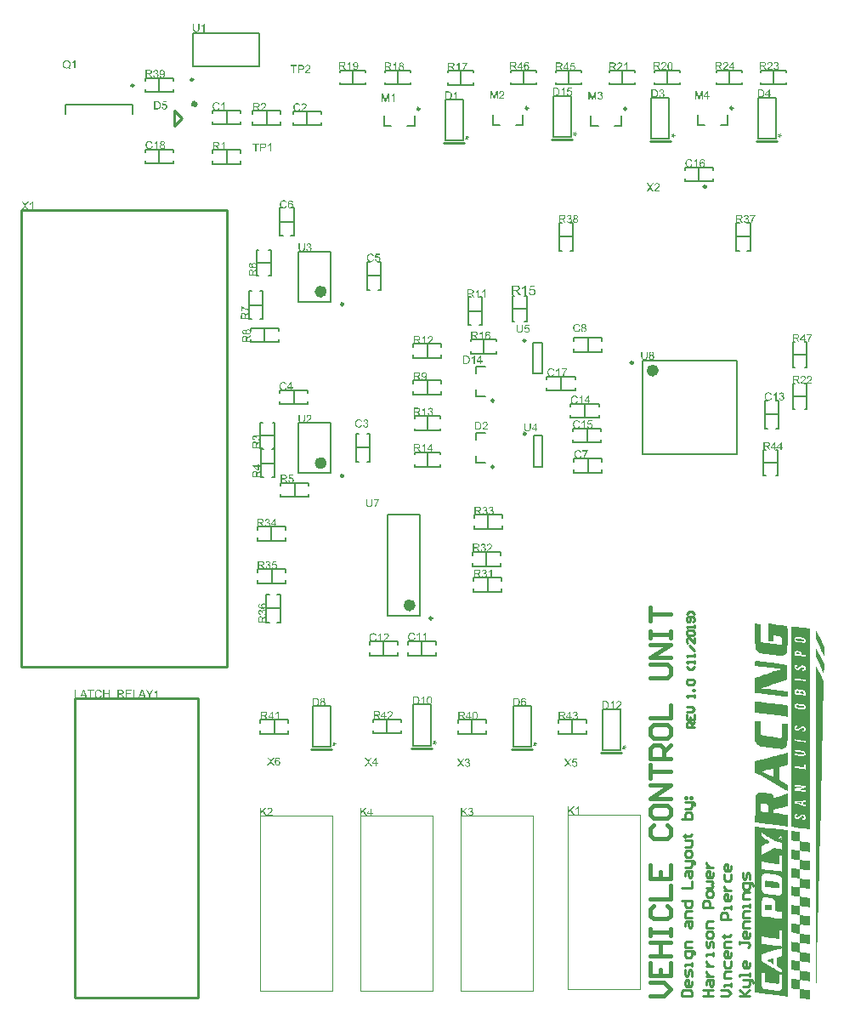
<source format=gto>
G04*
G04 #@! TF.GenerationSoftware,Altium Limited,Altium Designer,19.1.8 (144)*
G04*
G04 Layer_Color=65535*
%FSLAX25Y25*%
%MOIN*%
G70*
G01*
G75*
%ADD10C,0.00984*%
%ADD11C,0.02362*%
%ADD12C,0.01968*%
%ADD13C,0.01000*%
%ADD14C,0.00787*%
%ADD15C,0.00591*%
%ADD16C,0.00394*%
%ADD17C,0.01575*%
G36*
X219681Y347230D02*
Y347224D01*
X219675Y347213D01*
X219664Y347191D01*
X219659Y347163D01*
X219642Y347130D01*
X219625Y347086D01*
X219592Y346997D01*
X219553Y346897D01*
X219509Y346797D01*
X219464Y346703D01*
X219426Y346625D01*
X219431D01*
X219448D01*
X219470Y346631D01*
X219503D01*
X219542Y346636D01*
X219586Y346642D01*
X219686Y346647D01*
X219792Y346658D01*
X219903Y346669D01*
X219997Y346675D01*
X220042D01*
X220080D01*
Y346298D01*
X220075D01*
X220069D01*
X220053D01*
X220036D01*
X219975Y346303D01*
X219903Y346309D01*
X219809Y346320D01*
X219692Y346325D01*
X219564Y346342D01*
X219426Y346359D01*
Y346353D01*
X219431Y346347D01*
X219437Y346331D01*
X219448Y346309D01*
X219476Y346253D01*
X219509Y346181D01*
X219548Y346092D01*
X219592Y345987D01*
X219636Y345870D01*
X219681Y345743D01*
X219309Y345620D01*
Y345626D01*
X219303Y345637D01*
X219298Y345654D01*
X219292Y345676D01*
X219281Y345709D01*
X219270Y345743D01*
X219248Y345826D01*
X219226Y345926D01*
X219198Y346037D01*
X219176Y346153D01*
X219159Y346275D01*
X219154Y346270D01*
X219131Y346248D01*
X219098Y346209D01*
X219048Y346159D01*
X218976Y346092D01*
X218893Y346020D01*
X218787Y345926D01*
X218665Y345826D01*
X218449Y346137D01*
X218460Y346142D01*
X218488Y346164D01*
X218532Y346198D01*
X218593Y346242D01*
X218676Y346292D01*
X218771Y346353D01*
X218882Y346425D01*
X219004Y346497D01*
X218998D01*
X218987Y346503D01*
X218970Y346514D01*
X218943Y346531D01*
X218876Y346564D01*
X218798Y346608D01*
X218710Y346664D01*
X218615Y346719D01*
X218526Y346780D01*
X218449Y346836D01*
X218665Y347141D01*
X218671Y347136D01*
X218682Y347130D01*
X218699Y347113D01*
X218726Y347091D01*
X218793Y347041D01*
X218870Y346975D01*
X218954Y346902D01*
X219032Y346830D01*
X219104Y346764D01*
X219137Y346736D01*
X219159Y346708D01*
Y346714D01*
X219165Y346725D01*
Y346742D01*
X219170Y346764D01*
X219176Y346797D01*
X219187Y346830D01*
X219203Y346914D01*
X219226Y347013D01*
X219248Y347119D01*
X219309Y347346D01*
X219681Y347230D01*
D02*
G37*
G36*
X239007Y106856D02*
Y106850D01*
X239002Y106839D01*
X238991Y106817D01*
X238985Y106789D01*
X238969Y106756D01*
X238952Y106711D01*
X238919Y106623D01*
X238880Y106523D01*
X238836Y106423D01*
X238791Y106328D01*
X238752Y106251D01*
X238758D01*
X238774D01*
X238797Y106256D01*
X238830D01*
X238869Y106262D01*
X238913Y106267D01*
X239013Y106273D01*
X239119Y106284D01*
X239229Y106295D01*
X239324Y106301D01*
X239368D01*
X239407D01*
Y105923D01*
X239402D01*
X239396D01*
X239379D01*
X239363D01*
X239302Y105929D01*
X239229Y105934D01*
X239135Y105945D01*
X239019Y105951D01*
X238891Y105968D01*
X238752Y105984D01*
Y105979D01*
X238758Y105973D01*
X238763Y105956D01*
X238774Y105934D01*
X238802Y105879D01*
X238836Y105807D01*
X238874Y105718D01*
X238919Y105612D01*
X238963Y105496D01*
X239007Y105368D01*
X238636Y105246D01*
Y105252D01*
X238630Y105263D01*
X238625Y105279D01*
X238619Y105302D01*
X238608Y105335D01*
X238597Y105368D01*
X238575Y105452D01*
X238552Y105551D01*
X238525Y105662D01*
X238503Y105779D01*
X238486Y105901D01*
X238480Y105895D01*
X238458Y105873D01*
X238425Y105834D01*
X238375Y105784D01*
X238303Y105718D01*
X238219Y105646D01*
X238114Y105551D01*
X237992Y105452D01*
X237775Y105762D01*
X237787Y105768D01*
X237814Y105790D01*
X237859Y105823D01*
X237920Y105868D01*
X238003Y105918D01*
X238097Y105979D01*
X238208Y106051D01*
X238330Y106123D01*
X238325D01*
X238314Y106129D01*
X238297Y106140D01*
X238269Y106156D01*
X238203Y106190D01*
X238125Y106234D01*
X238036Y106290D01*
X237942Y106345D01*
X237853Y106406D01*
X237775Y106462D01*
X237992Y106767D01*
X237997Y106761D01*
X238008Y106756D01*
X238025Y106739D01*
X238053Y106717D01*
X238120Y106667D01*
X238197Y106600D01*
X238281Y106528D01*
X238358Y106456D01*
X238430Y106389D01*
X238464Y106362D01*
X238486Y106334D01*
Y106340D01*
X238491Y106351D01*
Y106367D01*
X238497Y106389D01*
X238503Y106423D01*
X238514Y106456D01*
X238530Y106539D01*
X238552Y106639D01*
X238575Y106745D01*
X238636Y106972D01*
X239007Y106856D01*
D02*
G37*
G36*
X164705Y108702D02*
Y108696D01*
X164699Y108685D01*
X164688Y108663D01*
X164682Y108635D01*
X164666Y108602D01*
X164649Y108558D01*
X164616Y108469D01*
X164577Y108369D01*
X164533Y108269D01*
X164488Y108175D01*
X164449Y108097D01*
X164455D01*
X164472D01*
X164494Y108103D01*
X164527D01*
X164566Y108108D01*
X164610Y108114D01*
X164710Y108119D01*
X164816Y108130D01*
X164927Y108141D01*
X165021Y108147D01*
X165066D01*
X165104D01*
Y107770D01*
X165099D01*
X165093D01*
X165077D01*
X165060D01*
X164999Y107775D01*
X164927Y107781D01*
X164832Y107792D01*
X164716Y107797D01*
X164588Y107814D01*
X164449Y107831D01*
Y107825D01*
X164455Y107819D01*
X164461Y107803D01*
X164472Y107781D01*
X164499Y107725D01*
X164533Y107653D01*
X164571Y107564D01*
X164616Y107459D01*
X164660Y107342D01*
X164705Y107214D01*
X164333Y107092D01*
Y107098D01*
X164327Y107109D01*
X164322Y107126D01*
X164316Y107148D01*
X164305Y107181D01*
X164294Y107214D01*
X164272Y107298D01*
X164250Y107398D01*
X164222Y107509D01*
X164200Y107625D01*
X164183Y107747D01*
X164178Y107742D01*
X164155Y107720D01*
X164122Y107681D01*
X164072Y107631D01*
X164000Y107564D01*
X163917Y107492D01*
X163811Y107398D01*
X163689Y107298D01*
X163473Y107608D01*
X163484Y107614D01*
X163512Y107636D01*
X163556Y107670D01*
X163617Y107714D01*
X163700Y107764D01*
X163795Y107825D01*
X163906Y107897D01*
X164028Y107969D01*
X164022D01*
X164011Y107975D01*
X163994Y107986D01*
X163967Y108003D01*
X163900Y108036D01*
X163822Y108080D01*
X163733Y108136D01*
X163639Y108191D01*
X163550Y108252D01*
X163473Y108308D01*
X163689Y108613D01*
X163695Y108607D01*
X163706Y108602D01*
X163722Y108585D01*
X163750Y108563D01*
X163817Y108513D01*
X163894Y108447D01*
X163978Y108374D01*
X164055Y108302D01*
X164128Y108236D01*
X164161Y108208D01*
X164183Y108180D01*
Y108186D01*
X164189Y108197D01*
Y108213D01*
X164194Y108236D01*
X164200Y108269D01*
X164211Y108302D01*
X164227Y108386D01*
X164250Y108485D01*
X164272Y108591D01*
X164333Y108818D01*
X164705Y108702D01*
D02*
G37*
G36*
X125335Y108112D02*
Y108106D01*
X125329Y108095D01*
X125318Y108073D01*
X125313Y108045D01*
X125296Y108012D01*
X125279Y107967D01*
X125246Y107878D01*
X125207Y107779D01*
X125163Y107679D01*
X125118Y107584D01*
X125080Y107507D01*
X125085D01*
X125102D01*
X125124Y107512D01*
X125157D01*
X125196Y107518D01*
X125240Y107523D01*
X125340Y107529D01*
X125446Y107540D01*
X125557Y107551D01*
X125651Y107556D01*
X125696D01*
X125734D01*
Y107179D01*
X125729D01*
X125723D01*
X125707D01*
X125690D01*
X125629Y107185D01*
X125557Y107190D01*
X125462Y107201D01*
X125346Y107207D01*
X125218Y107223D01*
X125080Y107240D01*
Y107235D01*
X125085Y107229D01*
X125091Y107212D01*
X125102Y107190D01*
X125129Y107135D01*
X125163Y107062D01*
X125202Y106974D01*
X125246Y106868D01*
X125290Y106752D01*
X125335Y106624D01*
X124963Y106502D01*
Y106508D01*
X124957Y106519D01*
X124952Y106535D01*
X124946Y106558D01*
X124935Y106591D01*
X124924Y106624D01*
X124902Y106707D01*
X124880Y106807D01*
X124852Y106918D01*
X124830Y107035D01*
X124813Y107157D01*
X124808Y107151D01*
X124785Y107129D01*
X124752Y107090D01*
X124702Y107040D01*
X124630Y106974D01*
X124547Y106902D01*
X124441Y106807D01*
X124319Y106707D01*
X124103Y107018D01*
X124114Y107024D01*
X124142Y107046D01*
X124186Y107079D01*
X124247Y107124D01*
X124330Y107174D01*
X124425Y107235D01*
X124536Y107307D01*
X124658Y107379D01*
X124652D01*
X124641Y107384D01*
X124624Y107396D01*
X124597Y107412D01*
X124530Y107446D01*
X124452Y107490D01*
X124364Y107545D01*
X124269Y107601D01*
X124180Y107662D01*
X124103Y107717D01*
X124319Y108023D01*
X124325Y108017D01*
X124336Y108012D01*
X124352Y107995D01*
X124380Y107973D01*
X124447Y107923D01*
X124524Y107856D01*
X124608Y107784D01*
X124685Y107712D01*
X124758Y107645D01*
X124791Y107617D01*
X124813Y107590D01*
Y107595D01*
X124819Y107606D01*
Y107623D01*
X124824Y107645D01*
X124830Y107679D01*
X124841Y107712D01*
X124857Y107795D01*
X124880Y107895D01*
X124902Y108001D01*
X124963Y108228D01*
X125335Y108112D01*
D02*
G37*
G36*
X204075D02*
Y108106D01*
X204069Y108095D01*
X204058Y108073D01*
X204053Y108045D01*
X204036Y108012D01*
X204019Y107967D01*
X203986Y107878D01*
X203947Y107779D01*
X203903Y107679D01*
X203858Y107584D01*
X203820Y107507D01*
X203825D01*
X203842D01*
X203864Y107512D01*
X203897D01*
X203936Y107518D01*
X203981Y107523D01*
X204081Y107529D01*
X204186Y107540D01*
X204297Y107551D01*
X204391Y107556D01*
X204436D01*
X204474D01*
Y107179D01*
X204469D01*
X204463D01*
X204447D01*
X204430D01*
X204369Y107185D01*
X204297Y107190D01*
X204203Y107201D01*
X204086Y107207D01*
X203958Y107223D01*
X203820Y107240D01*
Y107235D01*
X203825Y107229D01*
X203831Y107212D01*
X203842Y107190D01*
X203870Y107135D01*
X203903Y107062D01*
X203942Y106974D01*
X203986Y106868D01*
X204030Y106752D01*
X204075Y106624D01*
X203703Y106502D01*
Y106508D01*
X203697Y106519D01*
X203692Y106535D01*
X203686Y106558D01*
X203675Y106591D01*
X203664Y106624D01*
X203642Y106707D01*
X203620Y106807D01*
X203592Y106918D01*
X203570Y107035D01*
X203553Y107157D01*
X203548Y107151D01*
X203525Y107129D01*
X203492Y107090D01*
X203442Y107040D01*
X203370Y106974D01*
X203287Y106902D01*
X203181Y106807D01*
X203059Y106707D01*
X202843Y107018D01*
X202854Y107024D01*
X202882Y107046D01*
X202926Y107079D01*
X202987Y107124D01*
X203070Y107174D01*
X203165Y107235D01*
X203276Y107307D01*
X203398Y107379D01*
X203392D01*
X203381Y107384D01*
X203364Y107396D01*
X203337Y107412D01*
X203270Y107446D01*
X203192Y107490D01*
X203104Y107545D01*
X203009Y107601D01*
X202921Y107662D01*
X202843Y107717D01*
X203059Y108023D01*
X203065Y108017D01*
X203076Y108012D01*
X203093Y107995D01*
X203120Y107973D01*
X203187Y107923D01*
X203265Y107856D01*
X203348Y107784D01*
X203426Y107712D01*
X203498Y107645D01*
X203531Y107617D01*
X203553Y107590D01*
Y107595D01*
X203559Y107606D01*
Y107623D01*
X203564Y107645D01*
X203570Y107679D01*
X203581Y107712D01*
X203598Y107795D01*
X203620Y107895D01*
X203642Y108001D01*
X203703Y108228D01*
X204075Y108112D01*
D02*
G37*
G36*
X299996Y346589D02*
Y346584D01*
X299990Y346572D01*
X299979Y346550D01*
X299974Y346522D01*
X299957Y346489D01*
X299940Y346445D01*
X299907Y346356D01*
X299868Y346256D01*
X299824Y346156D01*
X299779Y346062D01*
X299740Y345984D01*
X299746D01*
X299763D01*
X299785Y345990D01*
X299818D01*
X299857Y345995D01*
X299901Y346001D01*
X300001Y346006D01*
X300107Y346018D01*
X300218Y346029D01*
X300312Y346034D01*
X300356D01*
X300395D01*
Y345657D01*
X300390D01*
X300384D01*
X300367D01*
X300351D01*
X300290Y345662D01*
X300218Y345668D01*
X300123Y345679D01*
X300007Y345685D01*
X299879Y345701D01*
X299740Y345718D01*
Y345712D01*
X299746Y345707D01*
X299751Y345690D01*
X299763Y345668D01*
X299790Y345612D01*
X299824Y345540D01*
X299863Y345451D01*
X299907Y345346D01*
X299951Y345229D01*
X299996Y345102D01*
X299624Y344980D01*
Y344985D01*
X299618Y344996D01*
X299613Y345013D01*
X299607Y345035D01*
X299596Y345068D01*
X299585Y345102D01*
X299563Y345185D01*
X299541Y345285D01*
X299513Y345396D01*
X299491Y345512D01*
X299474Y345635D01*
X299468Y345629D01*
X299446Y345607D01*
X299413Y345568D01*
X299363Y345518D01*
X299291Y345451D01*
X299208Y345379D01*
X299102Y345285D01*
X298980Y345185D01*
X298764Y345496D01*
X298775Y345501D01*
X298802Y345524D01*
X298847Y345557D01*
X298908Y345601D01*
X298991Y345651D01*
X299085Y345712D01*
X299197Y345784D01*
X299319Y345856D01*
X299313D01*
X299302Y345862D01*
X299285Y345873D01*
X299257Y345890D01*
X299191Y345923D01*
X299113Y345968D01*
X299024Y346023D01*
X298930Y346078D01*
X298841Y346140D01*
X298764Y346195D01*
X298980Y346500D01*
X298986Y346495D01*
X298997Y346489D01*
X299013Y346473D01*
X299041Y346450D01*
X299108Y346400D01*
X299185Y346334D01*
X299269Y346262D01*
X299346Y346189D01*
X299418Y346123D01*
X299452Y346095D01*
X299474Y346067D01*
Y346073D01*
X299480Y346084D01*
Y346101D01*
X299485Y346123D01*
X299491Y346156D01*
X299502Y346189D01*
X299518Y346273D01*
X299541Y346373D01*
X299563Y346478D01*
X299624Y346706D01*
X299996Y346589D01*
D02*
G37*
G36*
X258263Y346589D02*
Y346583D01*
X258258Y346572D01*
X258247Y346550D01*
X258241Y346522D01*
X258225Y346489D01*
X258208Y346445D01*
X258175Y346356D01*
X258136Y346256D01*
X258091Y346156D01*
X258047Y346062D01*
X258008Y345984D01*
X258014D01*
X258030D01*
X258053Y345990D01*
X258086D01*
X258125Y345995D01*
X258169Y346001D01*
X258269Y346006D01*
X258375Y346017D01*
X258486Y346028D01*
X258580Y346034D01*
X258624D01*
X258663D01*
Y345657D01*
X258658D01*
X258652D01*
X258635D01*
X258619D01*
X258558Y345662D01*
X258486Y345668D01*
X258391Y345679D01*
X258275Y345684D01*
X258147Y345701D01*
X258008Y345718D01*
Y345712D01*
X258014Y345707D01*
X258019Y345690D01*
X258030Y345668D01*
X258058Y345612D01*
X258091Y345540D01*
X258130Y345451D01*
X258175Y345346D01*
X258219Y345229D01*
X258263Y345102D01*
X257892Y344980D01*
Y344985D01*
X257886Y344996D01*
X257881Y345013D01*
X257875Y345035D01*
X257864Y345068D01*
X257853Y345102D01*
X257831Y345185D01*
X257808Y345285D01*
X257781Y345396D01*
X257758Y345512D01*
X257742Y345634D01*
X257736Y345629D01*
X257714Y345607D01*
X257681Y345568D01*
X257631Y345518D01*
X257559Y345451D01*
X257475Y345379D01*
X257370Y345285D01*
X257248Y345185D01*
X257031Y345496D01*
X257043Y345501D01*
X257070Y345523D01*
X257115Y345557D01*
X257176Y345601D01*
X257259Y345651D01*
X257353Y345712D01*
X257464Y345784D01*
X257586Y345856D01*
X257581D01*
X257570Y345862D01*
X257553Y345873D01*
X257525Y345890D01*
X257459Y345923D01*
X257381Y345967D01*
X257292Y346023D01*
X257198Y346078D01*
X257109Y346139D01*
X257031Y346195D01*
X257248Y346500D01*
X257253Y346495D01*
X257264Y346489D01*
X257281Y346472D01*
X257309Y346450D01*
X257376Y346400D01*
X257453Y346334D01*
X257537Y346262D01*
X257614Y346189D01*
X257686Y346123D01*
X257720Y346095D01*
X257742Y346067D01*
Y346073D01*
X257747Y346084D01*
Y346101D01*
X257753Y346123D01*
X257758Y346156D01*
X257770Y346189D01*
X257786Y346273D01*
X257808Y346373D01*
X257831Y346478D01*
X257892Y346706D01*
X258263Y346589D01*
D02*
G37*
G36*
X177444Y345789D02*
Y345783D01*
X177438Y345772D01*
X177427Y345750D01*
X177422Y345722D01*
X177405Y345689D01*
X177388Y345645D01*
X177355Y345556D01*
X177316Y345456D01*
X177272Y345356D01*
X177227Y345262D01*
X177189Y345184D01*
X177194D01*
X177211D01*
X177233Y345190D01*
X177266D01*
X177305Y345195D01*
X177349Y345201D01*
X177449Y345206D01*
X177555Y345217D01*
X177666Y345228D01*
X177760Y345234D01*
X177805D01*
X177843D01*
Y344857D01*
X177838D01*
X177832D01*
X177816D01*
X177799D01*
X177738Y344862D01*
X177666Y344868D01*
X177571Y344879D01*
X177455Y344884D01*
X177327Y344901D01*
X177189Y344918D01*
Y344912D01*
X177194Y344906D01*
X177200Y344890D01*
X177211Y344868D01*
X177239Y344812D01*
X177272Y344740D01*
X177311Y344651D01*
X177355Y344546D01*
X177399Y344429D01*
X177444Y344302D01*
X177072Y344180D01*
Y344185D01*
X177066Y344196D01*
X177061Y344213D01*
X177055Y344235D01*
X177044Y344268D01*
X177033Y344302D01*
X177011Y344385D01*
X176989Y344485D01*
X176961Y344596D01*
X176939Y344712D01*
X176922Y344834D01*
X176917Y344829D01*
X176894Y344807D01*
X176861Y344768D01*
X176811Y344718D01*
X176739Y344651D01*
X176656Y344579D01*
X176550Y344485D01*
X176428Y344385D01*
X176212Y344696D01*
X176223Y344701D01*
X176251Y344723D01*
X176295Y344757D01*
X176356Y344801D01*
X176439Y344851D01*
X176534Y344912D01*
X176645Y344984D01*
X176767Y345056D01*
X176761D01*
X176750Y345062D01*
X176733Y345073D01*
X176706Y345090D01*
X176639Y345123D01*
X176561Y345167D01*
X176473Y345223D01*
X176378Y345278D01*
X176289Y345339D01*
X176212Y345395D01*
X176428Y345700D01*
X176434Y345695D01*
X176445Y345689D01*
X176462Y345672D01*
X176489Y345650D01*
X176556Y345600D01*
X176634Y345534D01*
X176717Y345462D01*
X176795Y345389D01*
X176867Y345323D01*
X176900Y345295D01*
X176922Y345267D01*
Y345273D01*
X176928Y345284D01*
Y345301D01*
X176933Y345323D01*
X176939Y345356D01*
X176950Y345389D01*
X176967Y345473D01*
X176989Y345572D01*
X177011Y345678D01*
X177072Y345905D01*
X177444Y345789D01*
D02*
G37*
G36*
X295687Y154527D02*
X296125D01*
X296781Y154417D01*
X297656Y154308D01*
X298859Y154089D01*
X298968D01*
X299406Y153980D01*
X299952D01*
X300718Y153870D01*
X301374Y153761D01*
X301921D01*
X302358Y153652D01*
X302577D01*
Y152996D01*
X302686Y152449D01*
Y146215D01*
X302577Y145340D01*
Y143809D01*
X302468Y143481D01*
X302358Y143263D01*
X302139Y142825D01*
X301593Y142388D01*
X301265Y142169D01*
X300718Y142060D01*
X300608D01*
X300390D01*
X299952D01*
X299406D01*
X298640D01*
X297656Y142169D01*
X296343Y142278D01*
X296234D01*
X295797Y142388D01*
X295250Y142497D01*
X294594Y142606D01*
X293937D01*
X293281Y142716D01*
X292844Y142825D01*
X292625D01*
X292516D01*
X292407Y142935D01*
X291750Y143153D01*
X291094Y143591D01*
X290438Y144247D01*
X290329Y144356D01*
X290219Y144575D01*
X290110Y144794D01*
Y145231D01*
X290001Y145450D01*
Y146325D01*
X289891Y147199D01*
Y154636D01*
X290110D01*
X290219D01*
X290547Y154527D01*
X291094Y154417D01*
X291969Y154308D01*
Y147746D01*
X292188Y147637D01*
X292297Y147418D01*
X292625Y147199D01*
X292735D01*
X292844D01*
X293172D01*
X293609Y147090D01*
X294266Y146981D01*
X295141Y146871D01*
X296343Y146762D01*
X296453D01*
X296890Y146653D01*
X297437D01*
X298093Y146543D01*
X298749Y146434D01*
X299296D01*
X299734Y146325D01*
X299952D01*
X300062D01*
X300171Y146434D01*
X300390Y146653D01*
X300608Y146762D01*
Y148293D01*
X300499Y148731D01*
X300390Y148949D01*
Y149059D01*
X300280Y149168D01*
X299952Y149387D01*
X299843Y149496D01*
X299406Y149605D01*
X298968Y149715D01*
X298531D01*
X297874Y149824D01*
X297218D01*
Y147528D01*
X297000D01*
X296890D01*
X296562D01*
X296015Y147637D01*
X295141Y147746D01*
Y154089D01*
X295250Y154527D01*
Y154636D01*
X295469D01*
X295687Y154527D01*
D02*
G37*
G36*
X313950Y152011D02*
X314060Y151793D01*
X314279Y151355D01*
X314497Y150808D01*
X314935Y149934D01*
X315481Y148840D01*
X317122Y145231D01*
Y143700D01*
X317013Y143153D01*
Y142060D01*
X316903Y142278D01*
X316794Y142497D01*
X316575Y142825D01*
X316356Y143372D01*
X315919Y144137D01*
X315372Y145231D01*
X313732Y148731D01*
Y152011D01*
X313841Y152121D01*
Y152230D01*
X313950Y152011D01*
D02*
G37*
G36*
Y144903D02*
X314060Y144684D01*
X314169Y144356D01*
X314497Y143700D01*
X314825Y142935D01*
X315372Y141841D01*
X317013Y138669D01*
Y136701D01*
X316903Y136154D01*
X316794Y135498D01*
Y135279D01*
X316684Y135389D01*
X316575Y135607D01*
X316356Y136154D01*
X316247Y136264D01*
X316028Y136810D01*
X315700Y137467D01*
X315372Y138341D01*
X313732Y141622D01*
Y144903D01*
X313841Y145012D01*
Y145122D01*
X313950Y144903D01*
D02*
G37*
G36*
X290985Y139872D02*
X291094D01*
X291532D01*
X292297Y139763D01*
X293281Y139654D01*
X293391D01*
X293500D01*
X294266Y139544D01*
X295250Y139435D01*
X296343Y139216D01*
X302468Y138451D01*
Y132764D01*
X297328Y131014D01*
X297218D01*
X297109Y130905D01*
X296562Y130686D01*
X295687Y130358D01*
X294812Y130030D01*
X294703D01*
X294594Y129921D01*
X294156Y129811D01*
X293500Y129593D01*
X292953Y129374D01*
X292844D01*
X292516Y129264D01*
X292297Y129155D01*
X292516D01*
X292953Y129046D01*
X293500D01*
X294484Y128936D01*
X295687Y128827D01*
X296453Y128718D01*
X297328Y128608D01*
X297546D01*
X298093Y128499D01*
X298859Y128390D01*
X299843Y128280D01*
X300718Y128171D01*
X301593Y128061D01*
X302139Y127952D01*
X302358Y127843D01*
X302468D01*
X302686D01*
Y125984D01*
X302468D01*
X302358D01*
X302139D01*
X301702Y126093D01*
X300937D01*
X299843Y126312D01*
X299187D01*
X298312Y126421D01*
X297437Y126531D01*
X296343Y126640D01*
X296234D01*
X296125D01*
X295797Y126749D01*
X295359D01*
X294375Y126859D01*
X293172Y127077D01*
X292078Y127187D01*
X291094Y127296D01*
X290657D01*
X290329Y127405D01*
X290219D01*
X290110D01*
X289891Y127515D01*
Y133311D01*
X290875Y133639D01*
X290985D01*
X291313Y133748D01*
X291750Y133858D01*
X291860D01*
X292188Y134076D01*
X292844Y134186D01*
X293609Y134514D01*
X293828Y134623D01*
X294375Y134732D01*
X295031Y135061D01*
X295797Y135279D01*
X296015Y135389D01*
X296562Y135498D01*
X297218Y135826D01*
X297984Y136045D01*
X298093Y136154D01*
X298531Y136264D01*
X299077Y136373D01*
X299624Y136482D01*
X299734D01*
X299843Y136592D01*
X300062Y136701D01*
X300171Y136810D01*
X300062D01*
X299952Y136920D01*
X299515D01*
X298968Y137029D01*
X298093Y137138D01*
X296781Y137248D01*
X296015Y137357D01*
X295141Y137467D01*
X295031D01*
X294922D01*
X294375Y137576D01*
X293500Y137685D01*
X292625Y137795D01*
X291641D01*
X290875Y137904D01*
X290219Y138013D01*
X290110D01*
X290001D01*
X289891Y138123D01*
Y139544D01*
X290001Y139872D01*
X290110Y139982D01*
X290219D01*
X290438D01*
X290985Y139872D01*
D02*
G37*
G36*
X290875Y124015D02*
X291641Y123906D01*
X292078D01*
X292735Y123796D01*
X293500Y123687D01*
X294266Y123578D01*
X295250Y123468D01*
X296343Y123359D01*
X296453D01*
X296562D01*
X297328Y123250D01*
X298312Y123140D01*
X299406Y123031D01*
X300499Y122922D01*
X301593Y122812D01*
X302249Y122703D01*
X302468D01*
X302577D01*
Y122484D01*
X302686Y122156D01*
X302686Y118110D01*
X302468D01*
X302358D01*
X302030Y118219D01*
X301593D01*
X300827Y118328D01*
X299734Y118547D01*
X298968Y118657D01*
X298203Y118766D01*
X297218Y118875D01*
X296125Y118985D01*
X289891Y119750D01*
X289891Y124125D01*
X290110D01*
X290219D01*
X290438D01*
X290875Y124015D01*
D02*
G37*
G36*
X291969Y116360D02*
Y112095D01*
X292078Y111658D01*
Y111329D01*
X292188Y111220D01*
X292297Y111111D01*
X292407Y111001D01*
X292625Y110892D01*
X292844D01*
X293063Y110783D01*
X293500Y110673D01*
X294156Y110673D01*
X295141Y110455D01*
X296343Y110345D01*
X299952Y109798D01*
X300171Y110017D01*
X300280D01*
X300390Y110126D01*
Y115485D01*
X300608D01*
X300718D01*
X301046Y115376D01*
X301593Y115266D01*
X302686Y115157D01*
Y109142D01*
X302577Y108377D01*
Y107611D01*
X302468Y106955D01*
X302358Y106627D01*
X302249Y106518D01*
X302030Y106190D01*
X301921Y106080D01*
X301593Y105861D01*
X301046Y105643D01*
X300280Y105424D01*
X300171D01*
X299952D01*
X299624Y105533D01*
X299187D01*
X298531Y105643D01*
X297546Y105752D01*
X296453Y105861D01*
X296234D01*
X295797Y105971D01*
X295250D01*
X294484Y106080D01*
X293719Y106190D01*
X293063Y106299D01*
X292516Y106408D01*
X292188D01*
X292078D01*
X291860Y106518D01*
X291203Y106955D01*
X290438Y107611D01*
X290110Y108158D01*
X289891Y108705D01*
Y116469D01*
X290110D01*
X290219D01*
X290657D01*
X291203D01*
X291969Y116360D01*
D02*
G37*
G36*
X302686Y99190D02*
X301046Y98753D01*
X300937D01*
X300827Y98644D01*
X300171Y98534D01*
X299624Y98425D01*
X299515Y98316D01*
X299406D01*
X299296D01*
Y93176D01*
X301046Y92301D01*
X302686Y91207D01*
Y89129D01*
X302468Y89239D01*
X301921Y89457D01*
X301483Y89676D01*
X301046Y90004D01*
X300280Y90332D01*
X299515Y90879D01*
X298531Y91426D01*
X297328Y92082D01*
X295906Y92848D01*
X294266Y93832D01*
X292407Y94925D01*
X290219Y96128D01*
X289891Y96238D01*
Y100722D01*
X295359Y102034D01*
X295578Y102143D01*
X296125Y102253D01*
X297109Y102581D01*
X298203Y102799D01*
X298312D01*
X298421Y102909D01*
X299077Y103018D01*
X299843Y103237D01*
X300608Y103455D01*
X300718D01*
X301046Y103565D01*
X301374Y103674D01*
X301593D01*
X302686Y103893D01*
Y99190D01*
D02*
G37*
G36*
X293937Y88254D02*
X294047D01*
X294266D01*
X295031Y88145D01*
X295797D01*
X296125Y88036D01*
X296343D01*
X296453Y87926D01*
X296672Y87708D01*
X297000Y87161D01*
X297218Y86505D01*
Y86177D01*
X297328D01*
X297546Y86286D01*
X297874Y86395D01*
X298421Y86505D01*
X299077Y86723D01*
X299952Y87051D01*
X300062D01*
X300390Y87161D01*
X300827Y87380D01*
X301265Y87598D01*
X301811Y87708D01*
X302249Y87926D01*
X302577Y88036D01*
X302686D01*
Y83115D01*
X302358Y83005D01*
X302249D01*
X302030Y82896D01*
X301921D01*
X301702Y82787D01*
X301374Y82677D01*
X300937Y82568D01*
X300827D01*
X300499Y82458D01*
X300062Y82349D01*
X299734D01*
X297218Y81693D01*
Y80381D01*
X297328Y80271D01*
X297437D01*
X297656D01*
X297984D01*
X298421Y80162D01*
X299077D01*
X299952Y80053D01*
X300062D01*
X300390Y79943D01*
X300827Y79834D01*
X301265Y79724D01*
X301374D01*
X301593D01*
X302358Y79615D01*
X302468D01*
X302577D01*
X302686D01*
Y75131D01*
X302468D01*
X302358D01*
X302139D01*
X301702Y75241D01*
X300937Y75350D01*
X299843Y75459D01*
X299187Y75569D01*
X298312Y75678D01*
X297437Y75787D01*
X296343Y75897D01*
X296234D01*
X296125D01*
X295359Y76006D01*
X294375Y76116D01*
X293281Y76334D01*
X292078Y76444D01*
X291094Y76553D01*
X290438Y76662D01*
X290219Y76772D01*
X290110D01*
X289891D01*
X290110Y81802D01*
Y87270D01*
X290219Y87380D01*
X290329Y87708D01*
X290657Y88036D01*
X290985Y88254D01*
X291094D01*
X291313Y88364D01*
X291532D01*
X291969D01*
X292407D01*
X293063D01*
X293937Y88254D01*
D02*
G37*
G36*
X305639Y153324D02*
X306623Y153214D01*
X307826Y153105D01*
X309357Y152886D01*
X311216Y152558D01*
X311326D01*
X311326Y74147D01*
X311216D01*
X311107D01*
X310888D01*
X310451D01*
X309795Y74256D01*
X308810Y74366D01*
X307608Y74475D01*
X305967Y74694D01*
X304108Y75022D01*
X303999D01*
X303999Y148621D01*
X304108Y149824D01*
Y153433D01*
X304217D01*
X304436D01*
X304983D01*
X305639Y153324D01*
D02*
G37*
G36*
X304983Y73163D02*
X305092D01*
X305202D01*
X305858Y73053D01*
X307608Y72835D01*
Y69226D01*
X307826D01*
X308045D01*
X308373Y69116D01*
X308810D01*
X309467Y69007D01*
X309576D01*
X309685D01*
X310342Y68898D01*
X310998Y68788D01*
X311216D01*
X311326D01*
Y65070D01*
X311216D01*
X310998D01*
X310779Y65180D01*
X310451D01*
X310013D01*
X309467Y65289D01*
X309357D01*
X309248D01*
X308592Y65398D01*
X307936Y65508D01*
X307717D01*
X307608D01*
Y62008D01*
X309467Y61680D01*
X309576D01*
X309685D01*
X310342D01*
X310998Y61571D01*
X311216D01*
X311326D01*
Y57852D01*
X311216D01*
X310998D01*
X310779Y57962D01*
X310451D01*
X310013D01*
X309467Y58071D01*
X309357D01*
X309248D01*
X308592Y58180D01*
X307936Y58290D01*
X307717D01*
X307608D01*
Y54790D01*
X309467Y54462D01*
X309576D01*
X309685D01*
X310342D01*
X310888Y54353D01*
X311107D01*
X311216D01*
X311326D01*
Y50635D01*
X311216D01*
X310998D01*
X310779D01*
X310451Y50744D01*
X310013D01*
X309467Y50853D01*
X308701Y50963D01*
X307826Y51072D01*
X307608D01*
Y47573D01*
X307279D01*
X307061Y47682D01*
X306733D01*
X306295D01*
X305748Y47791D01*
X305639D01*
X305420D01*
X304873Y47901D01*
X304217Y48010D01*
X304108D01*
X303999D01*
Y51509D01*
X304108D01*
X304327D01*
X304545D01*
X304764D01*
X305202Y51400D01*
X305748D01*
X305858D01*
X305967D01*
X306623Y51291D01*
X307170Y51181D01*
X307389D01*
X307498Y51072D01*
X307608D01*
Y54790D01*
X305858Y54900D01*
X305748D01*
X305530D01*
X304983Y55009D01*
X304327Y55118D01*
X304217Y55228D01*
X304108D01*
X303999D01*
Y58727D01*
X304217D01*
X304436D01*
X304764D01*
X305311Y58618D01*
X305858Y58509D01*
X306623Y58399D01*
X307498Y58290D01*
X307608D01*
Y61899D01*
X307498Y62008D01*
X307389D01*
X307170D01*
X306623D01*
X305748Y62117D01*
X305639D01*
X305530D01*
X304873Y62227D01*
X304327Y62336D01*
X304108D01*
X303999D01*
Y66054D01*
X304217D01*
X304436Y65945D01*
X304764D01*
X305202Y65836D01*
X305748Y65726D01*
X305858D01*
X305967D01*
X306623Y65617D01*
X307279Y65508D01*
X307498D01*
X307608D01*
Y69116D01*
X307498Y69226D01*
X307279D01*
X307061Y69335D01*
X306733D01*
X306295D01*
X305748Y69445D01*
X303999Y69663D01*
Y73272D01*
X304108D01*
X304327D01*
X304436D01*
X304983Y73163D01*
D02*
G37*
G36*
X308482Y47463D02*
X308920Y47354D01*
X309467Y47245D01*
X309576D01*
X309685D01*
X310232D01*
X310779Y47135D01*
X311216D01*
X311326D01*
Y43417D01*
X310998D01*
X310779Y43526D01*
X310451D01*
X310013D01*
X309467Y43636D01*
X309357D01*
X309139D01*
X308482Y43745D01*
X307936Y43854D01*
X307717D01*
X307608D01*
Y40355D01*
X307498D01*
X307389D01*
X307061Y40464D01*
X306623D01*
X306077Y40573D01*
X304873Y40683D01*
X304436Y40792D01*
X303999D01*
Y44292D01*
X304108D01*
X304217D01*
X304545Y44182D01*
X304873D01*
X305420Y44073D01*
X306514Y43964D01*
X307061Y43854D01*
X307498D01*
Y44073D01*
X307608Y44292D01*
Y47573D01*
X307717D01*
X307936D01*
X308482Y47463D01*
D02*
G37*
G36*
X308154Y40245D02*
X308482D01*
X309029Y40136D01*
X309576Y40027D01*
X311326Y39917D01*
Y36199D01*
X311107D01*
X310888Y36309D01*
X310560D01*
X310123D01*
X309576Y36418D01*
X309467D01*
X309248D01*
X308701Y36527D01*
X308045Y36637D01*
X307826D01*
X307717D01*
X307608Y36418D01*
Y33028D01*
X307498D01*
X307279D01*
X307061Y33137D01*
X306733D01*
X306295D01*
X305748Y33246D01*
X303999Y33575D01*
Y37074D01*
X304108D01*
X304217D01*
X304545Y36965D01*
X305092D01*
X305639Y36855D01*
X306295Y36746D01*
X306842D01*
X307279Y36637D01*
X307498D01*
Y36855D01*
X307608Y37074D01*
Y40355D01*
X307717D01*
X307936D01*
X308154Y40245D01*
D02*
G37*
G36*
X308592Y32918D02*
X309029D01*
X309576Y32809D01*
X311326Y32590D01*
Y28981D01*
X311216D01*
X311107D01*
X310779Y29091D01*
X310342D01*
X309795Y29200D01*
X308592Y29309D01*
X308045Y29419D01*
X307608D01*
Y26138D01*
X307717Y25919D01*
Y25810D01*
X307936D01*
X308264D01*
X308592Y25701D01*
X309029D01*
X309576Y25591D01*
X309685D01*
X309795D01*
X310451Y25482D01*
X310998Y25372D01*
X311216D01*
X311326D01*
Y21764D01*
X310998D01*
X310779Y21873D01*
X310451D01*
X310013D01*
X309467Y21982D01*
X309357D01*
X309139D01*
X308482Y22092D01*
X307936Y22201D01*
X307717D01*
X307608D01*
Y18592D01*
X307279D01*
X307061Y18701D01*
X306733D01*
X306295D01*
X305748Y18811D01*
X305639D01*
X305420D01*
X304873Y18920D01*
X304217Y19030D01*
X304108D01*
X303999D01*
Y22748D01*
X304108Y22638D01*
X304327D01*
X304545D01*
X304873Y22529D01*
X305311D01*
X305858Y22420D01*
X307608Y22310D01*
X307498Y24060D01*
Y25810D01*
X305748Y26029D01*
X305639D01*
X305420D01*
X304873Y26138D01*
X304217Y26247D01*
X304108D01*
X303999D01*
Y29528D01*
X304108Y29747D01*
Y29856D01*
X304327D01*
X304545D01*
X304873Y29747D01*
X305311D01*
X305858Y29638D01*
X305967D01*
X306077D01*
X306733Y29528D01*
X307279Y29419D01*
X307498D01*
X307608D01*
Y33028D01*
X307826D01*
X308045D01*
X308264D01*
X308592Y32918D01*
D02*
G37*
G36*
X308045Y18483D02*
X308373D01*
X308810Y18373D01*
X309467Y18264D01*
X311326Y18155D01*
Y14436D01*
X311107D01*
X310888Y14546D01*
X310560D01*
X310123D01*
X309576Y14655D01*
X309467D01*
X309248D01*
X308701Y14765D01*
X308045Y14874D01*
X307826D01*
X307717D01*
X307608Y14655D01*
Y11374D01*
X307498D01*
X307279D01*
X307061D01*
X306733D01*
X306295Y11484D01*
X305748D01*
X303999Y11812D01*
Y15530D01*
X304108Y15311D01*
X304217D01*
X304545D01*
X304983Y15202D01*
X305420D01*
X306623Y15093D01*
X307061D01*
X307498D01*
Y15311D01*
X307608Y15530D01*
Y18592D01*
X307826D01*
X308045Y18483D01*
D02*
G37*
G36*
X313950Y137904D02*
X314060Y137685D01*
X314169Y137248D01*
X314497Y136701D01*
X314825Y135935D01*
X315372Y134951D01*
X316794Y131889D01*
X315372Y69445D01*
Y67914D01*
X315263Y66711D01*
Y63648D01*
X315153Y61789D01*
Y59711D01*
X315044Y57415D01*
Y55009D01*
X314935Y52384D01*
Y49650D01*
X314716Y44073D01*
X314607Y38277D01*
X314497Y32372D01*
X314279Y26794D01*
Y24060D01*
X314169Y21436D01*
Y19030D01*
X314060Y16733D01*
Y14655D01*
X313950Y12796D01*
Y9734D01*
X313841Y8531D01*
Y13780D01*
X313732Y15202D01*
X313732Y130030D01*
X313841Y131999D01*
Y138013D01*
X313950Y137904D01*
D02*
G37*
G36*
X290110Y75022D02*
X290219D01*
X290438D01*
X290985Y74913D01*
X291750Y74803D01*
X292844Y74694D01*
X293500Y74585D01*
X294375Y74475D01*
X295359Y74366D01*
X296453Y74256D01*
X302686Y73491D01*
Y8422D01*
X302468D01*
X302358D01*
X302030D01*
X301593Y8531D01*
X300827Y8640D01*
X299734Y8750D01*
X299077Y8859D01*
X298312Y8969D01*
X297328Y9078D01*
X296343Y9187D01*
X296234D01*
X296125D01*
X295797Y9297D01*
X295359D01*
X294375Y9406D01*
X293172Y9625D01*
X292078Y9734D01*
X291094Y9843D01*
X290657D01*
X290329Y9953D01*
X290219D01*
X290110D01*
X289891D01*
Y75131D01*
X290110Y75022D01*
D02*
G37*
G36*
X308264Y11265D02*
X308920Y11156D01*
X309576Y11046D01*
X311326Y10937D01*
Y7219D01*
X311107D01*
X310888Y7328D01*
X310779D01*
X310670Y7437D01*
X310123D01*
X310013D01*
X309795Y7547D01*
X309248D01*
X307608Y7656D01*
Y11374D01*
X307826D01*
X308264Y11265D01*
D02*
G37*
G36*
X185201Y269103D02*
X185233D01*
X185270Y269098D01*
X185356Y269080D01*
X185452Y269057D01*
X185552Y269021D01*
X185652Y268966D01*
X185702Y268934D01*
X185748Y268898D01*
X185752Y268893D01*
X185757Y268889D01*
X185770Y268875D01*
X185784Y268861D01*
X185807Y268839D01*
X185825Y268811D01*
X185875Y268748D01*
X185925Y268666D01*
X185970Y268566D01*
X186011Y268452D01*
X186039Y268324D01*
X185652Y268293D01*
Y268297D01*
X185647Y268302D01*
X185643Y268329D01*
X185629Y268370D01*
X185611Y268420D01*
X185593Y268475D01*
X185565Y268529D01*
X185534Y268579D01*
X185502Y268620D01*
X185493Y268629D01*
X185475Y268648D01*
X185443Y268675D01*
X185397Y268707D01*
X185338Y268734D01*
X185274Y268761D01*
X185197Y268779D01*
X185115Y268789D01*
X185083D01*
X185047Y268784D01*
X185006Y268775D01*
X184951Y268761D01*
X184897Y268743D01*
X184842Y268720D01*
X184787Y268684D01*
X184778Y268679D01*
X184756Y268661D01*
X184724Y268629D01*
X184683Y268584D01*
X184637Y268529D01*
X184587Y268466D01*
X184542Y268384D01*
X184496Y268293D01*
Y268288D01*
X184492Y268279D01*
X184487Y268265D01*
X184478Y268247D01*
X184474Y268220D01*
X184464Y268188D01*
X184455Y268152D01*
X184446Y268106D01*
X184432Y268056D01*
X184423Y268002D01*
X184414Y267942D01*
X184410Y267879D01*
X184401Y267806D01*
X184396Y267733D01*
X184392Y267651D01*
Y267569D01*
X184396Y267574D01*
X184414Y267601D01*
X184446Y267637D01*
X184487Y267683D01*
X184533Y267738D01*
X184592Y267788D01*
X184655Y267838D01*
X184728Y267883D01*
X184733D01*
X184737Y267888D01*
X184765Y267901D01*
X184806Y267915D01*
X184860Y267938D01*
X184924Y267956D01*
X184997Y267970D01*
X185074Y267983D01*
X185156Y267988D01*
X185192D01*
X185220Y267983D01*
X185256Y267979D01*
X185292Y267974D01*
X185338Y267965D01*
X185383Y267951D01*
X185488Y267920D01*
X185543Y267897D01*
X185597Y267865D01*
X185652Y267833D01*
X185711Y267797D01*
X185766Y267751D01*
X185816Y267701D01*
X185820Y267697D01*
X185829Y267688D01*
X185843Y267674D01*
X185857Y267651D01*
X185879Y267619D01*
X185902Y267587D01*
X185925Y267547D01*
X185952Y267501D01*
X185979Y267451D01*
X186002Y267396D01*
X186025Y267333D01*
X186048Y267269D01*
X186061Y267201D01*
X186075Y267123D01*
X186084Y267046D01*
X186089Y266964D01*
Y266960D01*
Y266950D01*
Y266937D01*
Y266914D01*
X186084Y266887D01*
Y266859D01*
X186071Y266787D01*
X186057Y266700D01*
X186034Y266609D01*
X186002Y266509D01*
X185957Y266413D01*
Y266409D01*
X185952Y266404D01*
X185943Y266391D01*
X185934Y266373D01*
X185907Y266327D01*
X185866Y266268D01*
X185816Y266204D01*
X185757Y266141D01*
X185684Y266077D01*
X185606Y266022D01*
X185602D01*
X185597Y266018D01*
X185584Y266009D01*
X185565Y266004D01*
X185520Y265981D01*
X185461Y265958D01*
X185383Y265931D01*
X185297Y265913D01*
X185201Y265895D01*
X185097Y265890D01*
X185074D01*
X185051Y265895D01*
X185015D01*
X184974Y265899D01*
X184928Y265909D01*
X184874Y265922D01*
X184819Y265936D01*
X184756Y265954D01*
X184692Y265977D01*
X184628Y266004D01*
X184560Y266040D01*
X184496Y266081D01*
X184432Y266127D01*
X184369Y266181D01*
X184310Y266245D01*
X184305Y266250D01*
X184296Y266263D01*
X184282Y266282D01*
X184264Y266313D01*
X184237Y266354D01*
X184214Y266400D01*
X184187Y266459D01*
X184160Y266523D01*
X184128Y266600D01*
X184100Y266687D01*
X184078Y266782D01*
X184055Y266887D01*
X184032Y267005D01*
X184019Y267132D01*
X184009Y267269D01*
X184005Y267414D01*
Y267419D01*
Y267424D01*
Y267437D01*
Y267456D01*
X184009Y267501D01*
Y267565D01*
X184014Y267637D01*
X184023Y267724D01*
X184032Y267819D01*
X184046Y267924D01*
X184064Y268029D01*
X184087Y268143D01*
X184114Y268252D01*
X184146Y268361D01*
X184187Y268466D01*
X184232Y268566D01*
X184282Y268661D01*
X184342Y268743D01*
X184346Y268748D01*
X184355Y268757D01*
X184373Y268775D01*
X184396Y268802D01*
X184423Y268830D01*
X184460Y268857D01*
X184505Y268893D01*
X184551Y268925D01*
X184605Y268957D01*
X184665Y268993D01*
X184733Y269021D01*
X184801Y269053D01*
X184878Y269075D01*
X184960Y269093D01*
X185047Y269103D01*
X185138Y269107D01*
X185174D01*
X185201Y269103D01*
D02*
G37*
G36*
X183031Y265945D02*
X182644D01*
Y268406D01*
X182640Y268402D01*
X182617Y268384D01*
X182590Y268356D01*
X182544Y268324D01*
X182494Y268284D01*
X182431Y268238D01*
X182358Y268188D01*
X182276Y268138D01*
X182271D01*
X182267Y268133D01*
X182239Y268115D01*
X182194Y268092D01*
X182139Y268065D01*
X182076Y268033D01*
X182007Y268002D01*
X181939Y267970D01*
X181871Y267942D01*
Y268315D01*
X181875D01*
X181885Y268324D01*
X181903Y268329D01*
X181925Y268343D01*
X181953Y268356D01*
X181985Y268375D01*
X182062Y268420D01*
X182153Y268470D01*
X182244Y268534D01*
X182340Y268607D01*
X182435Y268684D01*
X182440Y268689D01*
X182444Y268693D01*
X182458Y268707D01*
X182476Y268720D01*
X182517Y268766D01*
X182572Y268821D01*
X182626Y268884D01*
X182685Y268957D01*
X182735Y269030D01*
X182781Y269107D01*
X183031D01*
Y265945D01*
D02*
G37*
G36*
X180060Y269089D02*
X180101D01*
X180196Y269084D01*
X180297Y269071D01*
X180406Y269057D01*
X180506Y269034D01*
X180556Y269021D01*
X180597Y269007D01*
X180601D01*
X180606Y269003D01*
X180633Y268989D01*
X180674Y268971D01*
X180724Y268939D01*
X180779Y268898D01*
X180838Y268843D01*
X180893Y268779D01*
X180947Y268707D01*
Y268702D01*
X180952Y268698D01*
X180970Y268670D01*
X180988Y268625D01*
X181016Y268566D01*
X181038Y268497D01*
X181061Y268415D01*
X181075Y268329D01*
X181079Y268233D01*
Y268229D01*
Y268220D01*
Y268202D01*
X181075Y268179D01*
Y268147D01*
X181070Y268115D01*
X181052Y268038D01*
X181025Y267947D01*
X180988Y267851D01*
X180933Y267756D01*
X180897Y267710D01*
X180861Y267665D01*
X180856Y267660D01*
X180852Y267656D01*
X180838Y267642D01*
X180820Y267628D01*
X180797Y267610D01*
X180770Y267592D01*
X180733Y267569D01*
X180697Y267542D01*
X180651Y267519D01*
X180601Y267496D01*
X180547Y267469D01*
X180488Y267446D01*
X180419Y267428D01*
X180351Y267405D01*
X180274Y267392D01*
X180192Y267378D01*
X180201Y267374D01*
X180219Y267365D01*
X180246Y267346D01*
X180283Y267328D01*
X180365Y267278D01*
X180406Y267246D01*
X180442Y267219D01*
X180451Y267210D01*
X180474Y267187D01*
X180510Y267151D01*
X180556Y267105D01*
X180606Y267041D01*
X180665Y266973D01*
X180724Y266891D01*
X180788Y266800D01*
X181329Y265945D01*
X180811D01*
X180397Y266600D01*
Y266605D01*
X180388Y266614D01*
X180378Y266627D01*
X180365Y266646D01*
X180333Y266696D01*
X180292Y266759D01*
X180242Y266828D01*
X180192Y266900D01*
X180142Y266969D01*
X180096Y267032D01*
X180092Y267037D01*
X180078Y267055D01*
X180055Y267082D01*
X180024Y267114D01*
X179955Y267182D01*
X179919Y267214D01*
X179883Y267242D01*
X179878Y267246D01*
X179869Y267251D01*
X179851Y267260D01*
X179823Y267273D01*
X179796Y267287D01*
X179764Y267301D01*
X179691Y267323D01*
X179687D01*
X179678Y267328D01*
X179659D01*
X179637Y267333D01*
X179605Y267337D01*
X179569D01*
X179518Y267342D01*
X178982D01*
Y265945D01*
X178563D01*
Y269093D01*
X180024D01*
X180060Y269089D01*
D02*
G37*
G36*
X203611Y286609D02*
X202074D01*
X201868Y285571D01*
X201874Y285577D01*
X201885Y285582D01*
X201902Y285593D01*
X201929Y285610D01*
X201963Y285627D01*
X202001Y285649D01*
X202090Y285693D01*
X202201Y285737D01*
X202323Y285776D01*
X202456Y285804D01*
X202523Y285815D01*
X202645D01*
X202678Y285810D01*
X202723Y285804D01*
X202773Y285799D01*
X202828Y285787D01*
X202889Y285771D01*
X203023Y285732D01*
X203095Y285704D01*
X203167Y285665D01*
X203239Y285627D01*
X203311Y285582D01*
X203378Y285527D01*
X203444Y285466D01*
X203450Y285460D01*
X203461Y285449D01*
X203478Y285432D01*
X203500Y285404D01*
X203528Y285366D01*
X203555Y285327D01*
X203589Y285277D01*
X203622Y285221D01*
X203650Y285160D01*
X203683Y285094D01*
X203711Y285016D01*
X203739Y284938D01*
X203761Y284855D01*
X203777Y284761D01*
X203788Y284666D01*
X203794Y284566D01*
Y284561D01*
Y284544D01*
Y284517D01*
X203788Y284478D01*
X203783Y284433D01*
X203777Y284383D01*
X203766Y284322D01*
X203755Y284261D01*
X203722Y284117D01*
X203666Y283967D01*
X203633Y283889D01*
X203589Y283817D01*
X203544Y283739D01*
X203489Y283667D01*
X203483Y283662D01*
X203472Y283645D01*
X203450Y283623D01*
X203422Y283595D01*
X203383Y283562D01*
X203339Y283518D01*
X203284Y283479D01*
X203222Y283434D01*
X203156Y283390D01*
X203078Y283351D01*
X202995Y283312D01*
X202906Y283273D01*
X202812Y283245D01*
X202706Y283223D01*
X202595Y283207D01*
X202479Y283201D01*
X202429D01*
X202390Y283207D01*
X202345Y283212D01*
X202296Y283218D01*
X202235Y283223D01*
X202173Y283240D01*
X202035Y283273D01*
X201896Y283323D01*
X201824Y283356D01*
X201752Y283395D01*
X201685Y283440D01*
X201619Y283490D01*
X201613Y283495D01*
X201602Y283501D01*
X201591Y283523D01*
X201569Y283545D01*
X201541Y283573D01*
X201513Y283606D01*
X201480Y283651D01*
X201452Y283701D01*
X201419Y283751D01*
X201385Y283812D01*
X201324Y283945D01*
X201274Y284100D01*
X201258Y284184D01*
X201247Y284272D01*
X201741Y284311D01*
Y284306D01*
Y284295D01*
X201746Y284278D01*
X201752Y284250D01*
X201768Y284189D01*
X201790Y284106D01*
X201824Y284022D01*
X201868Y283928D01*
X201924Y283845D01*
X201990Y283767D01*
X202001Y283762D01*
X202024Y283739D01*
X202068Y283712D01*
X202129Y283678D01*
X202196Y283645D01*
X202279Y283617D01*
X202373Y283595D01*
X202479Y283590D01*
X202512D01*
X202534Y283595D01*
X202601Y283601D01*
X202678Y283623D01*
X202773Y283651D01*
X202867Y283695D01*
X202967Y283762D01*
X203011Y283801D01*
X203056Y283845D01*
X203062Y283851D01*
X203067Y283856D01*
X203078Y283873D01*
X203095Y283889D01*
X203134Y283950D01*
X203178Y284028D01*
X203217Y284122D01*
X203256Y284239D01*
X203284Y284378D01*
X203295Y284450D01*
Y284528D01*
Y284533D01*
Y284544D01*
Y284566D01*
X203289Y284594D01*
Y284628D01*
X203284Y284666D01*
X203267Y284755D01*
X203239Y284861D01*
X203200Y284966D01*
X203145Y285066D01*
X203067Y285160D01*
Y285166D01*
X203056Y285171D01*
X203028Y285199D01*
X202978Y285238D01*
X202912Y285282D01*
X202823Y285321D01*
X202723Y285360D01*
X202606Y285388D01*
X202540Y285399D01*
X202434D01*
X202390Y285393D01*
X202334Y285388D01*
X202268Y285371D01*
X202201Y285354D01*
X202129Y285327D01*
X202057Y285294D01*
X202051Y285288D01*
X202029Y285277D01*
X201996Y285249D01*
X201952Y285221D01*
X201907Y285182D01*
X201863Y285133D01*
X201813Y285083D01*
X201774Y285021D01*
X201330Y285083D01*
X201702Y287058D01*
X203611D01*
Y286609D01*
D02*
G37*
G36*
X200037Y283268D02*
X199565D01*
Y286270D01*
X199559Y286265D01*
X199532Y286243D01*
X199498Y286209D01*
X199443Y286170D01*
X199382Y286120D01*
X199304Y286065D01*
X199215Y286004D01*
X199115Y285943D01*
X199110D01*
X199104Y285937D01*
X199071Y285915D01*
X199015Y285887D01*
X198949Y285854D01*
X198871Y285815D01*
X198788Y285776D01*
X198705Y285737D01*
X198621Y285704D01*
Y286159D01*
X198627D01*
X198638Y286170D01*
X198660Y286176D01*
X198688Y286193D01*
X198721Y286209D01*
X198760Y286231D01*
X198855Y286287D01*
X198966Y286348D01*
X199077Y286426D01*
X199193Y286514D01*
X199310Y286609D01*
X199315Y286614D01*
X199321Y286620D01*
X199337Y286637D01*
X199360Y286653D01*
X199410Y286709D01*
X199476Y286775D01*
X199543Y286853D01*
X199615Y286942D01*
X199676Y287031D01*
X199732Y287125D01*
X200037D01*
Y283268D01*
D02*
G37*
G36*
X196413Y287103D02*
X196463D01*
X196579Y287097D01*
X196701Y287081D01*
X196834Y287064D01*
X196957Y287036D01*
X197018Y287019D01*
X197067Y287003D01*
X197073D01*
X197079Y286997D01*
X197112Y286981D01*
X197162Y286959D01*
X197223Y286920D01*
X197290Y286870D01*
X197362Y286803D01*
X197428Y286725D01*
X197495Y286637D01*
Y286631D01*
X197500Y286626D01*
X197523Y286592D01*
X197545Y286537D01*
X197578Y286465D01*
X197606Y286381D01*
X197634Y286281D01*
X197650Y286176D01*
X197656Y286059D01*
Y286054D01*
Y286043D01*
Y286020D01*
X197650Y285993D01*
Y285954D01*
X197645Y285915D01*
X197623Y285821D01*
X197589Y285710D01*
X197545Y285593D01*
X197478Y285477D01*
X197434Y285421D01*
X197389Y285366D01*
X197384Y285360D01*
X197378Y285354D01*
X197362Y285338D01*
X197339Y285321D01*
X197312Y285299D01*
X197278Y285277D01*
X197234Y285249D01*
X197190Y285216D01*
X197134Y285188D01*
X197073Y285160D01*
X197006Y285127D01*
X196934Y285099D01*
X196851Y285077D01*
X196768Y285049D01*
X196673Y285033D01*
X196573Y285016D01*
X196585Y285010D01*
X196607Y284999D01*
X196640Y284977D01*
X196685Y284955D01*
X196784Y284894D01*
X196834Y284855D01*
X196879Y284822D01*
X196890Y284811D01*
X196918Y284783D01*
X196962Y284738D01*
X197018Y284683D01*
X197079Y284605D01*
X197151Y284522D01*
X197223Y284422D01*
X197301Y284311D01*
X197961Y283268D01*
X197328D01*
X196823Y284067D01*
Y284072D01*
X196812Y284084D01*
X196801Y284100D01*
X196784Y284122D01*
X196746Y284184D01*
X196696Y284261D01*
X196635Y284344D01*
X196573Y284433D01*
X196512Y284517D01*
X196457Y284594D01*
X196451Y284600D01*
X196435Y284622D01*
X196407Y284655D01*
X196368Y284694D01*
X196285Y284777D01*
X196240Y284816D01*
X196196Y284850D01*
X196191Y284855D01*
X196179Y284861D01*
X196157Y284872D01*
X196124Y284888D01*
X196091Y284905D01*
X196052Y284922D01*
X195963Y284949D01*
X195958D01*
X195946Y284955D01*
X195924D01*
X195896Y284961D01*
X195858Y284966D01*
X195813D01*
X195752Y284972D01*
X195097D01*
Y283268D01*
X194587D01*
Y287108D01*
X196368D01*
X196413Y287103D01*
D02*
G37*
G36*
X163187Y222961D02*
X163614D01*
Y222606D01*
X163187D01*
Y221850D01*
X162800D01*
Y222606D01*
X161430D01*
Y222961D01*
X162873Y224999D01*
X163187D01*
Y222961D01*
D02*
G37*
G36*
X160571Y221850D02*
X160184D01*
Y224312D01*
X160179Y224307D01*
X160156Y224289D01*
X160129Y224262D01*
X160084Y224230D01*
X160034Y224189D01*
X159970Y224144D01*
X159897Y224094D01*
X159815Y224043D01*
X159811D01*
X159806Y224039D01*
X159779Y224021D01*
X159733Y223998D01*
X159679Y223971D01*
X159615Y223939D01*
X159547Y223907D01*
X159478Y223875D01*
X159410Y223848D01*
Y224221D01*
X159415D01*
X159424Y224230D01*
X159442Y224235D01*
X159465Y224248D01*
X159492Y224262D01*
X159524Y224280D01*
X159601Y224326D01*
X159692Y224376D01*
X159783Y224439D01*
X159879Y224512D01*
X159974Y224589D01*
X159979Y224594D01*
X159984Y224599D01*
X159997Y224612D01*
X160015Y224626D01*
X160056Y224671D01*
X160111Y224726D01*
X160166Y224790D01*
X160225Y224863D01*
X160275Y224935D01*
X160320Y225013D01*
X160571D01*
Y221850D01*
D02*
G37*
G36*
X157599Y224994D02*
X157640D01*
X157736Y224990D01*
X157836Y224976D01*
X157945Y224963D01*
X158045Y224940D01*
X158095Y224926D01*
X158136Y224913D01*
X158141D01*
X158145Y224908D01*
X158173Y224894D01*
X158214Y224876D01*
X158264Y224844D01*
X158318Y224803D01*
X158377Y224749D01*
X158432Y224685D01*
X158487Y224612D01*
Y224608D01*
X158491Y224603D01*
X158509Y224576D01*
X158528Y224530D01*
X158555Y224471D01*
X158578Y224403D01*
X158600Y224321D01*
X158614Y224235D01*
X158618Y224139D01*
Y224134D01*
Y224125D01*
Y224107D01*
X158614Y224084D01*
Y224053D01*
X158609Y224021D01*
X158591Y223943D01*
X158564Y223852D01*
X158528Y223757D01*
X158473Y223661D01*
X158437Y223616D01*
X158400Y223570D01*
X158396Y223566D01*
X158391Y223561D01*
X158377Y223548D01*
X158359Y223534D01*
X158336Y223516D01*
X158309Y223498D01*
X158273Y223475D01*
X158236Y223447D01*
X158191Y223425D01*
X158141Y223402D01*
X158086Y223375D01*
X158027Y223352D01*
X157959Y223334D01*
X157890Y223311D01*
X157813Y223297D01*
X157731Y223284D01*
X157740Y223279D01*
X157758Y223270D01*
X157786Y223252D01*
X157822Y223234D01*
X157904Y223184D01*
X157945Y223152D01*
X157982Y223124D01*
X157991Y223115D01*
X158013Y223093D01*
X158050Y223056D01*
X158095Y223011D01*
X158145Y222947D01*
X158204Y222879D01*
X158264Y222797D01*
X158327Y222706D01*
X158869Y221850D01*
X158350D01*
X157936Y222506D01*
Y222510D01*
X157927Y222519D01*
X157918Y222533D01*
X157904Y222551D01*
X157872Y222601D01*
X157831Y222665D01*
X157781Y222733D01*
X157731Y222806D01*
X157681Y222874D01*
X157636Y222938D01*
X157631Y222942D01*
X157617Y222961D01*
X157595Y222988D01*
X157563Y223020D01*
X157495Y223088D01*
X157458Y223120D01*
X157422Y223147D01*
X157417Y223152D01*
X157408Y223156D01*
X157390Y223165D01*
X157363Y223179D01*
X157335Y223193D01*
X157304Y223206D01*
X157231Y223229D01*
X157226D01*
X157217Y223234D01*
X157199D01*
X157176Y223238D01*
X157144Y223243D01*
X157108D01*
X157058Y223247D01*
X156521D01*
Y221850D01*
X156102D01*
Y224999D01*
X157563D01*
X157599Y224994D01*
D02*
G37*
G36*
X162645Y239181D02*
X162704Y239172D01*
X162777Y239159D01*
X162859Y239136D01*
X162941Y239108D01*
X163023Y239072D01*
X163027D01*
X163032Y239068D01*
X163059Y239054D01*
X163100Y239026D01*
X163146Y238995D01*
X163200Y238949D01*
X163255Y238899D01*
X163310Y238840D01*
X163355Y238772D01*
X163360Y238763D01*
X163373Y238740D01*
X163391Y238699D01*
X163414Y238649D01*
X163437Y238590D01*
X163455Y238522D01*
X163469Y238444D01*
X163473Y238367D01*
Y238358D01*
Y238330D01*
X163469Y238294D01*
X163460Y238244D01*
X163446Y238185D01*
X163423Y238121D01*
X163396Y238057D01*
X163360Y237994D01*
X163355Y237985D01*
X163341Y237966D01*
X163314Y237934D01*
X163278Y237898D01*
X163232Y237857D01*
X163178Y237812D01*
X163114Y237771D01*
X163037Y237730D01*
X163041D01*
X163050Y237725D01*
X163064Y237721D01*
X163082Y237716D01*
X163132Y237698D01*
X163196Y237671D01*
X163269Y237634D01*
X163341Y237589D01*
X163410Y237530D01*
X163473Y237461D01*
X163478Y237452D01*
X163496Y237425D01*
X163523Y237379D01*
X163551Y237320D01*
X163578Y237247D01*
X163605Y237161D01*
X163623Y237061D01*
X163628Y236952D01*
Y236947D01*
Y236933D01*
Y236911D01*
X163623Y236883D01*
X163619Y236847D01*
X163610Y236806D01*
X163601Y236761D01*
X163592Y236711D01*
X163555Y236601D01*
X163528Y236542D01*
X163501Y236488D01*
X163464Y236428D01*
X163423Y236369D01*
X163378Y236310D01*
X163323Y236256D01*
X163319Y236251D01*
X163310Y236242D01*
X163291Y236228D01*
X163269Y236210D01*
X163241Y236187D01*
X163205Y236165D01*
X163164Y236137D01*
X163114Y236115D01*
X163064Y236087D01*
X163005Y236060D01*
X162946Y236037D01*
X162877Y236014D01*
X162804Y235996D01*
X162727Y235983D01*
X162650Y235974D01*
X162563Y235969D01*
X162522D01*
X162495Y235974D01*
X162459Y235978D01*
X162418Y235983D01*
X162372Y235992D01*
X162322Y236001D01*
X162213Y236028D01*
X162099Y236074D01*
X162040Y236101D01*
X161986Y236133D01*
X161931Y236174D01*
X161876Y236215D01*
X161872Y236219D01*
X161863Y236228D01*
X161849Y236242D01*
X161835Y236260D01*
X161813Y236283D01*
X161790Y236315D01*
X161763Y236347D01*
X161735Y236387D01*
X161708Y236433D01*
X161681Y236478D01*
X161631Y236588D01*
X161590Y236715D01*
X161576Y236783D01*
X161567Y236856D01*
X161954Y236906D01*
Y236902D01*
X161958Y236893D01*
X161963Y236874D01*
X161967Y236852D01*
X161972Y236824D01*
X161981Y236792D01*
X162004Y236724D01*
X162036Y236642D01*
X162076Y236565D01*
X162122Y236492D01*
X162177Y236428D01*
X162186Y236424D01*
X162204Y236406D01*
X162240Y236383D01*
X162286Y236360D01*
X162340Y236333D01*
X162409Y236310D01*
X162486Y236292D01*
X162568Y236287D01*
X162595D01*
X162613Y236292D01*
X162663Y236297D01*
X162727Y236310D01*
X162800Y236333D01*
X162877Y236365D01*
X162955Y236410D01*
X163027Y236474D01*
X163037Y236483D01*
X163059Y236510D01*
X163087Y236551D01*
X163123Y236606D01*
X163159Y236674D01*
X163187Y236752D01*
X163209Y236842D01*
X163219Y236943D01*
Y236947D01*
Y236956D01*
Y236970D01*
X163214Y236988D01*
X163209Y237038D01*
X163196Y237097D01*
X163178Y237170D01*
X163146Y237243D01*
X163100Y237316D01*
X163041Y237384D01*
X163032Y237393D01*
X163009Y237411D01*
X162973Y237439D01*
X162923Y237470D01*
X162859Y237502D01*
X162782Y237530D01*
X162695Y237548D01*
X162600Y237557D01*
X162559D01*
X162527Y237552D01*
X162486Y237548D01*
X162441Y237539D01*
X162386Y237530D01*
X162327Y237516D01*
X162372Y237857D01*
X162395D01*
X162413Y237853D01*
X162472D01*
X162522Y237862D01*
X162582Y237871D01*
X162650Y237884D01*
X162727Y237907D01*
X162800Y237939D01*
X162877Y237980D01*
X162882D01*
X162886Y237985D01*
X162909Y238003D01*
X162941Y238035D01*
X162977Y238076D01*
X163014Y238135D01*
X163046Y238203D01*
X163068Y238280D01*
X163077Y238326D01*
Y238376D01*
Y238380D01*
Y238385D01*
Y238412D01*
X163068Y238449D01*
X163059Y238499D01*
X163041Y238553D01*
X163018Y238613D01*
X162982Y238672D01*
X162932Y238726D01*
X162927Y238731D01*
X162905Y238749D01*
X162873Y238772D01*
X162832Y238799D01*
X162777Y238822D01*
X162714Y238844D01*
X162641Y238863D01*
X162559Y238867D01*
X162522D01*
X162481Y238858D01*
X162427Y238849D01*
X162368Y238831D01*
X162309Y238808D01*
X162245Y238772D01*
X162186Y238726D01*
X162181Y238722D01*
X162163Y238699D01*
X162136Y238667D01*
X162104Y238622D01*
X162072Y238562D01*
X162040Y238490D01*
X162013Y238403D01*
X161995Y238303D01*
X161608Y238371D01*
Y238376D01*
X161612Y238389D01*
X161617Y238408D01*
X161621Y238435D01*
X161631Y238467D01*
X161644Y238503D01*
X161672Y238590D01*
X161717Y238690D01*
X161772Y238790D01*
X161840Y238885D01*
X161926Y238972D01*
X161931Y238977D01*
X161940Y238981D01*
X161954Y238990D01*
X161972Y239004D01*
X161995Y239022D01*
X162026Y239040D01*
X162058Y239058D01*
X162099Y239081D01*
X162190Y239118D01*
X162295Y239154D01*
X162418Y239177D01*
X162481Y239186D01*
X162595D01*
X162645Y239181D01*
D02*
G37*
G36*
X160571Y236023D02*
X160184D01*
Y238485D01*
X160179Y238480D01*
X160156Y238462D01*
X160129Y238435D01*
X160084Y238403D01*
X160034Y238362D01*
X159970Y238317D01*
X159897Y238267D01*
X159815Y238217D01*
X159811D01*
X159806Y238212D01*
X159779Y238194D01*
X159733Y238171D01*
X159679Y238144D01*
X159615Y238112D01*
X159547Y238080D01*
X159478Y238048D01*
X159410Y238021D01*
Y238394D01*
X159415D01*
X159424Y238403D01*
X159442Y238408D01*
X159465Y238421D01*
X159492Y238435D01*
X159524Y238453D01*
X159601Y238499D01*
X159692Y238549D01*
X159783Y238613D01*
X159879Y238685D01*
X159974Y238763D01*
X159979Y238767D01*
X159984Y238772D01*
X159997Y238785D01*
X160015Y238799D01*
X160056Y238844D01*
X160111Y238899D01*
X160166Y238963D01*
X160225Y239036D01*
X160275Y239108D01*
X160320Y239186D01*
X160571D01*
Y236023D01*
D02*
G37*
G36*
X157599Y239168D02*
X157640D01*
X157736Y239163D01*
X157836Y239149D01*
X157945Y239136D01*
X158045Y239113D01*
X158095Y239099D01*
X158136Y239086D01*
X158141D01*
X158145Y239081D01*
X158173Y239068D01*
X158214Y239049D01*
X158264Y239017D01*
X158318Y238977D01*
X158377Y238922D01*
X158432Y238858D01*
X158487Y238785D01*
Y238781D01*
X158491Y238776D01*
X158509Y238749D01*
X158528Y238703D01*
X158555Y238644D01*
X158578Y238576D01*
X158600Y238494D01*
X158614Y238408D01*
X158618Y238312D01*
Y238308D01*
Y238299D01*
Y238280D01*
X158614Y238258D01*
Y238226D01*
X158609Y238194D01*
X158591Y238117D01*
X158564Y238025D01*
X158528Y237930D01*
X158473Y237834D01*
X158437Y237789D01*
X158400Y237743D01*
X158396Y237739D01*
X158391Y237734D01*
X158377Y237721D01*
X158359Y237707D01*
X158336Y237689D01*
X158309Y237671D01*
X158273Y237648D01*
X158236Y237621D01*
X158191Y237598D01*
X158141Y237575D01*
X158086Y237548D01*
X158027Y237525D01*
X157959Y237507D01*
X157890Y237484D01*
X157813Y237470D01*
X157731Y237457D01*
X157740Y237452D01*
X157758Y237443D01*
X157786Y237425D01*
X157822Y237407D01*
X157904Y237357D01*
X157945Y237325D01*
X157982Y237298D01*
X157991Y237288D01*
X158013Y237266D01*
X158050Y237229D01*
X158095Y237184D01*
X158145Y237120D01*
X158204Y237052D01*
X158264Y236970D01*
X158327Y236879D01*
X158869Y236023D01*
X158350D01*
X157936Y236679D01*
Y236683D01*
X157927Y236692D01*
X157918Y236706D01*
X157904Y236724D01*
X157872Y236774D01*
X157831Y236838D01*
X157781Y236906D01*
X157731Y236979D01*
X157681Y237047D01*
X157636Y237111D01*
X157631Y237116D01*
X157617Y237134D01*
X157595Y237161D01*
X157563Y237193D01*
X157495Y237261D01*
X157458Y237293D01*
X157422Y237320D01*
X157417Y237325D01*
X157408Y237329D01*
X157390Y237338D01*
X157363Y237352D01*
X157335Y237366D01*
X157304Y237379D01*
X157231Y237402D01*
X157226D01*
X157217Y237407D01*
X157199D01*
X157176Y237411D01*
X157144Y237416D01*
X157108D01*
X157058Y237420D01*
X156521D01*
Y236023D01*
X156102D01*
Y239172D01*
X157563D01*
X157599Y239168D01*
D02*
G37*
G36*
X182581Y257508D02*
X183009D01*
Y257153D01*
X182581D01*
Y256398D01*
X182194D01*
Y257153D01*
X180825D01*
Y257508D01*
X182267Y259546D01*
X182581D01*
Y257508D01*
D02*
G37*
G36*
X179965Y256398D02*
X179578D01*
Y258859D01*
X179574Y258855D01*
X179551Y258836D01*
X179523Y258809D01*
X179478Y258777D01*
X179428Y258736D01*
X179364Y258691D01*
X179291Y258641D01*
X179209Y258591D01*
X179205D01*
X179200Y258586D01*
X179173Y258568D01*
X179128Y258545D01*
X179073Y258518D01*
X179009Y258486D01*
X178941Y258454D01*
X178873Y258422D01*
X178805Y258395D01*
Y258768D01*
X178809D01*
X178818Y258777D01*
X178836Y258782D01*
X178859Y258795D01*
X178886Y258809D01*
X178918Y258827D01*
X178996Y258873D01*
X179087Y258923D01*
X179178Y258987D01*
X179273Y259059D01*
X179369Y259137D01*
X179373Y259141D01*
X179378Y259146D01*
X179392Y259159D01*
X179410Y259173D01*
X179451Y259219D01*
X179505Y259273D01*
X179560Y259337D01*
X179619Y259410D01*
X179669Y259483D01*
X179715Y259560D01*
X179965D01*
Y256398D01*
D02*
G37*
G36*
X176784Y259542D02*
X176875Y259537D01*
X176966Y259528D01*
X177057Y259514D01*
X177135Y259501D01*
X177139D01*
X177148Y259496D01*
X177162D01*
X177180Y259487D01*
X177230Y259473D01*
X177294Y259451D01*
X177367Y259419D01*
X177444Y259378D01*
X177521Y259332D01*
X177594Y259273D01*
X177599Y259269D01*
X177603Y259264D01*
X177617Y259250D01*
X177635Y259237D01*
X177681Y259191D01*
X177735Y259128D01*
X177794Y259050D01*
X177858Y258959D01*
X177917Y258855D01*
X177967Y258736D01*
Y258732D01*
X177972Y258723D01*
X177981Y258704D01*
X177986Y258677D01*
X177999Y258645D01*
X178008Y258609D01*
X178017Y258568D01*
X178031Y258518D01*
X178045Y258468D01*
X178054Y258409D01*
X178077Y258281D01*
X178090Y258140D01*
X178095Y257986D01*
Y257981D01*
Y257972D01*
Y257949D01*
Y257926D01*
X178090Y257895D01*
Y257858D01*
X178086Y257772D01*
X178072Y257672D01*
X178058Y257567D01*
X178036Y257458D01*
X178008Y257349D01*
Y257344D01*
X178004Y257335D01*
X177999Y257321D01*
X177995Y257303D01*
X177976Y257253D01*
X177949Y257189D01*
X177922Y257117D01*
X177885Y257044D01*
X177840Y256966D01*
X177794Y256894D01*
X177790Y256885D01*
X177772Y256862D01*
X177744Y256830D01*
X177708Y256789D01*
X177667Y256743D01*
X177617Y256698D01*
X177567Y256648D01*
X177508Y256607D01*
X177499Y256602D01*
X177480Y256589D01*
X177449Y256571D01*
X177403Y256548D01*
X177348Y256521D01*
X177285Y256498D01*
X177212Y256470D01*
X177130Y256448D01*
X177121D01*
X177107Y256443D01*
X177094Y256439D01*
X177048Y256434D01*
X176985Y256425D01*
X176912Y256416D01*
X176825Y256407D01*
X176730Y256402D01*
X176625Y256398D01*
X175492D01*
Y259546D01*
X176702D01*
X176784Y259542D01*
D02*
G37*
G36*
X184136Y233658D02*
X184172Y233653D01*
X184218Y233649D01*
X184268Y233640D01*
X184318Y233630D01*
X184436Y233598D01*
X184555Y233553D01*
X184614Y233526D01*
X184673Y233494D01*
X184727Y233453D01*
X184777Y233407D01*
X184782Y233403D01*
X184791Y233398D01*
X184800Y233380D01*
X184818Y233362D01*
X184841Y233339D01*
X184864Y233307D01*
X184887Y233276D01*
X184914Y233235D01*
X184959Y233148D01*
X185005Y233039D01*
X185023Y232984D01*
X185032Y232921D01*
X185041Y232857D01*
X185046Y232789D01*
Y232780D01*
Y232757D01*
X185041Y232720D01*
X185037Y232670D01*
X185028Y232616D01*
X185010Y232552D01*
X184991Y232484D01*
X184964Y232416D01*
X184959Y232406D01*
X184950Y232384D01*
X184932Y232347D01*
X184905Y232297D01*
X184869Y232243D01*
X184823Y232174D01*
X184768Y232106D01*
X184705Y232029D01*
X184696Y232020D01*
X184673Y231992D01*
X184650Y231970D01*
X184627Y231947D01*
X184600Y231920D01*
X184564Y231883D01*
X184527Y231847D01*
X184482Y231806D01*
X184436Y231760D01*
X184382Y231710D01*
X184323Y231660D01*
X184259Y231601D01*
X184186Y231542D01*
X184113Y231478D01*
X184109Y231474D01*
X184099Y231465D01*
X184081Y231451D01*
X184059Y231433D01*
X184031Y231405D01*
X184000Y231378D01*
X183927Y231319D01*
X183849Y231251D01*
X183776Y231183D01*
X183713Y231123D01*
X183686Y231101D01*
X183663Y231078D01*
X183658Y231073D01*
X183645Y231060D01*
X183626Y231041D01*
X183604Y231014D01*
X183581Y230982D01*
X183554Y230950D01*
X183499Y230873D01*
X185050D01*
Y230500D01*
X182962D01*
Y230505D01*
Y230523D01*
Y230550D01*
X182967Y230587D01*
X182971Y230627D01*
X182980Y230673D01*
X182989Y230718D01*
X183008Y230768D01*
Y230773D01*
X183012Y230778D01*
X183021Y230805D01*
X183039Y230846D01*
X183067Y230900D01*
X183103Y230964D01*
X183149Y231037D01*
X183199Y231110D01*
X183262Y231187D01*
Y231192D01*
X183272Y231196D01*
X183294Y231224D01*
X183335Y231264D01*
X183394Y231324D01*
X183463Y231392D01*
X183549Y231474D01*
X183654Y231565D01*
X183767Y231660D01*
X183772Y231665D01*
X183790Y231679D01*
X183818Y231701D01*
X183849Y231729D01*
X183890Y231765D01*
X183940Y231806D01*
X183990Y231851D01*
X184049Y231901D01*
X184163Y232011D01*
X184277Y232120D01*
X184332Y232174D01*
X184382Y232229D01*
X184427Y232279D01*
X184464Y232329D01*
Y232334D01*
X184473Y232338D01*
X184482Y232352D01*
X184491Y232370D01*
X184523Y232420D01*
X184559Y232479D01*
X184591Y232552D01*
X184623Y232629D01*
X184641Y232716D01*
X184650Y232798D01*
Y232802D01*
Y232807D01*
X184646Y232834D01*
X184641Y232880D01*
X184627Y232930D01*
X184609Y232993D01*
X184577Y233057D01*
X184536Y233121D01*
X184482Y233185D01*
X184473Y233194D01*
X184450Y233212D01*
X184418Y233235D01*
X184368Y233266D01*
X184304Y233294D01*
X184231Y233321D01*
X184145Y233339D01*
X184049Y233344D01*
X184022D01*
X184004Y233339D01*
X183949Y233335D01*
X183886Y233321D01*
X183818Y233303D01*
X183740Y233271D01*
X183667Y233230D01*
X183599Y233175D01*
X183590Y233166D01*
X183572Y233144D01*
X183545Y233107D01*
X183517Y233053D01*
X183485Y232989D01*
X183458Y232907D01*
X183440Y232816D01*
X183431Y232711D01*
X183035Y232752D01*
Y232757D01*
X183039Y232770D01*
Y232793D01*
X183044Y232825D01*
X183053Y232861D01*
X183062Y232902D01*
X183076Y232952D01*
X183089Y233002D01*
X183126Y233112D01*
X183180Y233221D01*
X183212Y233276D01*
X183253Y233330D01*
X183294Y233380D01*
X183340Y233426D01*
X183344Y233430D01*
X183353Y233435D01*
X183367Y233448D01*
X183390Y233462D01*
X183417Y233480D01*
X183449Y233499D01*
X183485Y233521D01*
X183531Y233544D01*
X183581Y233567D01*
X183635Y233589D01*
X183695Y233608D01*
X183758Y233626D01*
X183826Y233640D01*
X183899Y233653D01*
X183977Y233658D01*
X184059Y233662D01*
X184104D01*
X184136Y233658D01*
D02*
G37*
G36*
X181292Y233644D02*
X181383Y233640D01*
X181474Y233630D01*
X181565Y233617D01*
X181643Y233603D01*
X181647D01*
X181656Y233598D01*
X181670D01*
X181688Y233589D01*
X181738Y233576D01*
X181802Y233553D01*
X181875Y233521D01*
X181952Y233480D01*
X182029Y233435D01*
X182102Y233376D01*
X182107Y233371D01*
X182111Y233366D01*
X182125Y233353D01*
X182143Y233339D01*
X182189Y233294D01*
X182243Y233230D01*
X182302Y233153D01*
X182366Y233062D01*
X182425Y232957D01*
X182475Y232839D01*
Y232834D01*
X182480Y232825D01*
X182489Y232807D01*
X182493Y232780D01*
X182507Y232748D01*
X182516Y232711D01*
X182525Y232670D01*
X182539Y232620D01*
X182553Y232570D01*
X182562Y232511D01*
X182584Y232384D01*
X182598Y232243D01*
X182603Y232088D01*
Y232083D01*
Y232074D01*
Y232051D01*
Y232029D01*
X182598Y231997D01*
Y231961D01*
X182594Y231874D01*
X182580Y231774D01*
X182566Y231669D01*
X182544Y231560D01*
X182516Y231451D01*
Y231446D01*
X182512Y231437D01*
X182507Y231424D01*
X182502Y231405D01*
X182484Y231355D01*
X182457Y231292D01*
X182430Y231219D01*
X182393Y231146D01*
X182348Y231069D01*
X182302Y230996D01*
X182298Y230987D01*
X182280Y230964D01*
X182252Y230932D01*
X182216Y230891D01*
X182175Y230846D01*
X182125Y230800D01*
X182075Y230750D01*
X182016Y230709D01*
X182007Y230705D01*
X181988Y230691D01*
X181957Y230673D01*
X181911Y230650D01*
X181856Y230623D01*
X181793Y230600D01*
X181720Y230573D01*
X181638Y230550D01*
X181629D01*
X181615Y230545D01*
X181602Y230541D01*
X181556Y230536D01*
X181492Y230527D01*
X181420Y230518D01*
X181333Y230509D01*
X181238Y230505D01*
X181133Y230500D01*
X180000D01*
Y233649D01*
X181210D01*
X181292Y233644D01*
D02*
G37*
G36*
X3883Y318447D02*
X5062Y316795D01*
X4548D01*
X3751Y317915D01*
X3747Y317919D01*
X3738Y317933D01*
X3729Y317951D01*
X3711Y317974D01*
X3670Y318037D01*
X3624Y318106D01*
X3619Y318101D01*
X3606Y318083D01*
X3588Y318056D01*
X3565Y318019D01*
X3515Y317946D01*
X3492Y317915D01*
X3474Y317887D01*
X2678Y316795D01*
X2177D01*
X3392Y318424D01*
X2318Y319944D01*
X2814D01*
X3387Y319134D01*
Y319129D01*
X3397Y319125D01*
X3406Y319111D01*
X3419Y319093D01*
X3447Y319047D01*
X3488Y318993D01*
X3528Y318929D01*
X3570Y318865D01*
X3606Y318806D01*
X3638Y318752D01*
X3642Y318761D01*
X3656Y318779D01*
X3679Y318815D01*
X3711Y318861D01*
X3747Y318911D01*
X3792Y318975D01*
X3838Y319038D01*
X3892Y319107D01*
X4520Y319944D01*
X4975D01*
X3883Y318447D01*
D02*
G37*
G36*
X6732Y316795D02*
X6345D01*
Y319257D01*
X6340Y319252D01*
X6318Y319234D01*
X6290Y319207D01*
X6245Y319175D01*
X6195Y319134D01*
X6131Y319089D01*
X6058Y319038D01*
X5976Y318988D01*
X5972D01*
X5967Y318984D01*
X5940Y318966D01*
X5895Y318943D01*
X5840Y318916D01*
X5776Y318884D01*
X5708Y318852D01*
X5640Y318820D01*
X5571Y318793D01*
Y319166D01*
X5576D01*
X5585Y319175D01*
X5603Y319180D01*
X5626Y319193D01*
X5653Y319207D01*
X5685Y319225D01*
X5763Y319270D01*
X5854Y319321D01*
X5945Y319384D01*
X6040Y319457D01*
X6136Y319534D01*
X6140Y319539D01*
X6145Y319544D01*
X6158Y319557D01*
X6177Y319571D01*
X6218Y319616D01*
X6272Y319671D01*
X6327Y319735D01*
X6386Y319807D01*
X6436Y319880D01*
X6481Y319957D01*
X6732D01*
Y316795D01*
D02*
G37*
G36*
X312250Y267645D02*
X312246Y267641D01*
X312236Y267632D01*
X312218Y267614D01*
X312200Y267586D01*
X312173Y267554D01*
X312136Y267518D01*
X312100Y267472D01*
X312059Y267418D01*
X312018Y267363D01*
X311968Y267300D01*
X311918Y267227D01*
X311868Y267154D01*
X311813Y267072D01*
X311759Y266986D01*
X311704Y266890D01*
X311649Y266794D01*
X311645Y266790D01*
X311636Y266772D01*
X311622Y266744D01*
X311599Y266704D01*
X311577Y266653D01*
X311549Y266599D01*
X311518Y266535D01*
X311486Y266462D01*
X311449Y266380D01*
X311408Y266299D01*
X311372Y266208D01*
X311336Y266112D01*
X311263Y265916D01*
X311194Y265707D01*
Y265703D01*
X311190Y265689D01*
X311185Y265666D01*
X311176Y265639D01*
X311167Y265602D01*
X311158Y265557D01*
X311144Y265507D01*
X311135Y265452D01*
X311122Y265388D01*
X311108Y265320D01*
X311085Y265175D01*
X311063Y265015D01*
X311049Y264843D01*
X310653D01*
Y264847D01*
Y264861D01*
Y264879D01*
X310658Y264906D01*
Y264943D01*
X310662Y264988D01*
X310667Y265038D01*
X310671Y265093D01*
X310680Y265157D01*
X310689Y265220D01*
X310703Y265298D01*
X310717Y265375D01*
X310730Y265457D01*
X310749Y265548D01*
X310794Y265734D01*
Y265739D01*
X310799Y265757D01*
X310808Y265784D01*
X310821Y265825D01*
X310835Y265871D01*
X310853Y265925D01*
X310872Y265989D01*
X310899Y266057D01*
X310926Y266135D01*
X310953Y266212D01*
X311022Y266385D01*
X311104Y266567D01*
X311194Y266749D01*
X311199Y266754D01*
X311208Y266772D01*
X311222Y266794D01*
X311240Y266831D01*
X311263Y266872D01*
X311295Y266922D01*
X311327Y266976D01*
X311363Y267036D01*
X311449Y267168D01*
X311540Y267304D01*
X311645Y267445D01*
X311754Y267577D01*
X310212D01*
Y267950D01*
X312250D01*
Y267645D01*
D02*
G37*
G36*
X309361Y265953D02*
X309788D01*
Y265598D01*
X309361D01*
Y264843D01*
X308974D01*
Y265598D01*
X307605D01*
Y265953D01*
X309047Y267991D01*
X309361D01*
Y265953D01*
D02*
G37*
G36*
X306221Y267987D02*
X306262D01*
X306358Y267982D01*
X306458Y267968D01*
X306567Y267955D01*
X306667Y267932D01*
X306717Y267918D01*
X306758Y267905D01*
X306763D01*
X306767Y267900D01*
X306795Y267886D01*
X306836Y267868D01*
X306886Y267836D01*
X306940Y267795D01*
X306999Y267741D01*
X307054Y267677D01*
X307109Y267604D01*
Y267600D01*
X307113Y267595D01*
X307131Y267568D01*
X307150Y267523D01*
X307177Y267463D01*
X307200Y267395D01*
X307222Y267313D01*
X307236Y267227D01*
X307241Y267131D01*
Y267127D01*
Y267118D01*
Y267099D01*
X307236Y267077D01*
Y267045D01*
X307231Y267013D01*
X307213Y266935D01*
X307186Y266845D01*
X307150Y266749D01*
X307095Y266653D01*
X307059Y266608D01*
X307022Y266562D01*
X307018Y266558D01*
X307013Y266553D01*
X306999Y266540D01*
X306981Y266526D01*
X306958Y266508D01*
X306931Y266490D01*
X306895Y266467D01*
X306858Y266440D01*
X306813Y266417D01*
X306763Y266394D01*
X306708Y266367D01*
X306649Y266344D01*
X306581Y266326D01*
X306513Y266303D01*
X306435Y266289D01*
X306353Y266276D01*
X306362Y266271D01*
X306381Y266262D01*
X306408Y266244D01*
X306444Y266226D01*
X306526Y266176D01*
X306567Y266144D01*
X306604Y266116D01*
X306613Y266107D01*
X306635Y266085D01*
X306672Y266048D01*
X306717Y266003D01*
X306767Y265939D01*
X306826Y265871D01*
X306886Y265789D01*
X306949Y265698D01*
X307491Y264843D01*
X306972D01*
X306558Y265498D01*
Y265502D01*
X306549Y265511D01*
X306540Y265525D01*
X306526Y265543D01*
X306494Y265593D01*
X306453Y265657D01*
X306403Y265725D01*
X306353Y265798D01*
X306303Y265866D01*
X306258Y265930D01*
X306253Y265934D01*
X306240Y265953D01*
X306217Y265980D01*
X306185Y266012D01*
X306117Y266080D01*
X306080Y266112D01*
X306044Y266139D01*
X306039Y266144D01*
X306030Y266148D01*
X306012Y266158D01*
X305985Y266171D01*
X305958Y266185D01*
X305926Y266198D01*
X305853Y266221D01*
X305848D01*
X305839Y266226D01*
X305821D01*
X305798Y266230D01*
X305766Y266235D01*
X305730D01*
X305680Y266239D01*
X305143D01*
Y264843D01*
X304724D01*
Y267991D01*
X306185D01*
X306221Y267987D01*
D02*
G37*
G36*
X200438Y374707D02*
X200469D01*
X200506Y374702D01*
X200592Y374684D01*
X200688Y374661D01*
X200788Y374625D01*
X200888Y374570D01*
X200938Y374538D01*
X200984Y374502D01*
X200988Y374497D01*
X200993Y374493D01*
X201006Y374479D01*
X201020Y374465D01*
X201043Y374443D01*
X201061Y374415D01*
X201111Y374352D01*
X201161Y374270D01*
X201207Y374170D01*
X201248Y374056D01*
X201275Y373928D01*
X200888Y373897D01*
Y373901D01*
X200884Y373906D01*
X200879Y373933D01*
X200865Y373974D01*
X200847Y374024D01*
X200829Y374079D01*
X200802Y374133D01*
X200770Y374183D01*
X200738Y374224D01*
X200729Y374233D01*
X200711Y374252D01*
X200679Y374279D01*
X200633Y374311D01*
X200574Y374338D01*
X200510Y374365D01*
X200433Y374383D01*
X200351Y374393D01*
X200319D01*
X200283Y374388D01*
X200242Y374379D01*
X200187Y374365D01*
X200133Y374347D01*
X200078Y374324D01*
X200024Y374288D01*
X200014Y374283D01*
X199992Y374265D01*
X199960Y374233D01*
X199919Y374188D01*
X199873Y374133D01*
X199823Y374069D01*
X199778Y373988D01*
X199732Y373897D01*
Y373892D01*
X199728Y373883D01*
X199723Y373869D01*
X199714Y373851D01*
X199710Y373824D01*
X199700Y373792D01*
X199691Y373756D01*
X199682Y373710D01*
X199669Y373660D01*
X199660Y373605D01*
X199651Y373546D01*
X199646Y373483D01*
X199637Y373410D01*
X199632Y373337D01*
X199628Y373255D01*
Y373173D01*
X199632Y373178D01*
X199651Y373205D01*
X199682Y373241D01*
X199723Y373287D01*
X199769Y373341D01*
X199828Y373392D01*
X199892Y373442D01*
X199964Y373487D01*
X199969D01*
X199974Y373492D01*
X200001Y373505D01*
X200042Y373519D01*
X200096Y373542D01*
X200160Y373560D01*
X200233Y373574D01*
X200310Y373587D01*
X200392Y373592D01*
X200429D01*
X200456Y373587D01*
X200492Y373583D01*
X200529Y373578D01*
X200574Y373569D01*
X200620Y373555D01*
X200724Y373523D01*
X200779Y373501D01*
X200834Y373469D01*
X200888Y373437D01*
X200947Y373401D01*
X201002Y373355D01*
X201052Y373305D01*
X201056Y373301D01*
X201066Y373291D01*
X201079Y373278D01*
X201093Y373255D01*
X201116Y373223D01*
X201138Y373191D01*
X201161Y373150D01*
X201188Y373105D01*
X201216Y373055D01*
X201238Y373000D01*
X201261Y372937D01*
X201284Y372873D01*
X201298Y372805D01*
X201311Y372727D01*
X201320Y372650D01*
X201325Y372568D01*
Y372564D01*
Y372554D01*
Y372541D01*
Y372518D01*
X201320Y372491D01*
Y372463D01*
X201307Y372391D01*
X201293Y372304D01*
X201270Y372213D01*
X201238Y372113D01*
X201193Y372018D01*
Y372013D01*
X201188Y372008D01*
X201179Y371995D01*
X201170Y371976D01*
X201143Y371931D01*
X201102Y371872D01*
X201052Y371808D01*
X200993Y371744D01*
X200920Y371681D01*
X200843Y371626D01*
X200838D01*
X200834Y371622D01*
X200820Y371613D01*
X200802Y371608D01*
X200756Y371585D01*
X200697Y371563D01*
X200620Y371535D01*
X200533Y371517D01*
X200438Y371499D01*
X200333Y371494D01*
X200310D01*
X200288Y371499D01*
X200251D01*
X200210Y371503D01*
X200165Y371512D01*
X200110Y371526D01*
X200055Y371540D01*
X199992Y371558D01*
X199928Y371581D01*
X199864Y371608D01*
X199796Y371644D01*
X199732Y371685D01*
X199669Y371731D01*
X199605Y371785D01*
X199546Y371849D01*
X199541Y371854D01*
X199532Y371867D01*
X199519Y371885D01*
X199500Y371917D01*
X199473Y371958D01*
X199450Y372004D01*
X199423Y372063D01*
X199396Y372127D01*
X199364Y372204D01*
X199337Y372290D01*
X199314Y372386D01*
X199291Y372491D01*
X199268Y372609D01*
X199255Y372736D01*
X199246Y372873D01*
X199241Y373019D01*
Y373023D01*
Y373028D01*
Y373041D01*
Y373059D01*
X199246Y373105D01*
Y373169D01*
X199250Y373241D01*
X199259Y373328D01*
X199268Y373423D01*
X199282Y373528D01*
X199300Y373633D01*
X199323Y373746D01*
X199350Y373856D01*
X199382Y373965D01*
X199423Y374069D01*
X199469Y374170D01*
X199519Y374265D01*
X199578Y374347D01*
X199582Y374352D01*
X199591Y374361D01*
X199609Y374379D01*
X199632Y374406D01*
X199660Y374433D01*
X199696Y374461D01*
X199741Y374497D01*
X199787Y374529D01*
X199842Y374561D01*
X199901Y374597D01*
X199969Y374625D01*
X200037Y374657D01*
X200115Y374679D01*
X200197Y374697D01*
X200283Y374707D01*
X200374Y374711D01*
X200410D01*
X200438Y374707D01*
D02*
G37*
G36*
X198436Y372659D02*
X198863D01*
Y372304D01*
X198436D01*
Y371549D01*
X198049D01*
Y372304D01*
X196679D01*
Y372659D01*
X198122Y374697D01*
X198436D01*
Y372659D01*
D02*
G37*
G36*
X195296Y374693D02*
X195337D01*
X195433Y374688D01*
X195533Y374675D01*
X195642Y374661D01*
X195742Y374638D01*
X195792Y374625D01*
X195833Y374611D01*
X195838D01*
X195842Y374606D01*
X195870Y374593D01*
X195910Y374575D01*
X195960Y374543D01*
X196015Y374502D01*
X196074Y374447D01*
X196129Y374383D01*
X196183Y374311D01*
Y374306D01*
X196188Y374302D01*
X196206Y374274D01*
X196224Y374229D01*
X196252Y374170D01*
X196274Y374101D01*
X196297Y374020D01*
X196311Y373933D01*
X196315Y373837D01*
Y373833D01*
Y373824D01*
Y373806D01*
X196311Y373783D01*
Y373751D01*
X196306Y373719D01*
X196288Y373642D01*
X196261Y373551D01*
X196224Y373455D01*
X196170Y373360D01*
X196133Y373314D01*
X196097Y373269D01*
X196092Y373264D01*
X196088Y373260D01*
X196074Y373246D01*
X196056Y373232D01*
X196033Y373214D01*
X196006Y373196D01*
X195970Y373173D01*
X195933Y373146D01*
X195888Y373123D01*
X195838Y373100D01*
X195783Y373073D01*
X195724Y373050D01*
X195656Y373032D01*
X195587Y373009D01*
X195510Y372996D01*
X195428Y372982D01*
X195437Y372977D01*
X195455Y372968D01*
X195483Y372950D01*
X195519Y372932D01*
X195601Y372882D01*
X195642Y372850D01*
X195678Y372823D01*
X195687Y372814D01*
X195710Y372791D01*
X195747Y372755D01*
X195792Y372709D01*
X195842Y372645D01*
X195901Y372577D01*
X195960Y372495D01*
X196024Y372404D01*
X196566Y371549D01*
X196047D01*
X195633Y372204D01*
Y372209D01*
X195624Y372218D01*
X195615Y372231D01*
X195601Y372250D01*
X195569Y372300D01*
X195528Y372363D01*
X195478Y372431D01*
X195428Y372504D01*
X195378Y372573D01*
X195333Y372636D01*
X195328Y372641D01*
X195314Y372659D01*
X195292Y372686D01*
X195260Y372718D01*
X195192Y372786D01*
X195155Y372818D01*
X195119Y372846D01*
X195114Y372850D01*
X195105Y372855D01*
X195087Y372864D01*
X195060Y372877D01*
X195032Y372891D01*
X195000Y372905D01*
X194928Y372927D01*
X194923D01*
X194914Y372932D01*
X194896D01*
X194873Y372937D01*
X194841Y372941D01*
X194805D01*
X194755Y372946D01*
X194218D01*
Y371549D01*
X193799D01*
Y374697D01*
X195260D01*
X195296Y374693D01*
D02*
G37*
G36*
X219229Y374091D02*
X217969D01*
X217800Y373240D01*
X217805Y373245D01*
X217814Y373249D01*
X217828Y373258D01*
X217850Y373272D01*
X217878Y373286D01*
X217910Y373304D01*
X217982Y373340D01*
X218073Y373377D01*
X218173Y373409D01*
X218283Y373431D01*
X218337Y373440D01*
X218437D01*
X218465Y373436D01*
X218501Y373431D01*
X218542Y373427D01*
X218587Y373418D01*
X218637Y373404D01*
X218747Y373372D01*
X218806Y373349D01*
X218865Y373318D01*
X218924Y373286D01*
X218983Y373249D01*
X219038Y373204D01*
X219092Y373154D01*
X219097Y373149D01*
X219106Y373140D01*
X219120Y373127D01*
X219138Y373104D01*
X219161Y373072D01*
X219183Y373040D01*
X219211Y372999D01*
X219238Y372954D01*
X219261Y372903D01*
X219288Y372849D01*
X219311Y372785D01*
X219334Y372722D01*
X219352Y372653D01*
X219366Y372576D01*
X219375Y372499D01*
X219379Y372417D01*
Y372412D01*
Y372398D01*
Y372376D01*
X219375Y372344D01*
X219370Y372307D01*
X219366Y372267D01*
X219356Y372217D01*
X219347Y372166D01*
X219320Y372048D01*
X219274Y371925D01*
X219247Y371862D01*
X219211Y371802D01*
X219174Y371739D01*
X219129Y371680D01*
X219124Y371675D01*
X219115Y371661D01*
X219097Y371643D01*
X219074Y371620D01*
X219042Y371593D01*
X219006Y371557D01*
X218961Y371525D01*
X218911Y371488D01*
X218856Y371452D01*
X218792Y371420D01*
X218724Y371388D01*
X218651Y371357D01*
X218574Y371334D01*
X218487Y371316D01*
X218396Y371302D01*
X218301Y371297D01*
X218260D01*
X218228Y371302D01*
X218192Y371306D01*
X218151Y371311D01*
X218101Y371316D01*
X218051Y371329D01*
X217937Y371357D01*
X217823Y371397D01*
X217764Y371425D01*
X217705Y371457D01*
X217650Y371493D01*
X217596Y371534D01*
X217591Y371538D01*
X217582Y371543D01*
X217573Y371561D01*
X217555Y371580D01*
X217532Y371602D01*
X217509Y371630D01*
X217482Y371666D01*
X217459Y371707D01*
X217432Y371748D01*
X217405Y371798D01*
X217354Y371907D01*
X217314Y372035D01*
X217300Y372103D01*
X217291Y372176D01*
X217696Y372207D01*
Y372203D01*
Y372194D01*
X217700Y372180D01*
X217705Y372157D01*
X217718Y372107D01*
X217737Y372039D01*
X217764Y371971D01*
X217800Y371893D01*
X217846Y371825D01*
X217900Y371761D01*
X217910Y371757D01*
X217928Y371739D01*
X217964Y371716D01*
X218014Y371689D01*
X218069Y371661D01*
X218137Y371639D01*
X218214Y371620D01*
X218301Y371616D01*
X218328D01*
X218346Y371620D01*
X218401Y371625D01*
X218465Y371643D01*
X218542Y371666D01*
X218619Y371702D01*
X218701Y371757D01*
X218738Y371789D01*
X218774Y371825D01*
X218779Y371830D01*
X218783Y371834D01*
X218792Y371848D01*
X218806Y371862D01*
X218838Y371912D01*
X218874Y371975D01*
X218906Y372053D01*
X218938Y372148D01*
X218961Y372262D01*
X218970Y372321D01*
Y372385D01*
Y372389D01*
Y372398D01*
Y372417D01*
X218965Y372439D01*
Y372467D01*
X218961Y372499D01*
X218947Y372571D01*
X218924Y372658D01*
X218892Y372744D01*
X218847Y372826D01*
X218783Y372903D01*
Y372908D01*
X218774Y372913D01*
X218751Y372935D01*
X218710Y372967D01*
X218656Y373004D01*
X218583Y373036D01*
X218501Y373067D01*
X218406Y373090D01*
X218351Y373099D01*
X218264D01*
X218228Y373095D01*
X218182Y373090D01*
X218128Y373076D01*
X218073Y373063D01*
X218014Y373040D01*
X217955Y373013D01*
X217951Y373008D01*
X217932Y372999D01*
X217905Y372976D01*
X217869Y372954D01*
X217832Y372922D01*
X217796Y372881D01*
X217755Y372840D01*
X217723Y372790D01*
X217359Y372840D01*
X217664Y374460D01*
X219229D01*
Y374091D01*
D02*
G37*
G36*
X216467Y372462D02*
X216895D01*
Y372107D01*
X216467D01*
Y371352D01*
X216080D01*
Y372107D01*
X214711D01*
Y372462D01*
X216153Y374501D01*
X216467D01*
Y372462D01*
D02*
G37*
G36*
X213328Y374496D02*
X213369D01*
X213464Y374492D01*
X213564Y374478D01*
X213673Y374464D01*
X213774Y374441D01*
X213824Y374428D01*
X213865Y374414D01*
X213869D01*
X213874Y374410D01*
X213901Y374396D01*
X213942Y374378D01*
X213992Y374346D01*
X214047Y374305D01*
X214106Y374250D01*
X214160Y374187D01*
X214215Y374114D01*
Y374109D01*
X214219Y374105D01*
X214238Y374077D01*
X214256Y374032D01*
X214283Y373973D01*
X214306Y373904D01*
X214329Y373823D01*
X214342Y373736D01*
X214347Y373641D01*
Y373636D01*
Y373627D01*
Y373609D01*
X214342Y373586D01*
Y373554D01*
X214338Y373522D01*
X214320Y373445D01*
X214292Y373354D01*
X214256Y373258D01*
X214201Y373163D01*
X214165Y373117D01*
X214128Y373072D01*
X214124Y373067D01*
X214119Y373063D01*
X214106Y373049D01*
X214088Y373036D01*
X214065Y373017D01*
X214037Y372999D01*
X214001Y372976D01*
X213965Y372949D01*
X213919Y372926D01*
X213869Y372903D01*
X213814Y372876D01*
X213755Y372853D01*
X213687Y372835D01*
X213619Y372813D01*
X213542Y372799D01*
X213460Y372785D01*
X213469Y372781D01*
X213487Y372772D01*
X213514Y372753D01*
X213551Y372735D01*
X213632Y372685D01*
X213673Y372653D01*
X213710Y372626D01*
X213719Y372617D01*
X213742Y372594D01*
X213778Y372558D01*
X213824Y372512D01*
X213874Y372448D01*
X213933Y372380D01*
X213992Y372298D01*
X214056Y372207D01*
X214597Y371352D01*
X214078D01*
X213664Y372007D01*
Y372012D01*
X213655Y372021D01*
X213646Y372035D01*
X213632Y372053D01*
X213601Y372103D01*
X213560Y372166D01*
X213510Y372235D01*
X213460Y372307D01*
X213410Y372376D01*
X213364Y372439D01*
X213359Y372444D01*
X213346Y372462D01*
X213323Y372490D01*
X213291Y372521D01*
X213223Y372590D01*
X213187Y372621D01*
X213150Y372649D01*
X213146Y372653D01*
X213137Y372658D01*
X213118Y372667D01*
X213091Y372681D01*
X213064Y372694D01*
X213032Y372708D01*
X212959Y372731D01*
X212955D01*
X212946Y372735D01*
X212927D01*
X212905Y372740D01*
X212873Y372744D01*
X212836D01*
X212786Y372749D01*
X212249D01*
Y371352D01*
X211831D01*
Y374501D01*
X213291D01*
X213328Y374496D01*
D02*
G37*
G36*
X189027Y360236D02*
X188626D01*
Y362871D01*
X187707Y360236D01*
X187334D01*
X186424Y362916D01*
Y360236D01*
X186024D01*
Y363385D01*
X186647D01*
X187393Y361151D01*
Y361146D01*
X187398Y361137D01*
X187402Y361123D01*
X187411Y361101D01*
X187430Y361046D01*
X187452Y360978D01*
X187475Y360900D01*
X187502Y360823D01*
X187525Y360750D01*
X187543Y360687D01*
X187548Y360696D01*
X187552Y360718D01*
X187566Y360759D01*
X187584Y360814D01*
X187607Y360887D01*
X187639Y360973D01*
X187671Y361073D01*
X187712Y361192D01*
X188467Y363385D01*
X189027D01*
Y360236D01*
D02*
G37*
G36*
X190665Y363394D02*
X190701Y363389D01*
X190746Y363385D01*
X190797Y363376D01*
X190847Y363367D01*
X190965Y363335D01*
X191083Y363289D01*
X191142Y363262D01*
X191201Y363230D01*
X191256Y363189D01*
X191306Y363144D01*
X191311Y363139D01*
X191320Y363135D01*
X191329Y363116D01*
X191347Y363098D01*
X191370Y363075D01*
X191393Y363044D01*
X191415Y363012D01*
X191443Y362971D01*
X191488Y362884D01*
X191534Y362775D01*
X191552Y362720D01*
X191561Y362657D01*
X191570Y362593D01*
X191575Y362525D01*
Y362516D01*
Y362493D01*
X191570Y362457D01*
X191566Y362407D01*
X191556Y362352D01*
X191538Y362288D01*
X191520Y362220D01*
X191493Y362152D01*
X191488Y362143D01*
X191479Y362120D01*
X191461Y362084D01*
X191434Y362034D01*
X191397Y361979D01*
X191352Y361911D01*
X191297Y361842D01*
X191233Y361765D01*
X191224Y361756D01*
X191201Y361729D01*
X191179Y361706D01*
X191156Y361683D01*
X191129Y361656D01*
X191092Y361619D01*
X191056Y361583D01*
X191010Y361542D01*
X190965Y361497D01*
X190910Y361446D01*
X190851Y361397D01*
X190787Y361337D01*
X190715Y361278D01*
X190642Y361214D01*
X190637Y361210D01*
X190628Y361201D01*
X190610Y361187D01*
X190587Y361169D01*
X190560Y361142D01*
X190528Y361114D01*
X190455Y361055D01*
X190378Y360987D01*
X190305Y360919D01*
X190242Y360860D01*
X190214Y360837D01*
X190191Y360814D01*
X190187Y360809D01*
X190173Y360796D01*
X190155Y360778D01*
X190132Y360750D01*
X190110Y360718D01*
X190082Y360687D01*
X190028Y360609D01*
X191579D01*
Y360236D01*
X189491D01*
Y360241D01*
Y360259D01*
Y360286D01*
X189495Y360323D01*
X189500Y360364D01*
X189509Y360409D01*
X189518Y360455D01*
X189536Y360505D01*
Y360509D01*
X189541Y360514D01*
X189550Y360541D01*
X189568Y360582D01*
X189595Y360637D01*
X189632Y360700D01*
X189677Y360773D01*
X189727Y360846D01*
X189791Y360923D01*
Y360928D01*
X189800Y360932D01*
X189823Y360960D01*
X189864Y361001D01*
X189923Y361060D01*
X189991Y361128D01*
X190078Y361210D01*
X190182Y361301D01*
X190296Y361397D01*
X190301Y361401D01*
X190319Y361415D01*
X190346Y361437D01*
X190378Y361465D01*
X190419Y361501D01*
X190469Y361542D01*
X190519Y361588D01*
X190578Y361638D01*
X190692Y361747D01*
X190806Y361856D01*
X190860Y361911D01*
X190910Y361965D01*
X190956Y362015D01*
X190992Y362065D01*
Y362070D01*
X191001Y362074D01*
X191010Y362088D01*
X191019Y362106D01*
X191051Y362156D01*
X191088Y362215D01*
X191120Y362288D01*
X191151Y362366D01*
X191170Y362452D01*
X191179Y362534D01*
Y362539D01*
Y362543D01*
X191174Y362570D01*
X191170Y362616D01*
X191156Y362666D01*
X191138Y362730D01*
X191106Y362793D01*
X191065Y362857D01*
X191010Y362921D01*
X191001Y362930D01*
X190979Y362948D01*
X190947Y362971D01*
X190897Y363003D01*
X190833Y363030D01*
X190760Y363057D01*
X190674Y363075D01*
X190578Y363080D01*
X190551D01*
X190533Y363075D01*
X190478Y363071D01*
X190414Y363057D01*
X190346Y363039D01*
X190269Y363007D01*
X190196Y362966D01*
X190128Y362912D01*
X190119Y362902D01*
X190100Y362880D01*
X190073Y362843D01*
X190046Y362789D01*
X190014Y362725D01*
X189987Y362643D01*
X189969Y362552D01*
X189959Y362448D01*
X189564Y362489D01*
Y362493D01*
X189568Y362507D01*
Y362529D01*
X189573Y362561D01*
X189582Y362598D01*
X189591Y362639D01*
X189604Y362689D01*
X189618Y362739D01*
X189655Y362848D01*
X189709Y362957D01*
X189741Y363012D01*
X189782Y363066D01*
X189823Y363116D01*
X189868Y363162D01*
X189873Y363166D01*
X189882Y363171D01*
X189896Y363185D01*
X189918Y363198D01*
X189946Y363216D01*
X189978Y363235D01*
X190014Y363257D01*
X190059Y363280D01*
X190110Y363303D01*
X190164Y363326D01*
X190223Y363344D01*
X190287Y363362D01*
X190355Y363376D01*
X190428Y363389D01*
X190505Y363394D01*
X190587Y363399D01*
X190633D01*
X190665Y363394D01*
D02*
G37*
G36*
X218076Y364188D02*
X216816D01*
X216647Y363337D01*
X216652Y363342D01*
X216661Y363346D01*
X216675Y363355D01*
X216697Y363369D01*
X216725Y363383D01*
X216757Y363401D01*
X216829Y363437D01*
X216920Y363474D01*
X217021Y363505D01*
X217130Y363528D01*
X217184Y363537D01*
X217284D01*
X217312Y363533D01*
X217348Y363528D01*
X217389Y363524D01*
X217435Y363514D01*
X217485Y363501D01*
X217594Y363469D01*
X217653Y363446D01*
X217712Y363414D01*
X217771Y363383D01*
X217830Y363346D01*
X217885Y363301D01*
X217940Y363251D01*
X217944Y363246D01*
X217953Y363237D01*
X217967Y363223D01*
X217985Y363201D01*
X218008Y363169D01*
X218031Y363137D01*
X218058Y363096D01*
X218085Y363050D01*
X218108Y363000D01*
X218135Y362946D01*
X218158Y362882D01*
X218181Y362818D01*
X218199Y362750D01*
X218213Y362673D01*
X218222Y362595D01*
X218226Y362513D01*
Y362509D01*
Y362495D01*
Y362473D01*
X218222Y362441D01*
X218217Y362404D01*
X218213Y362363D01*
X218203Y362313D01*
X218194Y362263D01*
X218167Y362145D01*
X218122Y362022D01*
X218094Y361958D01*
X218058Y361899D01*
X218021Y361836D01*
X217976Y361776D01*
X217971Y361772D01*
X217962Y361758D01*
X217944Y361740D01*
X217921Y361717D01*
X217889Y361690D01*
X217853Y361654D01*
X217808Y361622D01*
X217758Y361585D01*
X217703Y361549D01*
X217639Y361517D01*
X217571Y361485D01*
X217498Y361453D01*
X217421Y361431D01*
X217334Y361412D01*
X217243Y361399D01*
X217148Y361394D01*
X217107D01*
X217075Y361399D01*
X217039Y361403D01*
X216998Y361408D01*
X216948Y361412D01*
X216898Y361426D01*
X216784Y361453D01*
X216670Y361494D01*
X216611Y361522D01*
X216552Y361554D01*
X216497Y361590D01*
X216443Y361631D01*
X216438Y361635D01*
X216429Y361640D01*
X216420Y361658D01*
X216402Y361676D01*
X216379Y361699D01*
X216356Y361726D01*
X216329Y361763D01*
X216306Y361804D01*
X216279Y361845D01*
X216251Y361895D01*
X216201Y362004D01*
X216160Y362131D01*
X216147Y362200D01*
X216138Y362272D01*
X216543Y362304D01*
Y362300D01*
Y362291D01*
X216547Y362277D01*
X216552Y362254D01*
X216565Y362204D01*
X216584Y362136D01*
X216611Y362068D01*
X216647Y361990D01*
X216693Y361922D01*
X216747Y361858D01*
X216757Y361854D01*
X216775Y361836D01*
X216811Y361813D01*
X216861Y361786D01*
X216916Y361758D01*
X216984Y361736D01*
X217061Y361717D01*
X217148Y361713D01*
X217175D01*
X217193Y361717D01*
X217248Y361722D01*
X217312Y361740D01*
X217389Y361763D01*
X217466Y361799D01*
X217548Y361854D01*
X217585Y361886D01*
X217621Y361922D01*
X217626Y361927D01*
X217630Y361931D01*
X217639Y361945D01*
X217653Y361958D01*
X217685Y362009D01*
X217721Y362072D01*
X217753Y362150D01*
X217785Y362245D01*
X217808Y362359D01*
X217817Y362418D01*
Y362482D01*
Y362486D01*
Y362495D01*
Y362513D01*
X217812Y362536D01*
Y362564D01*
X217808Y362595D01*
X217794Y362668D01*
X217771Y362755D01*
X217739Y362841D01*
X217694Y362923D01*
X217630Y363000D01*
Y363005D01*
X217621Y363010D01*
X217598Y363032D01*
X217557Y363064D01*
X217503Y363101D01*
X217430Y363132D01*
X217348Y363164D01*
X217252Y363187D01*
X217198Y363196D01*
X217111D01*
X217075Y363192D01*
X217030Y363187D01*
X216975Y363173D01*
X216920Y363160D01*
X216861Y363137D01*
X216802Y363110D01*
X216797Y363105D01*
X216779Y363096D01*
X216752Y363073D01*
X216716Y363050D01*
X216679Y363019D01*
X216643Y362978D01*
X216602Y362937D01*
X216570Y362887D01*
X216206Y362937D01*
X216511Y364557D01*
X218076D01*
Y364188D01*
D02*
G37*
G36*
X215146Y361449D02*
X214759D01*
Y363910D01*
X214755Y363906D01*
X214732Y363888D01*
X214704Y363860D01*
X214659Y363828D01*
X214609Y363788D01*
X214545Y363742D01*
X214473Y363692D01*
X214391Y363642D01*
X214386D01*
X214382Y363637D01*
X214354Y363619D01*
X214309Y363596D01*
X214254Y363569D01*
X214190Y363537D01*
X214122Y363505D01*
X214054Y363474D01*
X213986Y363446D01*
Y363819D01*
X213990D01*
X213999Y363828D01*
X214018Y363833D01*
X214040Y363847D01*
X214068Y363860D01*
X214099Y363878D01*
X214177Y363924D01*
X214268Y363974D01*
X214359Y364038D01*
X214454Y364111D01*
X214550Y364188D01*
X214554Y364193D01*
X214559Y364197D01*
X214573Y364211D01*
X214591Y364224D01*
X214632Y364270D01*
X214686Y364324D01*
X214741Y364388D01*
X214800Y364461D01*
X214850Y364534D01*
X214896Y364611D01*
X215146D01*
Y361449D01*
D02*
G37*
G36*
X211965Y364593D02*
X212056Y364588D01*
X212147Y364579D01*
X212238Y364566D01*
X212316Y364552D01*
X212320D01*
X212329Y364547D01*
X212343D01*
X212361Y364538D01*
X212411Y364525D01*
X212475Y364502D01*
X212548Y364470D01*
X212625Y364429D01*
X212702Y364384D01*
X212775Y364324D01*
X212780Y364320D01*
X212784Y364315D01*
X212798Y364302D01*
X212816Y364288D01*
X212862Y364243D01*
X212916Y364179D01*
X212976Y364102D01*
X213039Y364011D01*
X213098Y363906D01*
X213148Y363788D01*
Y363783D01*
X213153Y363774D01*
X213162Y363756D01*
X213167Y363728D01*
X213180Y363697D01*
X213189Y363660D01*
X213198Y363619D01*
X213212Y363569D01*
X213226Y363519D01*
X213235Y363460D01*
X213258Y363333D01*
X213271Y363192D01*
X213276Y363037D01*
Y363032D01*
Y363023D01*
Y363000D01*
Y362978D01*
X213271Y362946D01*
Y362909D01*
X213267Y362823D01*
X213253Y362723D01*
X213239Y362618D01*
X213217Y362509D01*
X213189Y362400D01*
Y362395D01*
X213185Y362386D01*
X213180Y362372D01*
X213176Y362354D01*
X213158Y362304D01*
X213130Y362241D01*
X213103Y362168D01*
X213067Y362095D01*
X213021Y362018D01*
X212976Y361945D01*
X212971Y361936D01*
X212953Y361913D01*
X212926Y361881D01*
X212889Y361840D01*
X212848Y361795D01*
X212798Y361749D01*
X212748Y361699D01*
X212689Y361658D01*
X212680Y361654D01*
X212662Y361640D01*
X212630Y361622D01*
X212584Y361599D01*
X212530Y361572D01*
X212466Y361549D01*
X212393Y361522D01*
X212311Y361499D01*
X212302D01*
X212288Y361494D01*
X212275Y361490D01*
X212229Y361485D01*
X212166Y361476D01*
X212093Y361467D01*
X212006Y361458D01*
X211911Y361453D01*
X211806Y361449D01*
X210673D01*
Y364597D01*
X211883D01*
X211965Y364593D01*
D02*
G37*
G36*
X254230Y374707D02*
X254266Y374702D01*
X254312Y374697D01*
X254362Y374688D01*
X254412Y374679D01*
X254530Y374647D01*
X254648Y374602D01*
X254708Y374575D01*
X254767Y374543D01*
X254821Y374502D01*
X254871Y374456D01*
X254876Y374452D01*
X254885Y374447D01*
X254894Y374429D01*
X254912Y374411D01*
X254935Y374388D01*
X254958Y374356D01*
X254981Y374324D01*
X255008Y374283D01*
X255053Y374197D01*
X255099Y374088D01*
X255117Y374033D01*
X255126Y373969D01*
X255135Y373906D01*
X255140Y373837D01*
Y373828D01*
Y373806D01*
X255135Y373769D01*
X255131Y373719D01*
X255122Y373665D01*
X255103Y373601D01*
X255085Y373533D01*
X255058Y373464D01*
X255053Y373455D01*
X255044Y373432D01*
X255026Y373396D01*
X254999Y373346D01*
X254962Y373291D01*
X254917Y373223D01*
X254862Y373155D01*
X254799Y373078D01*
X254789Y373068D01*
X254767Y373041D01*
X254744Y373019D01*
X254721Y372996D01*
X254694Y372968D01*
X254658Y372932D01*
X254621Y372896D01*
X254576Y372855D01*
X254530Y372809D01*
X254475Y372759D01*
X254416Y372709D01*
X254353Y372650D01*
X254280Y372591D01*
X254207Y372527D01*
X254203Y372522D01*
X254193Y372513D01*
X254175Y372500D01*
X254152Y372482D01*
X254125Y372454D01*
X254093Y372427D01*
X254021Y372368D01*
X253943Y372300D01*
X253870Y372231D01*
X253807Y372172D01*
X253779Y372149D01*
X253757Y372127D01*
X253752Y372122D01*
X253738Y372109D01*
X253720Y372090D01*
X253697Y372063D01*
X253675Y372031D01*
X253647Y371999D01*
X253593Y371922D01*
X255144D01*
Y371549D01*
X253056D01*
Y371553D01*
Y371572D01*
Y371599D01*
X253061Y371635D01*
X253065Y371676D01*
X253074Y371722D01*
X253083Y371767D01*
X253101Y371817D01*
Y371822D01*
X253106Y371826D01*
X253115Y371854D01*
X253133Y371895D01*
X253161Y371949D01*
X253197Y372013D01*
X253242Y372086D01*
X253292Y372159D01*
X253356Y372236D01*
Y372240D01*
X253365Y372245D01*
X253388Y372272D01*
X253429Y372313D01*
X253488Y372372D01*
X253556Y372441D01*
X253643Y372522D01*
X253748Y372614D01*
X253861Y372709D01*
X253866Y372714D01*
X253884Y372727D01*
X253911Y372750D01*
X253943Y372777D01*
X253984Y372814D01*
X254034Y372855D01*
X254084Y372900D01*
X254143Y372950D01*
X254257Y373059D01*
X254371Y373169D01*
X254426Y373223D01*
X254475Y373278D01*
X254521Y373328D01*
X254557Y373378D01*
Y373382D01*
X254567Y373387D01*
X254576Y373401D01*
X254585Y373419D01*
X254617Y373469D01*
X254653Y373528D01*
X254685Y373601D01*
X254717Y373678D01*
X254735Y373765D01*
X254744Y373847D01*
Y373851D01*
Y373856D01*
X254739Y373883D01*
X254735Y373928D01*
X254721Y373978D01*
X254703Y374042D01*
X254671Y374106D01*
X254630Y374170D01*
X254576Y374233D01*
X254567Y374242D01*
X254544Y374261D01*
X254512Y374283D01*
X254462Y374315D01*
X254398Y374342D01*
X254325Y374370D01*
X254239Y374388D01*
X254143Y374393D01*
X254116D01*
X254098Y374388D01*
X254043Y374383D01*
X253980Y374370D01*
X253911Y374352D01*
X253834Y374320D01*
X253761Y374279D01*
X253693Y374224D01*
X253684Y374215D01*
X253666Y374192D01*
X253638Y374156D01*
X253611Y374101D01*
X253579Y374038D01*
X253552Y373956D01*
X253534Y373865D01*
X253525Y373760D01*
X253129Y373801D01*
Y373806D01*
X253133Y373819D01*
Y373842D01*
X253138Y373874D01*
X253147Y373910D01*
X253156Y373951D01*
X253170Y374001D01*
X253183Y374051D01*
X253220Y374161D01*
X253274Y374270D01*
X253306Y374324D01*
X253347Y374379D01*
X253388Y374429D01*
X253434Y374475D01*
X253438Y374479D01*
X253447Y374484D01*
X253461Y374497D01*
X253484Y374511D01*
X253511Y374529D01*
X253543Y374547D01*
X253579Y374570D01*
X253625Y374593D01*
X253675Y374616D01*
X253729Y374638D01*
X253788Y374657D01*
X253852Y374675D01*
X253920Y374688D01*
X253993Y374702D01*
X254071Y374707D01*
X254152Y374711D01*
X254198D01*
X254230Y374707D01*
D02*
G37*
G36*
X251595Y374693D02*
X251636D01*
X251732Y374688D01*
X251832Y374675D01*
X251941Y374661D01*
X252041Y374638D01*
X252091Y374625D01*
X252132Y374611D01*
X252137D01*
X252141Y374606D01*
X252169Y374593D01*
X252210Y374575D01*
X252260Y374543D01*
X252314Y374502D01*
X252373Y374447D01*
X252428Y374383D01*
X252483Y374311D01*
Y374306D01*
X252487Y374302D01*
X252505Y374274D01*
X252524Y374229D01*
X252551Y374170D01*
X252574Y374101D01*
X252596Y374020D01*
X252610Y373933D01*
X252615Y373837D01*
Y373833D01*
Y373824D01*
Y373806D01*
X252610Y373783D01*
Y373751D01*
X252606Y373719D01*
X252587Y373642D01*
X252560Y373551D01*
X252524Y373455D01*
X252469Y373360D01*
X252433Y373314D01*
X252396Y373269D01*
X252392Y373264D01*
X252387Y373260D01*
X252373Y373246D01*
X252355Y373232D01*
X252332Y373214D01*
X252305Y373196D01*
X252269Y373173D01*
X252232Y373146D01*
X252187Y373123D01*
X252137Y373100D01*
X252082Y373073D01*
X252023Y373050D01*
X251955Y373032D01*
X251887Y373009D01*
X251809Y372996D01*
X251727Y372982D01*
X251736Y372977D01*
X251755Y372968D01*
X251782Y372950D01*
X251818Y372932D01*
X251900Y372882D01*
X251941Y372850D01*
X251978Y372823D01*
X251987Y372814D01*
X252009Y372791D01*
X252046Y372755D01*
X252091Y372709D01*
X252141Y372645D01*
X252201Y372577D01*
X252260Y372495D01*
X252323Y372404D01*
X252865Y371549D01*
X252346D01*
X251932Y372204D01*
Y372209D01*
X251923Y372218D01*
X251914Y372231D01*
X251900Y372250D01*
X251868Y372300D01*
X251827Y372363D01*
X251777Y372431D01*
X251727Y372504D01*
X251677Y372573D01*
X251632Y372636D01*
X251627Y372641D01*
X251614Y372659D01*
X251591Y372686D01*
X251559Y372718D01*
X251491Y372786D01*
X251454Y372818D01*
X251418Y372846D01*
X251413Y372850D01*
X251404Y372855D01*
X251386Y372864D01*
X251359Y372877D01*
X251331Y372891D01*
X251300Y372905D01*
X251227Y372927D01*
X251222D01*
X251213Y372932D01*
X251195D01*
X251172Y372937D01*
X251140Y372941D01*
X251104D01*
X251054Y372946D01*
X250517D01*
Y371549D01*
X250098D01*
Y374697D01*
X251559D01*
X251595Y374693D01*
D02*
G37*
G36*
X256678Y374707D02*
X256737Y374697D01*
X256805Y374684D01*
X256878Y374666D01*
X256955Y374643D01*
X257028Y374606D01*
X257033D01*
X257037Y374602D01*
X257060Y374588D01*
X257096Y374566D01*
X257142Y374534D01*
X257192Y374488D01*
X257246Y374438D01*
X257296Y374379D01*
X257347Y374311D01*
X257351Y374302D01*
X257369Y374279D01*
X257387Y374238D01*
X257419Y374179D01*
X257447Y374111D01*
X257483Y374033D01*
X257515Y373942D01*
X257542Y373842D01*
Y373837D01*
X257547Y373828D01*
X257551Y373815D01*
X257556Y373792D01*
X257560Y373765D01*
X257565Y373733D01*
X257574Y373692D01*
X257579Y373646D01*
X257588Y373596D01*
X257592Y373542D01*
X257597Y373478D01*
X257606Y373414D01*
X257611Y373341D01*
Y373269D01*
X257615Y373187D01*
Y373100D01*
Y373096D01*
Y373078D01*
Y373046D01*
Y373009D01*
X257611Y372959D01*
Y372905D01*
X257606Y372846D01*
X257601Y372782D01*
X257588Y372636D01*
X257565Y372486D01*
X257538Y372340D01*
X257520Y372272D01*
X257497Y372204D01*
Y372200D01*
X257492Y372190D01*
X257483Y372172D01*
X257474Y372149D01*
X257465Y372118D01*
X257447Y372086D01*
X257410Y372008D01*
X257365Y371926D01*
X257306Y371835D01*
X257237Y371754D01*
X257155Y371676D01*
X257151D01*
X257146Y371667D01*
X257133Y371658D01*
X257115Y371649D01*
X257092Y371635D01*
X257069Y371617D01*
X257001Y371585D01*
X256919Y371553D01*
X256823Y371521D01*
X256710Y371503D01*
X256587Y371494D01*
X256541D01*
X256509Y371499D01*
X256473Y371503D01*
X256428Y371512D01*
X256377Y371521D01*
X256323Y371535D01*
X256268Y371553D01*
X256209Y371572D01*
X256150Y371599D01*
X256091Y371631D01*
X256032Y371667D01*
X255973Y371713D01*
X255918Y371763D01*
X255868Y371817D01*
X255863Y371822D01*
X255854Y371835D01*
X255840Y371858D01*
X255818Y371895D01*
X255795Y371936D01*
X255772Y371990D01*
X255740Y372054D01*
X255713Y372127D01*
X255686Y372209D01*
X255659Y372304D01*
X255631Y372409D01*
X255609Y372527D01*
X255586Y372655D01*
X255572Y372791D01*
X255563Y372941D01*
X255558Y373100D01*
Y373105D01*
Y373123D01*
Y373155D01*
Y373191D01*
X255563Y373241D01*
Y373296D01*
X255568Y373355D01*
X255572Y373423D01*
X255586Y373565D01*
X255609Y373715D01*
X255636Y373865D01*
X255654Y373933D01*
X255672Y374001D01*
Y374006D01*
X255677Y374015D01*
X255686Y374033D01*
X255695Y374056D01*
X255704Y374088D01*
X255722Y374120D01*
X255759Y374197D01*
X255804Y374279D01*
X255863Y374365D01*
X255931Y374452D01*
X256013Y374524D01*
X256018D01*
X256023Y374534D01*
X256036Y374543D01*
X256054Y374552D01*
X256077Y374570D01*
X256104Y374584D01*
X256173Y374620D01*
X256255Y374652D01*
X256350Y374684D01*
X256464Y374702D01*
X256587Y374711D01*
X256628D01*
X256678Y374707D01*
D02*
G37*
G36*
X239711Y371352D02*
X239324D01*
Y373814D01*
X239320Y373809D01*
X239297Y373791D01*
X239270Y373763D01*
X239224Y373732D01*
X239174Y373691D01*
X239111Y373645D01*
X239038Y373595D01*
X238956Y373545D01*
X238951D01*
X238947Y373540D01*
X238920Y373522D01*
X238874Y373500D01*
X238820Y373472D01*
X238756Y373440D01*
X238687Y373409D01*
X238619Y373377D01*
X238551Y373349D01*
Y373723D01*
X238556D01*
X238565Y373732D01*
X238583Y373736D01*
X238606Y373750D01*
X238633Y373763D01*
X238665Y373782D01*
X238742Y373827D01*
X238833Y373877D01*
X238924Y373941D01*
X239020Y374014D01*
X239115Y374091D01*
X239120Y374096D01*
X239124Y374100D01*
X239138Y374114D01*
X239156Y374128D01*
X239197Y374173D01*
X239252Y374228D01*
X239306Y374291D01*
X239366Y374364D01*
X239416Y374437D01*
X239461Y374514D01*
X239711D01*
Y371352D01*
D02*
G37*
G36*
X236927Y374510D02*
X236963Y374505D01*
X237009Y374501D01*
X237059Y374492D01*
X237109Y374482D01*
X237227Y374450D01*
X237345Y374405D01*
X237404Y374378D01*
X237464Y374346D01*
X237518Y374305D01*
X237568Y374259D01*
X237573Y374255D01*
X237582Y374250D01*
X237591Y374232D01*
X237609Y374214D01*
X237632Y374191D01*
X237655Y374159D01*
X237677Y374128D01*
X237705Y374086D01*
X237750Y374000D01*
X237796Y373891D01*
X237814Y373836D01*
X237823Y373773D01*
X237832Y373709D01*
X237837Y373641D01*
Y373632D01*
Y373609D01*
X237832Y373572D01*
X237828Y373522D01*
X237819Y373468D01*
X237800Y373404D01*
X237782Y373336D01*
X237755Y373268D01*
X237750Y373258D01*
X237741Y373236D01*
X237723Y373199D01*
X237696Y373149D01*
X237659Y373095D01*
X237614Y373026D01*
X237559Y372958D01*
X237495Y372881D01*
X237486Y372872D01*
X237464Y372844D01*
X237441Y372822D01*
X237418Y372799D01*
X237391Y372772D01*
X237354Y372735D01*
X237318Y372699D01*
X237273Y372658D01*
X237227Y372612D01*
X237172Y372562D01*
X237113Y372512D01*
X237050Y372453D01*
X236977Y372394D01*
X236904Y372330D01*
X236899Y372326D01*
X236890Y372317D01*
X236872Y372303D01*
X236849Y372285D01*
X236822Y372257D01*
X236790Y372230D01*
X236717Y372171D01*
X236640Y372103D01*
X236567Y372035D01*
X236504Y371975D01*
X236476Y371953D01*
X236454Y371930D01*
X236449Y371925D01*
X236435Y371912D01*
X236417Y371893D01*
X236394Y371866D01*
X236372Y371834D01*
X236344Y371802D01*
X236290Y371725D01*
X237841D01*
Y371352D01*
X235753D01*
Y371357D01*
Y371375D01*
Y371402D01*
X235757Y371438D01*
X235762Y371479D01*
X235771Y371525D01*
X235780Y371570D01*
X235798Y371620D01*
Y371625D01*
X235803Y371630D01*
X235812Y371657D01*
X235830Y371698D01*
X235857Y371752D01*
X235894Y371816D01*
X235939Y371889D01*
X235989Y371962D01*
X236053Y372039D01*
Y372044D01*
X236062Y372048D01*
X236085Y372075D01*
X236126Y372116D01*
X236185Y372176D01*
X236253Y372244D01*
X236340Y372326D01*
X236444Y372417D01*
X236558Y372512D01*
X236563Y372517D01*
X236581Y372530D01*
X236608Y372553D01*
X236640Y372581D01*
X236681Y372617D01*
X236731Y372658D01*
X236781Y372703D01*
X236840Y372753D01*
X236954Y372863D01*
X237068Y372972D01*
X237122Y373026D01*
X237172Y373081D01*
X237218Y373131D01*
X237254Y373181D01*
Y373186D01*
X237263Y373190D01*
X237273Y373204D01*
X237282Y373222D01*
X237313Y373272D01*
X237350Y373331D01*
X237382Y373404D01*
X237414Y373481D01*
X237432Y373568D01*
X237441Y373650D01*
Y373654D01*
Y373659D01*
X237436Y373686D01*
X237432Y373732D01*
X237418Y373782D01*
X237400Y373845D01*
X237368Y373909D01*
X237327Y373973D01*
X237273Y374037D01*
X237263Y374046D01*
X237241Y374064D01*
X237209Y374086D01*
X237159Y374118D01*
X237095Y374146D01*
X237022Y374173D01*
X236936Y374191D01*
X236840Y374196D01*
X236813D01*
X236795Y374191D01*
X236740Y374187D01*
X236676Y374173D01*
X236608Y374155D01*
X236531Y374123D01*
X236458Y374082D01*
X236390Y374027D01*
X236381Y374018D01*
X236363Y373995D01*
X236335Y373959D01*
X236308Y373904D01*
X236276Y373841D01*
X236249Y373759D01*
X236230Y373668D01*
X236221Y373563D01*
X235826Y373604D01*
Y373609D01*
X235830Y373622D01*
Y373645D01*
X235835Y373677D01*
X235844Y373713D01*
X235853Y373754D01*
X235866Y373804D01*
X235880Y373854D01*
X235917Y373964D01*
X235971Y374073D01*
X236003Y374128D01*
X236044Y374182D01*
X236085Y374232D01*
X236130Y374278D01*
X236135Y374282D01*
X236144Y374287D01*
X236158Y374300D01*
X236180Y374314D01*
X236208Y374332D01*
X236240Y374350D01*
X236276Y374373D01*
X236321Y374396D01*
X236372Y374419D01*
X236426Y374441D01*
X236485Y374460D01*
X236549Y374478D01*
X236617Y374492D01*
X236690Y374505D01*
X236767Y374510D01*
X236849Y374514D01*
X236895D01*
X236927Y374510D01*
D02*
G37*
G36*
X234292Y374496D02*
X234333D01*
X234429Y374492D01*
X234529Y374478D01*
X234638Y374464D01*
X234738Y374441D01*
X234788Y374428D01*
X234829Y374414D01*
X234834D01*
X234838Y374410D01*
X234865Y374396D01*
X234907Y374378D01*
X234957Y374346D01*
X235011Y374305D01*
X235070Y374250D01*
X235125Y374187D01*
X235179Y374114D01*
Y374109D01*
X235184Y374105D01*
X235202Y374077D01*
X235220Y374032D01*
X235248Y373973D01*
X235271Y373904D01*
X235293Y373823D01*
X235307Y373736D01*
X235311Y373641D01*
Y373636D01*
Y373627D01*
Y373609D01*
X235307Y373586D01*
Y373554D01*
X235302Y373522D01*
X235284Y373445D01*
X235257Y373354D01*
X235220Y373258D01*
X235166Y373163D01*
X235129Y373117D01*
X235093Y373072D01*
X235088Y373067D01*
X235084Y373063D01*
X235070Y373049D01*
X235052Y373036D01*
X235029Y373017D01*
X235002Y372999D01*
X234966Y372976D01*
X234929Y372949D01*
X234884Y372926D01*
X234834Y372903D01*
X234779Y372876D01*
X234720Y372853D01*
X234652Y372835D01*
X234583Y372813D01*
X234506Y372799D01*
X234424Y372785D01*
X234433Y372781D01*
X234452Y372772D01*
X234479Y372753D01*
X234515Y372735D01*
X234597Y372685D01*
X234638Y372653D01*
X234674Y372626D01*
X234683Y372617D01*
X234706Y372594D01*
X234743Y372558D01*
X234788Y372512D01*
X234838Y372448D01*
X234897Y372380D01*
X234957Y372298D01*
X235020Y372207D01*
X235562Y371352D01*
X235043D01*
X234629Y372007D01*
Y372012D01*
X234620Y372021D01*
X234611Y372035D01*
X234597Y372053D01*
X234565Y372103D01*
X234524Y372166D01*
X234474Y372235D01*
X234424Y372307D01*
X234374Y372376D01*
X234329Y372439D01*
X234324Y372444D01*
X234310Y372462D01*
X234288Y372490D01*
X234256Y372521D01*
X234188Y372590D01*
X234151Y372621D01*
X234115Y372649D01*
X234110Y372653D01*
X234101Y372658D01*
X234083Y372667D01*
X234056Y372681D01*
X234028Y372694D01*
X233997Y372708D01*
X233924Y372731D01*
X233919D01*
X233910Y372735D01*
X233892D01*
X233869Y372740D01*
X233837Y372744D01*
X233801D01*
X233751Y372749D01*
X233214D01*
Y371352D01*
X232795D01*
Y374501D01*
X234256D01*
X234292Y374496D01*
D02*
G37*
G36*
X311323Y251717D02*
X311360Y251712D01*
X311405Y251708D01*
X311455Y251699D01*
X311505Y251690D01*
X311624Y251658D01*
X311742Y251612D01*
X311801Y251585D01*
X311860Y251553D01*
X311915Y251512D01*
X311965Y251466D01*
X311969Y251462D01*
X311979Y251457D01*
X311988Y251439D01*
X312006Y251421D01*
X312029Y251398D01*
X312051Y251366D01*
X312074Y251335D01*
X312101Y251294D01*
X312147Y251207D01*
X312192Y251098D01*
X312211Y251043D01*
X312220Y250980D01*
X312229Y250916D01*
X312233Y250848D01*
Y250839D01*
Y250816D01*
X312229Y250780D01*
X312224Y250729D01*
X312215Y250675D01*
X312197Y250611D01*
X312179Y250543D01*
X312152Y250475D01*
X312147Y250465D01*
X312138Y250443D01*
X312120Y250406D01*
X312092Y250356D01*
X312056Y250302D01*
X312010Y250234D01*
X311956Y250165D01*
X311892Y250088D01*
X311883Y250079D01*
X311860Y250051D01*
X311838Y250029D01*
X311815Y250006D01*
X311788Y249979D01*
X311751Y249942D01*
X311715Y249906D01*
X311669Y249865D01*
X311624Y249819D01*
X311569Y249769D01*
X311510Y249719D01*
X311446Y249660D01*
X311373Y249601D01*
X311301Y249537D01*
X311296Y249533D01*
X311287Y249524D01*
X311269Y249510D01*
X311246Y249492D01*
X311219Y249465D01*
X311187Y249437D01*
X311114Y249378D01*
X311037Y249310D01*
X310964Y249242D01*
X310900Y249182D01*
X310873Y249160D01*
X310850Y249137D01*
X310846Y249132D01*
X310832Y249119D01*
X310814Y249100D01*
X310791Y249073D01*
X310768Y249041D01*
X310741Y249009D01*
X310686Y248932D01*
X312238D01*
Y248559D01*
X310150D01*
Y248564D01*
Y248582D01*
Y248609D01*
X310154Y248645D01*
X310159Y248687D01*
X310168Y248732D01*
X310177Y248778D01*
X310195Y248828D01*
Y248832D01*
X310199Y248837D01*
X310209Y248864D01*
X310227Y248905D01*
X310254Y248959D01*
X310291Y249023D01*
X310336Y249096D01*
X310386Y249169D01*
X310450Y249246D01*
Y249251D01*
X310459Y249255D01*
X310482Y249283D01*
X310523Y249324D01*
X310582Y249383D01*
X310650Y249451D01*
X310736Y249533D01*
X310841Y249624D01*
X310955Y249719D01*
X310959Y249724D01*
X310978Y249738D01*
X311005Y249760D01*
X311037Y249788D01*
X311078Y249824D01*
X311128Y249865D01*
X311178Y249910D01*
X311237Y249960D01*
X311351Y250070D01*
X311464Y250179D01*
X311519Y250234D01*
X311569Y250288D01*
X311615Y250338D01*
X311651Y250388D01*
Y250393D01*
X311660Y250397D01*
X311669Y250411D01*
X311678Y250429D01*
X311710Y250479D01*
X311747Y250538D01*
X311778Y250611D01*
X311810Y250689D01*
X311828Y250775D01*
X311838Y250857D01*
Y250861D01*
Y250866D01*
X311833Y250893D01*
X311828Y250939D01*
X311815Y250989D01*
X311797Y251052D01*
X311765Y251116D01*
X311724Y251180D01*
X311669Y251244D01*
X311660Y251253D01*
X311637Y251271D01*
X311606Y251294D01*
X311555Y251325D01*
X311492Y251353D01*
X311419Y251380D01*
X311333Y251398D01*
X311237Y251403D01*
X311210D01*
X311191Y251398D01*
X311137Y251394D01*
X311073Y251380D01*
X311005Y251362D01*
X310928Y251330D01*
X310855Y251289D01*
X310787Y251235D01*
X310777Y251225D01*
X310759Y251203D01*
X310732Y251166D01*
X310705Y251112D01*
X310673Y251048D01*
X310645Y250966D01*
X310627Y250875D01*
X310618Y250770D01*
X310222Y250811D01*
Y250816D01*
X310227Y250830D01*
Y250852D01*
X310231Y250884D01*
X310241Y250921D01*
X310250Y250961D01*
X310263Y251011D01*
X310277Y251062D01*
X310313Y251171D01*
X310368Y251280D01*
X310400Y251335D01*
X310441Y251389D01*
X310482Y251439D01*
X310527Y251485D01*
X310532Y251489D01*
X310541Y251494D01*
X310554Y251507D01*
X310577Y251521D01*
X310605Y251539D01*
X310636Y251557D01*
X310673Y251580D01*
X310718Y251603D01*
X310768Y251626D01*
X310823Y251648D01*
X310882Y251667D01*
X310946Y251685D01*
X311014Y251699D01*
X311087Y251712D01*
X311164Y251717D01*
X311246Y251721D01*
X311292D01*
X311323Y251717D01*
D02*
G37*
G36*
X308875D02*
X308912Y251712D01*
X308957Y251708D01*
X309007Y251699D01*
X309057Y251690D01*
X309176Y251658D01*
X309294Y251612D01*
X309353Y251585D01*
X309412Y251553D01*
X309467Y251512D01*
X309517Y251466D01*
X309522Y251462D01*
X309531Y251457D01*
X309540Y251439D01*
X309558Y251421D01*
X309581Y251398D01*
X309604Y251366D01*
X309626Y251335D01*
X309653Y251294D01*
X309699Y251207D01*
X309745Y251098D01*
X309763Y251043D01*
X309772Y250980D01*
X309781Y250916D01*
X309786Y250848D01*
Y250839D01*
Y250816D01*
X309781Y250780D01*
X309776Y250729D01*
X309767Y250675D01*
X309749Y250611D01*
X309731Y250543D01*
X309704Y250475D01*
X309699Y250465D01*
X309690Y250443D01*
X309672Y250406D01*
X309644Y250356D01*
X309608Y250302D01*
X309562Y250234D01*
X309508Y250165D01*
X309444Y250088D01*
X309435Y250079D01*
X309412Y250051D01*
X309390Y250029D01*
X309367Y250006D01*
X309340Y249979D01*
X309303Y249942D01*
X309267Y249906D01*
X309221Y249865D01*
X309176Y249819D01*
X309121Y249769D01*
X309062Y249719D01*
X308998Y249660D01*
X308926Y249601D01*
X308853Y249537D01*
X308848Y249533D01*
X308839Y249524D01*
X308821Y249510D01*
X308798Y249492D01*
X308771Y249465D01*
X308739Y249437D01*
X308666Y249378D01*
X308589Y249310D01*
X308516Y249242D01*
X308452Y249182D01*
X308425Y249160D01*
X308402Y249137D01*
X308398Y249132D01*
X308384Y249119D01*
X308366Y249100D01*
X308343Y249073D01*
X308320Y249041D01*
X308293Y249009D01*
X308239Y248932D01*
X309790D01*
Y248559D01*
X307702D01*
Y248564D01*
Y248582D01*
Y248609D01*
X307706Y248645D01*
X307711Y248687D01*
X307720Y248732D01*
X307729Y248778D01*
X307747Y248828D01*
Y248832D01*
X307752Y248837D01*
X307761Y248864D01*
X307779Y248905D01*
X307806Y248959D01*
X307843Y249023D01*
X307888Y249096D01*
X307938Y249169D01*
X308002Y249246D01*
Y249251D01*
X308011Y249255D01*
X308034Y249283D01*
X308075Y249324D01*
X308134Y249383D01*
X308202Y249451D01*
X308289Y249533D01*
X308393Y249624D01*
X308507Y249719D01*
X308511Y249724D01*
X308530Y249738D01*
X308557Y249760D01*
X308589Y249788D01*
X308630Y249824D01*
X308680Y249865D01*
X308730Y249910D01*
X308789Y249960D01*
X308903Y250070D01*
X309016Y250179D01*
X309071Y250234D01*
X309121Y250288D01*
X309167Y250338D01*
X309203Y250388D01*
Y250393D01*
X309212Y250397D01*
X309221Y250411D01*
X309230Y250429D01*
X309262Y250479D01*
X309299Y250538D01*
X309331Y250611D01*
X309362Y250689D01*
X309381Y250775D01*
X309390Y250857D01*
Y250861D01*
Y250866D01*
X309385Y250893D01*
X309381Y250939D01*
X309367Y250989D01*
X309349Y251052D01*
X309317Y251116D01*
X309276Y251180D01*
X309221Y251244D01*
X309212Y251253D01*
X309189Y251271D01*
X309158Y251294D01*
X309107Y251325D01*
X309044Y251353D01*
X308971Y251380D01*
X308885Y251398D01*
X308789Y251403D01*
X308762D01*
X308744Y251398D01*
X308689Y251394D01*
X308625Y251380D01*
X308557Y251362D01*
X308480Y251330D01*
X308407Y251289D01*
X308339Y251235D01*
X308330Y251225D01*
X308311Y251203D01*
X308284Y251166D01*
X308257Y251112D01*
X308225Y251048D01*
X308197Y250966D01*
X308179Y250875D01*
X308170Y250770D01*
X307774Y250811D01*
Y250816D01*
X307779Y250830D01*
Y250852D01*
X307784Y250884D01*
X307793Y250921D01*
X307802Y250961D01*
X307815Y251011D01*
X307829Y251062D01*
X307865Y251171D01*
X307920Y251280D01*
X307952Y251335D01*
X307993Y251389D01*
X308034Y251439D01*
X308079Y251485D01*
X308084Y251489D01*
X308093Y251494D01*
X308106Y251507D01*
X308129Y251521D01*
X308157Y251539D01*
X308188Y251557D01*
X308225Y251580D01*
X308270Y251603D01*
X308320Y251626D01*
X308375Y251648D01*
X308434Y251667D01*
X308498Y251685D01*
X308566Y251699D01*
X308639Y251712D01*
X308716Y251717D01*
X308798Y251721D01*
X308844D01*
X308875Y251717D01*
D02*
G37*
G36*
X306241Y251703D02*
X306282D01*
X306378Y251699D01*
X306478Y251685D01*
X306587Y251671D01*
X306687Y251648D01*
X306737Y251635D01*
X306778Y251621D01*
X306783D01*
X306787Y251617D01*
X306814Y251603D01*
X306855Y251585D01*
X306905Y251553D01*
X306960Y251512D01*
X307019Y251457D01*
X307074Y251394D01*
X307128Y251321D01*
Y251316D01*
X307133Y251312D01*
X307151Y251285D01*
X307169Y251239D01*
X307196Y251180D01*
X307219Y251112D01*
X307242Y251030D01*
X307256Y250943D01*
X307260Y250848D01*
Y250843D01*
Y250834D01*
Y250816D01*
X307256Y250793D01*
Y250761D01*
X307251Y250729D01*
X307233Y250652D01*
X307206Y250561D01*
X307169Y250465D01*
X307115Y250370D01*
X307078Y250325D01*
X307042Y250279D01*
X307037Y250274D01*
X307033Y250270D01*
X307019Y250256D01*
X307001Y250243D01*
X306978Y250224D01*
X306951Y250206D01*
X306914Y250183D01*
X306878Y250156D01*
X306833Y250133D01*
X306783Y250111D01*
X306728Y250083D01*
X306669Y250061D01*
X306600Y250042D01*
X306532Y250020D01*
X306455Y250006D01*
X306373Y249992D01*
X306382Y249988D01*
X306400Y249979D01*
X306428Y249960D01*
X306464Y249942D01*
X306546Y249892D01*
X306587Y249860D01*
X306623Y249833D01*
X306632Y249824D01*
X306655Y249801D01*
X306692Y249765D01*
X306737Y249719D01*
X306787Y249656D01*
X306846Y249587D01*
X306905Y249505D01*
X306969Y249414D01*
X307510Y248559D01*
X306992D01*
X306578Y249214D01*
Y249219D01*
X306569Y249228D01*
X306559Y249242D01*
X306546Y249260D01*
X306514Y249310D01*
X306473Y249374D01*
X306423Y249442D01*
X306373Y249515D01*
X306323Y249583D01*
X306277Y249646D01*
X306273Y249651D01*
X306259Y249669D01*
X306237Y249697D01*
X306205Y249728D01*
X306136Y249797D01*
X306100Y249829D01*
X306064Y249856D01*
X306059Y249860D01*
X306050Y249865D01*
X306032Y249874D01*
X306004Y249888D01*
X305977Y249901D01*
X305945Y249915D01*
X305873Y249938D01*
X305868D01*
X305859Y249942D01*
X305841D01*
X305818Y249947D01*
X305786Y249951D01*
X305750D01*
X305700Y249956D01*
X305163D01*
Y248559D01*
X304744D01*
Y251708D01*
X306205D01*
X306241Y251703D01*
D02*
G37*
G36*
X93532Y295944D02*
X93559D01*
X93632Y295930D01*
X93718Y295916D01*
X93809Y295894D01*
X93909Y295862D01*
X94005Y295816D01*
X94010D01*
X94014Y295812D01*
X94028Y295803D01*
X94046Y295794D01*
X94091Y295766D01*
X94151Y295725D01*
X94214Y295675D01*
X94278Y295616D01*
X94342Y295543D01*
X94396Y295466D01*
Y295461D01*
X94401Y295457D01*
X94410Y295443D01*
X94415Y295425D01*
X94437Y295379D01*
X94460Y295320D01*
X94487Y295243D01*
X94506Y295157D01*
X94524Y295061D01*
X94528Y294956D01*
Y294934D01*
X94524Y294911D01*
Y294875D01*
X94519Y294833D01*
X94510Y294788D01*
X94496Y294733D01*
X94483Y294679D01*
X94464Y294615D01*
X94442Y294551D01*
X94415Y294488D01*
X94378Y294420D01*
X94337Y294356D01*
X94292Y294292D01*
X94237Y294228D01*
X94173Y294169D01*
X94169Y294165D01*
X94155Y294156D01*
X94137Y294142D01*
X94105Y294124D01*
X94064Y294096D01*
X94019Y294074D01*
X93959Y294046D01*
X93896Y294019D01*
X93818Y293987D01*
X93732Y293960D01*
X93636Y293937D01*
X93532Y293914D01*
X93414Y293892D01*
X93286Y293878D01*
X93150Y293869D01*
X93004Y293864D01*
X92999D01*
X92995D01*
X92981D01*
X92963D01*
X92918Y293869D01*
X92854D01*
X92781Y293874D01*
X92695Y293883D01*
X92599Y293892D01*
X92494Y293905D01*
X92390Y293923D01*
X92276Y293946D01*
X92167Y293974D01*
X92058Y294005D01*
X91953Y294046D01*
X91853Y294092D01*
X91757Y294142D01*
X91675Y294201D01*
X91671Y294206D01*
X91662Y294215D01*
X91644Y294233D01*
X91616Y294256D01*
X91589Y294283D01*
X91562Y294319D01*
X91525Y294365D01*
X91493Y294410D01*
X91461Y294465D01*
X91425Y294524D01*
X91398Y294592D01*
X91366Y294661D01*
X91343Y294738D01*
X91325Y294820D01*
X91316Y294906D01*
X91311Y294997D01*
Y295034D01*
X91316Y295061D01*
Y295093D01*
X91321Y295129D01*
X91339Y295216D01*
X91361Y295311D01*
X91398Y295411D01*
X91452Y295512D01*
X91484Y295562D01*
X91521Y295607D01*
X91525Y295612D01*
X91530Y295616D01*
X91543Y295630D01*
X91557Y295643D01*
X91580Y295666D01*
X91607Y295684D01*
X91671Y295734D01*
X91753Y295784D01*
X91853Y295830D01*
X91967Y295871D01*
X92094Y295898D01*
X92126Y295512D01*
X92121D01*
X92117Y295507D01*
X92089Y295502D01*
X92049Y295489D01*
X91998Y295470D01*
X91944Y295452D01*
X91889Y295425D01*
X91839Y295393D01*
X91798Y295361D01*
X91789Y295352D01*
X91771Y295334D01*
X91744Y295302D01*
X91712Y295257D01*
X91685Y295198D01*
X91657Y295134D01*
X91639Y295057D01*
X91630Y294975D01*
Y294943D01*
X91634Y294906D01*
X91644Y294865D01*
X91657Y294811D01*
X91675Y294756D01*
X91698Y294702D01*
X91734Y294647D01*
X91739Y294638D01*
X91757Y294615D01*
X91789Y294583D01*
X91835Y294542D01*
X91889Y294497D01*
X91953Y294447D01*
X92035Y294401D01*
X92126Y294356D01*
X92130D01*
X92140Y294351D01*
X92153Y294347D01*
X92171Y294338D01*
X92199Y294333D01*
X92230Y294324D01*
X92267Y294315D01*
X92312Y294306D01*
X92362Y294292D01*
X92417Y294283D01*
X92476Y294274D01*
X92540Y294269D01*
X92613Y294260D01*
X92686Y294256D01*
X92767Y294251D01*
X92849D01*
X92845Y294256D01*
X92817Y294274D01*
X92781Y294306D01*
X92735Y294347D01*
X92681Y294392D01*
X92631Y294451D01*
X92581Y294515D01*
X92535Y294588D01*
Y294592D01*
X92531Y294597D01*
X92517Y294624D01*
X92503Y294665D01*
X92481Y294720D01*
X92462Y294783D01*
X92449Y294856D01*
X92435Y294934D01*
X92431Y295016D01*
Y295052D01*
X92435Y295079D01*
X92440Y295116D01*
X92444Y295152D01*
X92453Y295198D01*
X92467Y295243D01*
X92499Y295348D01*
X92522Y295402D01*
X92554Y295457D01*
X92585Y295512D01*
X92622Y295571D01*
X92667Y295625D01*
X92717Y295675D01*
X92722Y295680D01*
X92731Y295689D01*
X92745Y295703D01*
X92767Y295716D01*
X92799Y295739D01*
X92831Y295762D01*
X92872Y295784D01*
X92918Y295812D01*
X92968Y295839D01*
X93022Y295862D01*
X93086Y295885D01*
X93150Y295907D01*
X93218Y295921D01*
X93295Y295935D01*
X93372Y295944D01*
X93454Y295948D01*
X93459D01*
X93468D01*
X93482D01*
X93505D01*
X93532Y295944D01*
D02*
G37*
G36*
X94474Y293118D02*
X93818Y292704D01*
X93814D01*
X93805Y292695D01*
X93791Y292686D01*
X93773Y292672D01*
X93723Y292640D01*
X93659Y292600D01*
X93591Y292549D01*
X93518Y292499D01*
X93450Y292449D01*
X93386Y292404D01*
X93382Y292399D01*
X93363Y292386D01*
X93336Y292363D01*
X93304Y292331D01*
X93236Y292263D01*
X93204Y292226D01*
X93177Y292190D01*
X93172Y292185D01*
X93168Y292176D01*
X93159Y292158D01*
X93145Y292131D01*
X93131Y292104D01*
X93118Y292072D01*
X93095Y291999D01*
Y291994D01*
X93090Y291985D01*
Y291967D01*
X93086Y291944D01*
X93081Y291912D01*
Y291876D01*
X93077Y291826D01*
Y291289D01*
X94474D01*
Y290870D01*
X91325D01*
Y292331D01*
X91330Y292367D01*
Y292408D01*
X91334Y292504D01*
X91348Y292604D01*
X91361Y292713D01*
X91384Y292813D01*
X91398Y292863D01*
X91412Y292904D01*
Y292909D01*
X91416Y292913D01*
X91430Y292941D01*
X91448Y292982D01*
X91480Y293032D01*
X91521Y293086D01*
X91575Y293145D01*
X91639Y293200D01*
X91712Y293255D01*
X91716D01*
X91721Y293259D01*
X91748Y293277D01*
X91794Y293296D01*
X91853Y293323D01*
X91921Y293346D01*
X92003Y293368D01*
X92089Y293382D01*
X92185Y293387D01*
X92190D01*
X92199D01*
X92217D01*
X92240Y293382D01*
X92271D01*
X92303Y293377D01*
X92381Y293359D01*
X92472Y293332D01*
X92567Y293296D01*
X92663Y293241D01*
X92708Y293205D01*
X92754Y293168D01*
X92758Y293164D01*
X92763Y293159D01*
X92777Y293145D01*
X92790Y293127D01*
X92808Y293105D01*
X92826Y293077D01*
X92849Y293041D01*
X92877Y293004D01*
X92899Y292959D01*
X92922Y292909D01*
X92949Y292854D01*
X92972Y292795D01*
X92990Y292727D01*
X93013Y292659D01*
X93027Y292581D01*
X93040Y292499D01*
X93045Y292509D01*
X93054Y292527D01*
X93072Y292554D01*
X93090Y292590D01*
X93141Y292672D01*
X93172Y292713D01*
X93200Y292750D01*
X93209Y292759D01*
X93231Y292781D01*
X93268Y292818D01*
X93313Y292863D01*
X93377Y292913D01*
X93445Y292973D01*
X93527Y293032D01*
X93618Y293095D01*
X94474Y293637D01*
Y293118D01*
D02*
G37*
G36*
X95084Y228473D02*
X95121Y228469D01*
X95161Y228460D01*
X95207Y228450D01*
X95257Y228441D01*
X95366Y228405D01*
X95425Y228378D01*
X95480Y228350D01*
X95539Y228314D01*
X95598Y228273D01*
X95657Y228228D01*
X95712Y228173D01*
X95717Y228168D01*
X95726Y228159D01*
X95739Y228141D01*
X95758Y228118D01*
X95780Y228091D01*
X95803Y228055D01*
X95830Y228014D01*
X95853Y227964D01*
X95880Y227914D01*
X95908Y227854D01*
X95930Y227795D01*
X95953Y227727D01*
X95971Y227654D01*
X95985Y227577D01*
X95994Y227500D01*
X95999Y227413D01*
Y227372D01*
X95994Y227345D01*
X95990Y227308D01*
X95985Y227268D01*
X95976Y227222D01*
X95967Y227172D01*
X95939Y227063D01*
X95894Y226949D01*
X95867Y226890D01*
X95835Y226835D01*
X95794Y226781D01*
X95753Y226726D01*
X95748Y226722D01*
X95739Y226712D01*
X95726Y226699D01*
X95707Y226685D01*
X95685Y226662D01*
X95653Y226640D01*
X95621Y226612D01*
X95580Y226585D01*
X95535Y226558D01*
X95489Y226530D01*
X95380Y226480D01*
X95253Y226439D01*
X95184Y226426D01*
X95111Y226417D01*
X95061Y226803D01*
X95066D01*
X95075Y226808D01*
X95093Y226813D01*
X95116Y226817D01*
X95143Y226822D01*
X95175Y226831D01*
X95243Y226853D01*
X95325Y226885D01*
X95403Y226926D01*
X95475Y226972D01*
X95539Y227026D01*
X95544Y227035D01*
X95562Y227054D01*
X95585Y227090D01*
X95607Y227136D01*
X95635Y227190D01*
X95657Y227258D01*
X95676Y227336D01*
X95680Y227418D01*
Y227445D01*
X95676Y227463D01*
X95671Y227513D01*
X95657Y227577D01*
X95635Y227650D01*
X95603Y227727D01*
X95557Y227804D01*
X95494Y227877D01*
X95485Y227886D01*
X95457Y227909D01*
X95416Y227936D01*
X95362Y227973D01*
X95293Y228009D01*
X95216Y228036D01*
X95125Y228059D01*
X95025Y228068D01*
X95020D01*
X95011D01*
X94998D01*
X94980Y228064D01*
X94929Y228059D01*
X94870Y228046D01*
X94797Y228027D01*
X94725Y227995D01*
X94652Y227950D01*
X94584Y227891D01*
X94574Y227882D01*
X94556Y227859D01*
X94529Y227823D01*
X94497Y227773D01*
X94465Y227709D01*
X94438Y227631D01*
X94420Y227545D01*
X94411Y227449D01*
Y227409D01*
X94415Y227377D01*
X94420Y227336D01*
X94429Y227290D01*
X94438Y227236D01*
X94452Y227176D01*
X94110Y227222D01*
Y227245D01*
X94115Y227263D01*
Y227322D01*
X94106Y227372D01*
X94097Y227431D01*
X94083Y227500D01*
X94060Y227577D01*
X94029Y227650D01*
X93988Y227727D01*
Y227732D01*
X93983Y227736D01*
X93965Y227759D01*
X93933Y227791D01*
X93892Y227827D01*
X93833Y227864D01*
X93765Y227895D01*
X93687Y227918D01*
X93642Y227927D01*
X93592D01*
X93587D01*
X93583D01*
X93555D01*
X93519Y227918D01*
X93469Y227909D01*
X93414Y227891D01*
X93355Y227868D01*
X93296Y227832D01*
X93241Y227782D01*
X93237Y227777D01*
X93219Y227754D01*
X93196Y227723D01*
X93169Y227682D01*
X93146Y227627D01*
X93123Y227563D01*
X93105Y227490D01*
X93100Y227409D01*
Y227372D01*
X93109Y227331D01*
X93119Y227277D01*
X93137Y227218D01*
X93160Y227158D01*
X93196Y227095D01*
X93241Y227035D01*
X93246Y227031D01*
X93269Y227013D01*
X93300Y226985D01*
X93346Y226954D01*
X93405Y226922D01*
X93478Y226890D01*
X93564Y226863D01*
X93664Y226844D01*
X93596Y226458D01*
X93592D01*
X93578Y226462D01*
X93560Y226467D01*
X93533Y226471D01*
X93501Y226480D01*
X93464Y226494D01*
X93378Y226521D01*
X93278Y226567D01*
X93178Y226621D01*
X93082Y226690D01*
X92996Y226776D01*
X92991Y226781D01*
X92987Y226790D01*
X92977Y226803D01*
X92964Y226822D01*
X92946Y226844D01*
X92927Y226876D01*
X92909Y226908D01*
X92887Y226949D01*
X92850Y227040D01*
X92814Y227145D01*
X92791Y227268D01*
X92782Y227331D01*
Y227445D01*
X92786Y227495D01*
X92795Y227554D01*
X92809Y227627D01*
X92832Y227709D01*
X92859Y227791D01*
X92896Y227873D01*
Y227877D01*
X92900Y227882D01*
X92914Y227909D01*
X92941Y227950D01*
X92973Y227995D01*
X93018Y228050D01*
X93068Y228105D01*
X93128Y228159D01*
X93196Y228205D01*
X93205Y228209D01*
X93228Y228223D01*
X93269Y228241D01*
X93319Y228264D01*
X93378Y228287D01*
X93446Y228305D01*
X93524Y228319D01*
X93601Y228323D01*
X93610D01*
X93637D01*
X93674Y228319D01*
X93724Y228309D01*
X93783Y228296D01*
X93846Y228273D01*
X93910Y228246D01*
X93974Y228209D01*
X93983Y228205D01*
X94001Y228191D01*
X94033Y228164D01*
X94069Y228127D01*
X94110Y228082D01*
X94156Y228027D01*
X94197Y227964D01*
X94238Y227886D01*
Y227891D01*
X94242Y227900D01*
X94247Y227914D01*
X94252Y227932D01*
X94270Y227982D01*
X94297Y228046D01*
X94333Y228118D01*
X94379Y228191D01*
X94438Y228259D01*
X94506Y228323D01*
X94515Y228328D01*
X94543Y228346D01*
X94588Y228373D01*
X94647Y228400D01*
X94720Y228428D01*
X94807Y228455D01*
X94907Y228473D01*
X95016Y228478D01*
X95020D01*
X95034D01*
X95057D01*
X95084Y228473D01*
D02*
G37*
G36*
X95944Y225648D02*
X95289Y225234D01*
X95284D01*
X95275Y225224D01*
X95262Y225216D01*
X95243Y225202D01*
X95193Y225170D01*
X95130Y225129D01*
X95061Y225079D01*
X94989Y225029D01*
X94920Y224979D01*
X94857Y224933D01*
X94852Y224929D01*
X94834Y224915D01*
X94807Y224892D01*
X94775Y224861D01*
X94706Y224792D01*
X94675Y224756D01*
X94647Y224720D01*
X94643Y224715D01*
X94638Y224706D01*
X94629Y224688D01*
X94616Y224660D01*
X94602Y224633D01*
X94588Y224601D01*
X94565Y224528D01*
Y224524D01*
X94561Y224515D01*
Y224497D01*
X94556Y224474D01*
X94552Y224442D01*
Y224406D01*
X94547Y224356D01*
Y223819D01*
X95944D01*
Y223400D01*
X92795D01*
Y224861D01*
X92800Y224897D01*
Y224938D01*
X92805Y225033D01*
X92818Y225134D01*
X92832Y225243D01*
X92855Y225343D01*
X92868Y225393D01*
X92882Y225434D01*
Y225438D01*
X92887Y225443D01*
X92900Y225470D01*
X92918Y225511D01*
X92950Y225561D01*
X92991Y225616D01*
X93046Y225675D01*
X93109Y225730D01*
X93182Y225784D01*
X93187D01*
X93191Y225789D01*
X93219Y225807D01*
X93264Y225825D01*
X93323Y225852D01*
X93392Y225875D01*
X93473Y225898D01*
X93560Y225912D01*
X93655Y225916D01*
X93660D01*
X93669D01*
X93687D01*
X93710Y225912D01*
X93742D01*
X93774Y225907D01*
X93851Y225889D01*
X93942Y225862D01*
X94038Y225825D01*
X94133Y225771D01*
X94179Y225734D01*
X94224Y225698D01*
X94229Y225693D01*
X94233Y225689D01*
X94247Y225675D01*
X94261Y225657D01*
X94279Y225634D01*
X94297Y225607D01*
X94320Y225570D01*
X94347Y225534D01*
X94370Y225488D01*
X94393Y225438D01*
X94420Y225384D01*
X94443Y225325D01*
X94461Y225256D01*
X94484Y225188D01*
X94497Y225111D01*
X94511Y225029D01*
X94515Y225038D01*
X94525Y225056D01*
X94543Y225083D01*
X94561Y225120D01*
X94611Y225202D01*
X94643Y225243D01*
X94670Y225279D01*
X94679Y225288D01*
X94702Y225311D01*
X94738Y225347D01*
X94784Y225393D01*
X94848Y225443D01*
X94916Y225502D01*
X94998Y225561D01*
X95089Y225625D01*
X95944Y226166D01*
Y225648D01*
D02*
G37*
G36*
X23295Y372187D02*
X22908D01*
Y374648D01*
X22904Y374644D01*
X22881Y374625D01*
X22854Y374598D01*
X22808Y374566D01*
X22758Y374525D01*
X22695Y374480D01*
X22622Y374430D01*
X22540Y374380D01*
X22535D01*
X22531Y374375D01*
X22504Y374357D01*
X22458Y374334D01*
X22403Y374307D01*
X22340Y374275D01*
X22272Y374243D01*
X22203Y374211D01*
X22135Y374184D01*
Y374557D01*
X22140D01*
X22149Y374566D01*
X22167Y374571D01*
X22190Y374585D01*
X22217Y374598D01*
X22249Y374616D01*
X22326Y374662D01*
X22417Y374712D01*
X22508Y374776D01*
X22604Y374848D01*
X22699Y374926D01*
X22704Y374930D01*
X22708Y374935D01*
X22722Y374949D01*
X22740Y374962D01*
X22781Y375008D01*
X22836Y375062D01*
X22890Y375126D01*
X22950Y375199D01*
X22999Y375272D01*
X23045Y375349D01*
X23295D01*
Y372187D01*
D02*
G37*
G36*
X20006Y375385D02*
X20047D01*
X20087Y375381D01*
X20142Y375372D01*
X20197Y375362D01*
X20315Y375340D01*
X20451Y375303D01*
X20583Y375249D01*
X20652Y375217D01*
X20720Y375181D01*
X20725Y375176D01*
X20734Y375171D01*
X20752Y375158D01*
X20779Y375144D01*
X20806Y375121D01*
X20843Y375094D01*
X20920Y375030D01*
X21002Y374949D01*
X21093Y374848D01*
X21180Y374730D01*
X21252Y374598D01*
Y374594D01*
X21261Y374580D01*
X21271Y374562D01*
X21280Y374534D01*
X21298Y374498D01*
X21312Y374457D01*
X21330Y374407D01*
X21348Y374352D01*
X21362Y374293D01*
X21380Y374230D01*
X21398Y374161D01*
X21412Y374089D01*
X21430Y373929D01*
X21439Y373761D01*
Y373756D01*
Y373743D01*
Y373725D01*
Y373697D01*
X21434Y373661D01*
Y373620D01*
X21430Y373574D01*
X21425Y373529D01*
X21412Y373420D01*
X21389Y373301D01*
X21362Y373179D01*
X21321Y373060D01*
Y373056D01*
X21316Y373047D01*
X21307Y373028D01*
X21298Y373010D01*
X21284Y372983D01*
X21271Y372951D01*
X21234Y372878D01*
X21184Y372792D01*
X21120Y372701D01*
X21048Y372610D01*
X20966Y372519D01*
X20970D01*
X20979Y372510D01*
X20993Y372501D01*
X21016Y372487D01*
X21038Y372469D01*
X21070Y372450D01*
X21139Y372410D01*
X21220Y372359D01*
X21312Y372309D01*
X21407Y372269D01*
X21498Y372228D01*
X21375Y371941D01*
X21371D01*
X21362Y371946D01*
X21343Y371955D01*
X21316Y371964D01*
X21284Y371977D01*
X21248Y371995D01*
X21207Y372014D01*
X21161Y372037D01*
X21061Y372091D01*
X20947Y372155D01*
X20825Y372237D01*
X20697Y372328D01*
X20693D01*
X20684Y372319D01*
X20661Y372309D01*
X20638Y372296D01*
X20602Y372282D01*
X20565Y372264D01*
X20520Y372250D01*
X20470Y372232D01*
X20415Y372214D01*
X20356Y372196D01*
X20224Y372164D01*
X20078Y372141D01*
X20001Y372137D01*
X19924Y372132D01*
X19883D01*
X19851Y372137D01*
X19815D01*
X19769Y372141D01*
X19719Y372150D01*
X19664Y372159D01*
X19546Y372182D01*
X19414Y372218D01*
X19278Y372269D01*
X19214Y372300D01*
X19146Y372337D01*
X19141Y372341D01*
X19132Y372346D01*
X19114Y372359D01*
X19091Y372373D01*
X19059Y372396D01*
X19027Y372423D01*
X18950Y372487D01*
X18864Y372569D01*
X18777Y372669D01*
X18691Y372783D01*
X18613Y372915D01*
Y372919D01*
X18604Y372933D01*
X18595Y372951D01*
X18586Y372978D01*
X18572Y373015D01*
X18554Y373056D01*
X18536Y373106D01*
X18522Y373160D01*
X18504Y373219D01*
X18486Y373283D01*
X18472Y373351D01*
X18454Y373429D01*
X18436Y373588D01*
X18427Y373756D01*
Y373761D01*
Y373779D01*
Y373802D01*
X18431Y373834D01*
Y373875D01*
X18436Y373925D01*
X18440Y373979D01*
X18450Y374039D01*
X18472Y374170D01*
X18504Y374311D01*
X18550Y374462D01*
X18613Y374607D01*
X18618Y374612D01*
X18622Y374625D01*
X18632Y374644D01*
X18650Y374671D01*
X18668Y374703D01*
X18691Y374739D01*
X18754Y374826D01*
X18827Y374917D01*
X18923Y375012D01*
X19027Y375108D01*
X19150Y375190D01*
X19155Y375194D01*
X19168Y375199D01*
X19187Y375208D01*
X19214Y375221D01*
X19246Y375235D01*
X19282Y375253D01*
X19328Y375272D01*
X19378Y375290D01*
X19437Y375308D01*
X19496Y375326D01*
X19628Y375358D01*
X19774Y375381D01*
X19851Y375390D01*
X19974D01*
X20006Y375385D01*
D02*
G37*
G36*
X32508Y128628D02*
X32549Y128623D01*
X32599Y128619D01*
X32649Y128614D01*
X32708Y128601D01*
X32831Y128573D01*
X32968Y128532D01*
X33036Y128505D01*
X33100Y128473D01*
X33163Y128432D01*
X33227Y128391D01*
X33232Y128387D01*
X33241Y128382D01*
X33259Y128369D01*
X33282Y128346D01*
X33304Y128323D01*
X33336Y128291D01*
X33368Y128255D01*
X33404Y128218D01*
X33441Y128173D01*
X33477Y128118D01*
X33518Y128064D01*
X33555Y128005D01*
X33586Y127936D01*
X33623Y127868D01*
X33650Y127795D01*
X33678Y127713D01*
X33268Y127618D01*
Y127622D01*
X33263Y127631D01*
X33254Y127650D01*
X33245Y127672D01*
X33236Y127700D01*
X33222Y127736D01*
X33186Y127809D01*
X33141Y127891D01*
X33086Y127973D01*
X33018Y128050D01*
X32945Y128118D01*
X32936Y128127D01*
X32908Y128146D01*
X32863Y128168D01*
X32804Y128200D01*
X32726Y128227D01*
X32640Y128255D01*
X32535Y128273D01*
X32422Y128278D01*
X32385D01*
X32362Y128273D01*
X32331D01*
X32294Y128269D01*
X32208Y128255D01*
X32112Y128237D01*
X32012Y128205D01*
X31907Y128159D01*
X31812Y128100D01*
X31807D01*
X31803Y128091D01*
X31771Y128068D01*
X31730Y128032D01*
X31680Y127977D01*
X31621Y127909D01*
X31566Y127832D01*
X31516Y127736D01*
X31471Y127631D01*
Y127627D01*
X31466Y127618D01*
X31462Y127604D01*
X31457Y127581D01*
X31448Y127554D01*
X31439Y127522D01*
X31425Y127445D01*
X31407Y127354D01*
X31389Y127254D01*
X31380Y127145D01*
X31375Y127026D01*
Y127022D01*
Y127008D01*
Y126985D01*
Y126958D01*
X31380Y126926D01*
Y126885D01*
X31384Y126840D01*
X31389Y126790D01*
X31403Y126681D01*
X31425Y126562D01*
X31453Y126444D01*
X31489Y126326D01*
Y126321D01*
X31493Y126312D01*
X31503Y126298D01*
X31512Y126276D01*
X31539Y126221D01*
X31580Y126157D01*
X31630Y126084D01*
X31694Y126007D01*
X31767Y125939D01*
X31853Y125875D01*
X31857D01*
X31867Y125871D01*
X31880Y125862D01*
X31898Y125852D01*
X31921Y125843D01*
X31949Y125830D01*
X32012Y125802D01*
X32094Y125775D01*
X32185Y125752D01*
X32285Y125734D01*
X32390Y125730D01*
X32422D01*
X32449Y125734D01*
X32481D01*
X32513Y125739D01*
X32595Y125757D01*
X32690Y125780D01*
X32786Y125816D01*
X32886Y125866D01*
X32936Y125893D01*
X32981Y125930D01*
X32986Y125934D01*
X32990Y125939D01*
X33004Y125952D01*
X33022Y125966D01*
X33040Y125989D01*
X33063Y126016D01*
X33090Y126043D01*
X33113Y126080D01*
X33141Y126121D01*
X33172Y126166D01*
X33200Y126212D01*
X33227Y126267D01*
X33250Y126326D01*
X33272Y126389D01*
X33295Y126458D01*
X33314Y126530D01*
X33732Y126426D01*
Y126421D01*
X33727Y126403D01*
X33718Y126376D01*
X33705Y126339D01*
X33691Y126298D01*
X33673Y126248D01*
X33650Y126194D01*
X33623Y126135D01*
X33559Y126007D01*
X33477Y125880D01*
X33427Y125816D01*
X33377Y125752D01*
X33323Y125698D01*
X33259Y125643D01*
X33254Y125639D01*
X33245Y125629D01*
X33222Y125620D01*
X33200Y125602D01*
X33163Y125579D01*
X33127Y125557D01*
X33077Y125534D01*
X33027Y125511D01*
X32968Y125484D01*
X32904Y125461D01*
X32836Y125438D01*
X32763Y125416D01*
X32686Y125397D01*
X32604Y125388D01*
X32517Y125379D01*
X32426Y125375D01*
X32376D01*
X32340Y125379D01*
X32299D01*
X32249Y125384D01*
X32194Y125393D01*
X32131Y125402D01*
X31999Y125425D01*
X31862Y125461D01*
X31725Y125511D01*
X31662Y125543D01*
X31598Y125579D01*
X31594Y125584D01*
X31585Y125589D01*
X31566Y125602D01*
X31548Y125620D01*
X31521Y125639D01*
X31489Y125666D01*
X31453Y125698D01*
X31416Y125734D01*
X31380Y125775D01*
X31339Y125816D01*
X31257Y125921D01*
X31179Y126043D01*
X31111Y126180D01*
Y126185D01*
X31102Y126198D01*
X31098Y126221D01*
X31084Y126248D01*
X31075Y126285D01*
X31061Y126330D01*
X31043Y126380D01*
X31029Y126435D01*
X31016Y126494D01*
X30997Y126562D01*
X30975Y126703D01*
X30957Y126863D01*
X30948Y127026D01*
Y127031D01*
Y127049D01*
Y127076D01*
X30952Y127108D01*
Y127154D01*
X30957Y127199D01*
X30961Y127258D01*
X30970Y127318D01*
X30993Y127450D01*
X31025Y127595D01*
X31070Y127741D01*
X31134Y127882D01*
X31139Y127886D01*
X31143Y127900D01*
X31152Y127918D01*
X31170Y127941D01*
X31189Y127973D01*
X31211Y128009D01*
X31271Y128091D01*
X31348Y128182D01*
X31439Y128273D01*
X31543Y128364D01*
X31666Y128441D01*
X31671Y128446D01*
X31685Y128451D01*
X31703Y128460D01*
X31725Y128473D01*
X31762Y128487D01*
X31798Y128500D01*
X31844Y128519D01*
X31894Y128537D01*
X31949Y128555D01*
X32008Y128573D01*
X32135Y128601D01*
X32281Y128623D01*
X32431Y128632D01*
X32476D01*
X32508Y128628D01*
D02*
G37*
G36*
X36726Y125429D02*
X36307D01*
Y126913D01*
X34679D01*
Y125429D01*
X34260D01*
Y128578D01*
X34679D01*
Y127286D01*
X36307D01*
Y128578D01*
X36726D01*
Y125429D01*
D02*
G37*
G36*
X52665Y126762D02*
Y125429D01*
X52246D01*
Y126762D01*
X51031Y128578D01*
X51536D01*
X52155Y127622D01*
Y127618D01*
X52164Y127609D01*
X52173Y127595D01*
X52182Y127577D01*
X52201Y127554D01*
X52219Y127527D01*
X52260Y127459D01*
X52310Y127377D01*
X52364Y127286D01*
X52424Y127190D01*
X52478Y127090D01*
Y127095D01*
X52483Y127104D01*
X52492Y127117D01*
X52505Y127136D01*
X52519Y127158D01*
X52537Y127186D01*
X52578Y127254D01*
X52628Y127336D01*
X52687Y127431D01*
X52756Y127536D01*
X52828Y127650D01*
X53434Y128578D01*
X53920D01*
X52665Y126762D01*
D02*
G37*
G36*
X55595Y125429D02*
X55208D01*
Y127891D01*
X55203Y127886D01*
X55181Y127868D01*
X55154Y127841D01*
X55108Y127809D01*
X55058Y127768D01*
X54994Y127723D01*
X54921Y127672D01*
X54839Y127622D01*
X54835D01*
X54830Y127618D01*
X54803Y127600D01*
X54758Y127577D01*
X54703Y127550D01*
X54639Y127518D01*
X54571Y127486D01*
X54503Y127454D01*
X54435Y127427D01*
Y127800D01*
X54439D01*
X54448Y127809D01*
X54466Y127813D01*
X54489Y127827D01*
X54517Y127841D01*
X54548Y127859D01*
X54626Y127904D01*
X54717Y127954D01*
X54808Y128018D01*
X54903Y128091D01*
X54999Y128168D01*
X55003Y128173D01*
X55008Y128177D01*
X55022Y128191D01*
X55040Y128205D01*
X55081Y128250D01*
X55135Y128305D01*
X55190Y128369D01*
X55249Y128441D01*
X55299Y128514D01*
X55345Y128592D01*
X55595D01*
Y125429D01*
D02*
G37*
G36*
X51027D02*
X50553D01*
X50185Y126385D01*
X48865D01*
X48524Y125429D01*
X48083D01*
X49284Y128578D01*
X49739D01*
X51027Y125429D01*
D02*
G37*
G36*
X46381Y125802D02*
X47933D01*
Y125429D01*
X45963D01*
Y128578D01*
X46381D01*
Y125802D01*
D02*
G37*
G36*
X45330Y128205D02*
X43469D01*
Y127245D01*
X45212D01*
Y126872D01*
X43469D01*
Y125802D01*
X45403D01*
Y125429D01*
X43051D01*
Y128578D01*
X45330D01*
Y128205D01*
D02*
G37*
G36*
X41372Y128573D02*
X41412D01*
X41508Y128569D01*
X41608Y128555D01*
X41717Y128542D01*
X41817Y128519D01*
X41868Y128505D01*
X41908Y128491D01*
X41913D01*
X41917Y128487D01*
X41945Y128473D01*
X41986Y128455D01*
X42036Y128423D01*
X42090Y128382D01*
X42150Y128328D01*
X42204Y128264D01*
X42259Y128191D01*
Y128187D01*
X42263Y128182D01*
X42281Y128155D01*
X42300Y128109D01*
X42327Y128050D01*
X42350Y127982D01*
X42373Y127900D01*
X42386Y127813D01*
X42391Y127718D01*
Y127713D01*
Y127704D01*
Y127686D01*
X42386Y127663D01*
Y127631D01*
X42382Y127600D01*
X42363Y127522D01*
X42336Y127431D01*
X42300Y127336D01*
X42245Y127240D01*
X42209Y127195D01*
X42172Y127149D01*
X42168Y127145D01*
X42163Y127140D01*
X42150Y127126D01*
X42131Y127113D01*
X42109Y127095D01*
X42081Y127076D01*
X42045Y127054D01*
X42009Y127026D01*
X41963Y127004D01*
X41913Y126981D01*
X41858Y126953D01*
X41799Y126931D01*
X41731Y126913D01*
X41663Y126890D01*
X41585Y126876D01*
X41504Y126863D01*
X41513Y126858D01*
X41531Y126849D01*
X41558Y126831D01*
X41594Y126813D01*
X41676Y126762D01*
X41717Y126731D01*
X41754Y126703D01*
X41763Y126694D01*
X41786Y126671D01*
X41822Y126635D01*
X41868Y126590D01*
X41917Y126526D01*
X41977Y126458D01*
X42036Y126376D01*
X42099Y126285D01*
X42641Y125429D01*
X42122D01*
X41708Y126084D01*
Y126089D01*
X41699Y126098D01*
X41690Y126112D01*
X41676Y126130D01*
X41644Y126180D01*
X41604Y126244D01*
X41554Y126312D01*
X41504Y126385D01*
X41453Y126453D01*
X41408Y126517D01*
X41403Y126521D01*
X41390Y126540D01*
X41367Y126567D01*
X41335Y126599D01*
X41267Y126667D01*
X41230Y126699D01*
X41194Y126726D01*
X41190Y126731D01*
X41180Y126735D01*
X41162Y126744D01*
X41135Y126758D01*
X41108Y126771D01*
X41076Y126785D01*
X41003Y126808D01*
X40998D01*
X40989Y126813D01*
X40971D01*
X40948Y126817D01*
X40916Y126822D01*
X40880D01*
X40830Y126826D01*
X40293D01*
Y125429D01*
X39875D01*
Y128578D01*
X41335D01*
X41372Y128573D01*
D02*
G37*
G36*
X30638Y128205D02*
X29601D01*
Y125429D01*
X29182D01*
Y128205D01*
X28145D01*
Y128578D01*
X30638D01*
Y128205D01*
D02*
G37*
G36*
X28045Y125429D02*
X27571D01*
X27203Y126385D01*
X25883D01*
X25542Y125429D01*
X25101D01*
X26302Y128578D01*
X26757D01*
X28045Y125429D01*
D02*
G37*
G36*
X23399Y125802D02*
X24951D01*
Y125429D01*
X22980D01*
Y128578D01*
X23399D01*
Y125802D01*
D02*
G37*
G36*
X39574Y124556D02*
X37013D01*
Y124833D01*
X39574D01*
Y124556D01*
D02*
G37*
G36*
X102777Y102158D02*
X102809D01*
X102845Y102153D01*
X102932Y102135D01*
X103027Y102112D01*
X103127Y102076D01*
X103227Y102021D01*
X103278Y101989D01*
X103323Y101953D01*
X103328Y101948D01*
X103332Y101944D01*
X103346Y101930D01*
X103359Y101917D01*
X103382Y101894D01*
X103400Y101866D01*
X103450Y101803D01*
X103500Y101721D01*
X103546Y101621D01*
X103587Y101507D01*
X103614Y101380D01*
X103227Y101348D01*
Y101352D01*
X103223Y101357D01*
X103218Y101384D01*
X103205Y101425D01*
X103187Y101475D01*
X103168Y101530D01*
X103141Y101584D01*
X103109Y101635D01*
X103077Y101675D01*
X103068Y101684D01*
X103050Y101703D01*
X103018Y101730D01*
X102973Y101762D01*
X102913Y101789D01*
X102850Y101816D01*
X102772Y101835D01*
X102691Y101844D01*
X102659D01*
X102622Y101839D01*
X102581Y101830D01*
X102527Y101816D01*
X102472Y101798D01*
X102418Y101776D01*
X102363Y101739D01*
X102354Y101735D01*
X102331Y101716D01*
X102299Y101684D01*
X102258Y101639D01*
X102213Y101584D01*
X102163Y101521D01*
X102117Y101439D01*
X102072Y101348D01*
Y101343D01*
X102067Y101334D01*
X102063Y101321D01*
X102053Y101302D01*
X102049Y101275D01*
X102040Y101243D01*
X102031Y101207D01*
X102022Y101161D01*
X102008Y101111D01*
X101999Y101057D01*
X101990Y100997D01*
X101985Y100934D01*
X101976Y100861D01*
X101972Y100788D01*
X101967Y100706D01*
Y100624D01*
X101972Y100629D01*
X101990Y100656D01*
X102022Y100693D01*
X102063Y100738D01*
X102108Y100793D01*
X102167Y100843D01*
X102231Y100893D01*
X102304Y100938D01*
X102308D01*
X102313Y100943D01*
X102340Y100956D01*
X102381Y100970D01*
X102436Y100993D01*
X102499Y101011D01*
X102572Y101025D01*
X102650Y101038D01*
X102732Y101043D01*
X102768D01*
X102795Y101038D01*
X102832Y101034D01*
X102868Y101029D01*
X102913Y101020D01*
X102959Y101007D01*
X103064Y100975D01*
X103118Y100952D01*
X103173Y100920D01*
X103227Y100888D01*
X103287Y100852D01*
X103341Y100806D01*
X103391Y100756D01*
X103396Y100752D01*
X103405Y100743D01*
X103419Y100729D01*
X103432Y100706D01*
X103455Y100674D01*
X103478Y100643D01*
X103500Y100602D01*
X103528Y100556D01*
X103555Y100506D01*
X103578Y100451D01*
X103601Y100388D01*
X103623Y100324D01*
X103637Y100256D01*
X103651Y100178D01*
X103660Y100101D01*
X103664Y100019D01*
Y100015D01*
Y100006D01*
Y99992D01*
Y99969D01*
X103660Y99942D01*
Y99914D01*
X103646Y99842D01*
X103632Y99755D01*
X103610Y99664D01*
X103578Y99564D01*
X103532Y99469D01*
Y99464D01*
X103528Y99460D01*
X103519Y99446D01*
X103509Y99428D01*
X103482Y99382D01*
X103441Y99323D01*
X103391Y99259D01*
X103332Y99196D01*
X103259Y99132D01*
X103182Y99077D01*
X103177D01*
X103173Y99073D01*
X103159Y99064D01*
X103141Y99059D01*
X103095Y99036D01*
X103036Y99014D01*
X102959Y98986D01*
X102873Y98968D01*
X102777Y98950D01*
X102672Y98945D01*
X102650D01*
X102627Y98950D01*
X102591D01*
X102550Y98954D01*
X102504Y98964D01*
X102449Y98977D01*
X102395Y98991D01*
X102331Y99009D01*
X102267Y99032D01*
X102204Y99059D01*
X102136Y99096D01*
X102072Y99137D01*
X102008Y99182D01*
X101944Y99237D01*
X101885Y99300D01*
X101881Y99305D01*
X101872Y99318D01*
X101858Y99337D01*
X101840Y99369D01*
X101812Y99410D01*
X101790Y99455D01*
X101762Y99514D01*
X101735Y99578D01*
X101703Y99655D01*
X101676Y99742D01*
X101653Y99837D01*
X101630Y99942D01*
X101608Y100060D01*
X101594Y100188D01*
X101585Y100324D01*
X101580Y100470D01*
Y100474D01*
Y100479D01*
Y100492D01*
Y100511D01*
X101585Y100556D01*
Y100620D01*
X101589Y100693D01*
X101599Y100779D01*
X101608Y100875D01*
X101621Y100979D01*
X101639Y101084D01*
X101662Y101198D01*
X101690Y101307D01*
X101721Y101416D01*
X101762Y101521D01*
X101808Y101621D01*
X101858Y101716D01*
X101917Y101798D01*
X101922Y101803D01*
X101931Y101812D01*
X101949Y101830D01*
X101972Y101857D01*
X101999Y101885D01*
X102035Y101912D01*
X102081Y101948D01*
X102126Y101980D01*
X102181Y102012D01*
X102240Y102049D01*
X102308Y102076D01*
X102377Y102108D01*
X102454Y102130D01*
X102536Y102149D01*
X102622Y102158D01*
X102713Y102162D01*
X102750D01*
X102777Y102158D01*
D02*
G37*
G36*
X100206Y100652D02*
X101385Y99000D01*
X100871D01*
X100074Y100119D01*
X100070Y100124D01*
X100061Y100137D01*
X100051Y100156D01*
X100033Y100178D01*
X99992Y100242D01*
X99947Y100310D01*
X99942Y100306D01*
X99929Y100288D01*
X99910Y100260D01*
X99888Y100224D01*
X99838Y100151D01*
X99815Y100119D01*
X99797Y100092D01*
X99001Y99000D01*
X98500D01*
X99715Y100629D01*
X98641Y102149D01*
X99137D01*
X99710Y101339D01*
Y101334D01*
X99719Y101330D01*
X99729Y101316D01*
X99742Y101298D01*
X99769Y101252D01*
X99810Y101198D01*
X99851Y101134D01*
X99892Y101070D01*
X99929Y101011D01*
X99961Y100956D01*
X99965Y100966D01*
X99979Y100984D01*
X100002Y101020D01*
X100033Y101066D01*
X100070Y101116D01*
X100115Y101179D01*
X100161Y101243D01*
X100215Y101311D01*
X100843Y102149D01*
X101298D01*
X100206Y100652D01*
D02*
G37*
G36*
X216765Y100175D02*
X217944Y98524D01*
X217430D01*
X216633Y99643D01*
X216629Y99647D01*
X216620Y99661D01*
X216611Y99679D01*
X216592Y99702D01*
X216551Y99766D01*
X216506Y99834D01*
X216501Y99830D01*
X216488Y99811D01*
X216470Y99784D01*
X216447Y99748D01*
X216397Y99675D01*
X216374Y99643D01*
X216356Y99616D01*
X215560Y98524D01*
X215059D01*
X216274Y100153D01*
X215200Y101672D01*
X215696D01*
X216269Y100862D01*
Y100858D01*
X216279Y100853D01*
X216288Y100840D01*
X216301Y100821D01*
X216329Y100776D01*
X216370Y100721D01*
X216410Y100658D01*
X216451Y100594D01*
X216488Y100535D01*
X216520Y100480D01*
X216524Y100489D01*
X216538Y100507D01*
X216561Y100544D01*
X216592Y100589D01*
X216629Y100639D01*
X216674Y100703D01*
X216720Y100767D01*
X216774Y100835D01*
X217402Y101672D01*
X217857D01*
X216765Y100175D01*
D02*
G37*
G36*
X220096Y101263D02*
X218836D01*
X218667Y100412D01*
X218672Y100416D01*
X218681Y100421D01*
X218694Y100430D01*
X218717Y100444D01*
X218745Y100457D01*
X218776Y100476D01*
X218849Y100512D01*
X218940Y100548D01*
X219040Y100580D01*
X219149Y100603D01*
X219204Y100612D01*
X219304D01*
X219332Y100608D01*
X219368Y100603D01*
X219409Y100598D01*
X219454Y100589D01*
X219504Y100576D01*
X219614Y100544D01*
X219673Y100521D01*
X219732Y100489D01*
X219791Y100457D01*
X219850Y100421D01*
X219905Y100375D01*
X219959Y100325D01*
X219964Y100321D01*
X219973Y100312D01*
X219987Y100298D01*
X220005Y100275D01*
X220028Y100243D01*
X220050Y100212D01*
X220078Y100171D01*
X220105Y100125D01*
X220128Y100075D01*
X220155Y100021D01*
X220178Y99957D01*
X220201Y99893D01*
X220219Y99825D01*
X220232Y99748D01*
X220241Y99670D01*
X220246Y99588D01*
Y99584D01*
Y99570D01*
Y99547D01*
X220241Y99515D01*
X220237Y99479D01*
X220232Y99438D01*
X220223Y99388D01*
X220214Y99338D01*
X220187Y99220D01*
X220141Y99097D01*
X220114Y99033D01*
X220078Y98974D01*
X220041Y98910D01*
X219996Y98851D01*
X219991Y98847D01*
X219982Y98833D01*
X219964Y98815D01*
X219941Y98792D01*
X219909Y98765D01*
X219873Y98728D01*
X219828Y98697D01*
X219777Y98660D01*
X219723Y98624D01*
X219659Y98592D01*
X219591Y98560D01*
X219518Y98528D01*
X219441Y98505D01*
X219354Y98487D01*
X219263Y98474D01*
X219168Y98469D01*
X219127D01*
X219095Y98474D01*
X219058Y98478D01*
X219018Y98483D01*
X218968Y98487D01*
X218917Y98501D01*
X218804Y98528D01*
X218690Y98569D01*
X218631Y98596D01*
X218572Y98628D01*
X218517Y98665D01*
X218462Y98706D01*
X218458Y98710D01*
X218449Y98715D01*
X218440Y98733D01*
X218422Y98751D01*
X218399Y98774D01*
X218376Y98801D01*
X218349Y98838D01*
X218326Y98879D01*
X218299Y98919D01*
X218271Y98970D01*
X218221Y99079D01*
X218180Y99206D01*
X218167Y99274D01*
X218158Y99347D01*
X218563Y99379D01*
Y99375D01*
Y99365D01*
X218567Y99352D01*
X218572Y99329D01*
X218585Y99279D01*
X218603Y99211D01*
X218631Y99142D01*
X218667Y99065D01*
X218713Y98997D01*
X218767Y98933D01*
X218776Y98929D01*
X218795Y98910D01*
X218831Y98888D01*
X218881Y98860D01*
X218936Y98833D01*
X219004Y98810D01*
X219081Y98792D01*
X219168Y98787D01*
X219195D01*
X219213Y98792D01*
X219268Y98797D01*
X219332Y98815D01*
X219409Y98838D01*
X219486Y98874D01*
X219568Y98929D01*
X219604Y98960D01*
X219641Y98997D01*
X219646Y99001D01*
X219650Y99006D01*
X219659Y99020D01*
X219673Y99033D01*
X219705Y99083D01*
X219741Y99147D01*
X219773Y99224D01*
X219805Y99320D01*
X219828Y99434D01*
X219837Y99493D01*
Y99556D01*
Y99561D01*
Y99570D01*
Y99588D01*
X219832Y99611D01*
Y99638D01*
X219828Y99670D01*
X219814Y99743D01*
X219791Y99830D01*
X219759Y99916D01*
X219714Y99998D01*
X219650Y100075D01*
Y100080D01*
X219641Y100084D01*
X219618Y100107D01*
X219577Y100139D01*
X219523Y100175D01*
X219450Y100207D01*
X219368Y100239D01*
X219272Y100262D01*
X219218Y100271D01*
X219131D01*
X219095Y100266D01*
X219049Y100262D01*
X218995Y100248D01*
X218940Y100234D01*
X218881Y100212D01*
X218822Y100184D01*
X218817Y100180D01*
X218799Y100171D01*
X218772Y100148D01*
X218736Y100125D01*
X218699Y100093D01*
X218663Y100052D01*
X218622Y100012D01*
X218590Y99961D01*
X218226Y100012D01*
X218531Y101631D01*
X220096D01*
Y101263D01*
D02*
G37*
G36*
X138517Y100471D02*
X139696Y98819D01*
X139182D01*
X138385Y99938D01*
X138381Y99943D01*
X138372Y99956D01*
X138363Y99975D01*
X138344Y99997D01*
X138303Y100061D01*
X138258Y100129D01*
X138253Y100125D01*
X138240Y100107D01*
X138222Y100079D01*
X138199Y100043D01*
X138149Y99970D01*
X138126Y99938D01*
X138108Y99911D01*
X137311Y98819D01*
X136811D01*
X138026Y100448D01*
X136952Y101968D01*
X137448D01*
X138021Y101158D01*
Y101153D01*
X138030Y101148D01*
X138040Y101135D01*
X138053Y101117D01*
X138081Y101071D01*
X138121Y101016D01*
X138162Y100953D01*
X138203Y100889D01*
X138240Y100830D01*
X138272Y100775D01*
X138276Y100785D01*
X138290Y100803D01*
X138312Y100839D01*
X138344Y100885D01*
X138381Y100935D01*
X138426Y100998D01*
X138472Y101062D01*
X138526Y101130D01*
X139154Y101968D01*
X139609D01*
X138517Y100471D01*
D02*
G37*
G36*
X141534Y99929D02*
X141962D01*
Y99574D01*
X141534D01*
Y98819D01*
X141147D01*
Y99574D01*
X139778D01*
Y99929D01*
X141220Y101968D01*
X141534D01*
Y99929D01*
D02*
G37*
G36*
X174706Y100152D02*
X175885Y98500D01*
X175371D01*
X174574Y99619D01*
X174570Y99624D01*
X174561Y99638D01*
X174551Y99656D01*
X174533Y99678D01*
X174492Y99742D01*
X174447Y99810D01*
X174442Y99806D01*
X174429Y99788D01*
X174410Y99760D01*
X174388Y99724D01*
X174338Y99651D01*
X174315Y99619D01*
X174297Y99592D01*
X173501Y98500D01*
X173000D01*
X174215Y100129D01*
X173141Y101649D01*
X173637D01*
X174210Y100839D01*
Y100834D01*
X174219Y100830D01*
X174229Y100816D01*
X174242Y100798D01*
X174269Y100752D01*
X174310Y100698D01*
X174351Y100634D01*
X174392Y100570D01*
X174429Y100511D01*
X174460Y100457D01*
X174465Y100466D01*
X174479Y100484D01*
X174502Y100520D01*
X174533Y100566D01*
X174570Y100616D01*
X174615Y100679D01*
X174661Y100743D01*
X174715Y100811D01*
X175343Y101649D01*
X175798D01*
X174706Y100152D01*
D02*
G37*
G36*
X177181Y101658D02*
X177241Y101649D01*
X177313Y101635D01*
X177395Y101612D01*
X177477Y101585D01*
X177559Y101549D01*
X177564D01*
X177568Y101544D01*
X177595Y101530D01*
X177636Y101503D01*
X177682Y101471D01*
X177737Y101426D01*
X177791Y101376D01*
X177846Y101316D01*
X177891Y101248D01*
X177896Y101239D01*
X177909Y101216D01*
X177928Y101175D01*
X177950Y101125D01*
X177973Y101066D01*
X177991Y100998D01*
X178005Y100921D01*
X178009Y100843D01*
Y100834D01*
Y100807D01*
X178005Y100770D01*
X177996Y100720D01*
X177982Y100661D01*
X177960Y100598D01*
X177932Y100534D01*
X177896Y100470D01*
X177891Y100461D01*
X177878Y100443D01*
X177850Y100411D01*
X177814Y100375D01*
X177768Y100334D01*
X177714Y100288D01*
X177650Y100247D01*
X177573Y100206D01*
X177577D01*
X177586Y100202D01*
X177600Y100197D01*
X177618Y100193D01*
X177668Y100174D01*
X177732Y100147D01*
X177805Y100111D01*
X177878Y100065D01*
X177946Y100006D01*
X178009Y99938D01*
X178014Y99929D01*
X178032Y99901D01*
X178060Y99856D01*
X178087Y99797D01*
X178114Y99724D01*
X178141Y99638D01*
X178160Y99537D01*
X178164Y99428D01*
Y99424D01*
Y99410D01*
Y99387D01*
X178160Y99360D01*
X178155Y99324D01*
X178146Y99283D01*
X178137Y99237D01*
X178128Y99187D01*
X178092Y99078D01*
X178064Y99019D01*
X178037Y98964D01*
X178000Y98905D01*
X177960Y98846D01*
X177914Y98787D01*
X177859Y98732D01*
X177855Y98728D01*
X177846Y98718D01*
X177828Y98705D01*
X177805Y98686D01*
X177778Y98664D01*
X177741Y98641D01*
X177700Y98614D01*
X177650Y98591D01*
X177600Y98564D01*
X177541Y98536D01*
X177482Y98514D01*
X177413Y98491D01*
X177341Y98473D01*
X177263Y98459D01*
X177186Y98450D01*
X177100Y98445D01*
X177059D01*
X177031Y98450D01*
X176995Y98454D01*
X176954Y98459D01*
X176908Y98468D01*
X176858Y98477D01*
X176749Y98505D01*
X176635Y98550D01*
X176576Y98577D01*
X176522Y98609D01*
X176467Y98650D01*
X176412Y98691D01*
X176408Y98696D01*
X176399Y98705D01*
X176385Y98718D01*
X176372Y98737D01*
X176349Y98759D01*
X176326Y98791D01*
X176299Y98823D01*
X176271Y98864D01*
X176244Y98909D01*
X176217Y98955D01*
X176167Y99064D01*
X176126Y99192D01*
X176112Y99260D01*
X176103Y99333D01*
X176490Y99383D01*
Y99378D01*
X176494Y99369D01*
X176499Y99351D01*
X176504Y99328D01*
X176508Y99301D01*
X176517Y99269D01*
X176540Y99201D01*
X176572Y99119D01*
X176613Y99041D01*
X176658Y98969D01*
X176713Y98905D01*
X176722Y98900D01*
X176740Y98882D01*
X176777Y98860D01*
X176822Y98837D01*
X176877Y98809D01*
X176945Y98787D01*
X177022Y98768D01*
X177104Y98764D01*
X177131D01*
X177150Y98768D01*
X177200Y98773D01*
X177263Y98787D01*
X177336Y98809D01*
X177413Y98841D01*
X177491Y98887D01*
X177564Y98950D01*
X177573Y98960D01*
X177595Y98987D01*
X177623Y99028D01*
X177659Y99082D01*
X177696Y99151D01*
X177723Y99228D01*
X177746Y99319D01*
X177755Y99419D01*
Y99424D01*
Y99433D01*
Y99446D01*
X177750Y99465D01*
X177746Y99515D01*
X177732Y99574D01*
X177714Y99647D01*
X177682Y99719D01*
X177636Y99792D01*
X177577Y99861D01*
X177568Y99870D01*
X177545Y99888D01*
X177509Y99915D01*
X177459Y99947D01*
X177395Y99979D01*
X177318Y100006D01*
X177232Y100024D01*
X177136Y100033D01*
X177095D01*
X177063Y100029D01*
X177022Y100024D01*
X176977Y100015D01*
X176922Y100006D01*
X176863Y99992D01*
X176908Y100334D01*
X176931D01*
X176949Y100329D01*
X177008D01*
X177059Y100338D01*
X177118Y100347D01*
X177186Y100361D01*
X177263Y100384D01*
X177336Y100416D01*
X177413Y100457D01*
X177418D01*
X177423Y100461D01*
X177445Y100479D01*
X177477Y100511D01*
X177514Y100552D01*
X177550Y100611D01*
X177582Y100679D01*
X177605Y100757D01*
X177614Y100802D01*
Y100852D01*
Y100857D01*
Y100862D01*
Y100889D01*
X177605Y100925D01*
X177595Y100975D01*
X177577Y101030D01*
X177555Y101089D01*
X177518Y101148D01*
X177468Y101203D01*
X177464Y101207D01*
X177441Y101225D01*
X177409Y101248D01*
X177368Y101276D01*
X177313Y101298D01*
X177250Y101321D01*
X177177Y101339D01*
X177095Y101344D01*
X177059D01*
X177018Y101335D01*
X176963Y101326D01*
X176904Y101307D01*
X176845Y101285D01*
X176781Y101248D01*
X176722Y101203D01*
X176717Y101198D01*
X176699Y101175D01*
X176672Y101144D01*
X176640Y101098D01*
X176608Y101039D01*
X176576Y100966D01*
X176549Y100880D01*
X176531Y100779D01*
X176144Y100848D01*
Y100852D01*
X176149Y100866D01*
X176153Y100884D01*
X176158Y100911D01*
X176167Y100943D01*
X176180Y100980D01*
X176208Y101066D01*
X176253Y101166D01*
X176308Y101266D01*
X176376Y101362D01*
X176463Y101448D01*
X176467Y101453D01*
X176476Y101458D01*
X176490Y101467D01*
X176508Y101480D01*
X176531Y101498D01*
X176563Y101517D01*
X176594Y101535D01*
X176635Y101558D01*
X176726Y101594D01*
X176831Y101630D01*
X176954Y101653D01*
X177018Y101662D01*
X177131D01*
X177181Y101658D01*
D02*
G37*
G36*
X249061Y325688D02*
X250240Y324036D01*
X249726D01*
X248930Y325155D01*
X248925Y325160D01*
X248916Y325174D01*
X248907Y325192D01*
X248888Y325215D01*
X248848Y325278D01*
X248802Y325347D01*
X248798Y325342D01*
X248784Y325324D01*
X248766Y325296D01*
X248743Y325260D01*
X248693Y325187D01*
X248670Y325155D01*
X248652Y325128D01*
X247856Y324036D01*
X247355D01*
X248570Y325665D01*
X247496Y327185D01*
X247992D01*
X248566Y326375D01*
Y326370D01*
X248575Y326366D01*
X248584Y326352D01*
X248597Y326334D01*
X248625Y326288D01*
X248666Y326234D01*
X248707Y326170D01*
X248747Y326106D01*
X248784Y326047D01*
X248816Y325993D01*
X248820Y326002D01*
X248834Y326020D01*
X248857Y326056D01*
X248888Y326102D01*
X248925Y326152D01*
X248970Y326216D01*
X249016Y326279D01*
X249071Y326348D01*
X249698Y327185D01*
X250153D01*
X249061Y325688D01*
D02*
G37*
G36*
X251573Y327194D02*
X251609Y327189D01*
X251655Y327185D01*
X251705Y327176D01*
X251755Y327167D01*
X251873Y327135D01*
X251992Y327089D01*
X252051Y327062D01*
X252110Y327030D01*
X252165Y326989D01*
X252215Y326944D01*
X252219Y326939D01*
X252228Y326935D01*
X252237Y326916D01*
X252256Y326898D01*
X252278Y326875D01*
X252301Y326844D01*
X252324Y326812D01*
X252351Y326771D01*
X252397Y326684D01*
X252442Y326575D01*
X252460Y326520D01*
X252469Y326457D01*
X252479Y326393D01*
X252483Y326325D01*
Y326316D01*
Y326293D01*
X252479Y326257D01*
X252474Y326206D01*
X252465Y326152D01*
X252447Y326088D01*
X252429Y326020D01*
X252401Y325952D01*
X252397Y325943D01*
X252387Y325920D01*
X252369Y325884D01*
X252342Y325833D01*
X252306Y325779D01*
X252260Y325711D01*
X252205Y325642D01*
X252142Y325565D01*
X252133Y325556D01*
X252110Y325529D01*
X252087Y325506D01*
X252064Y325483D01*
X252037Y325456D01*
X252001Y325419D01*
X251964Y325383D01*
X251919Y325342D01*
X251873Y325296D01*
X251819Y325247D01*
X251760Y325196D01*
X251696Y325137D01*
X251623Y325078D01*
X251550Y325014D01*
X251546Y325010D01*
X251537Y325001D01*
X251518Y324987D01*
X251496Y324969D01*
X251468Y324942D01*
X251436Y324914D01*
X251364Y324855D01*
X251286Y324787D01*
X251214Y324719D01*
X251150Y324659D01*
X251123Y324637D01*
X251100Y324614D01*
X251095Y324609D01*
X251082Y324596D01*
X251063Y324578D01*
X251041Y324550D01*
X251018Y324518D01*
X250991Y324487D01*
X250936Y324409D01*
X252488D01*
Y324036D01*
X250399D01*
Y324041D01*
Y324059D01*
Y324086D01*
X250404Y324123D01*
X250408Y324164D01*
X250417Y324209D01*
X250427Y324255D01*
X250445Y324305D01*
Y324309D01*
X250449Y324314D01*
X250458Y324341D01*
X250477Y324382D01*
X250504Y324437D01*
X250540Y324500D01*
X250586Y324573D01*
X250636Y324646D01*
X250699Y324723D01*
Y324728D01*
X250709Y324732D01*
X250731Y324760D01*
X250772Y324801D01*
X250831Y324860D01*
X250900Y324928D01*
X250986Y325010D01*
X251091Y325101D01*
X251204Y325196D01*
X251209Y325201D01*
X251227Y325215D01*
X251255Y325237D01*
X251286Y325265D01*
X251327Y325301D01*
X251377Y325342D01*
X251427Y325388D01*
X251487Y325438D01*
X251600Y325547D01*
X251714Y325656D01*
X251769Y325711D01*
X251819Y325765D01*
X251864Y325815D01*
X251901Y325865D01*
Y325870D01*
X251910Y325874D01*
X251919Y325888D01*
X251928Y325906D01*
X251960Y325956D01*
X251996Y326015D01*
X252028Y326088D01*
X252060Y326166D01*
X252078Y326252D01*
X252087Y326334D01*
Y326339D01*
Y326343D01*
X252083Y326370D01*
X252078Y326416D01*
X252064Y326466D01*
X252046Y326530D01*
X252014Y326593D01*
X251974Y326657D01*
X251919Y326721D01*
X251910Y326730D01*
X251887Y326748D01*
X251855Y326771D01*
X251805Y326803D01*
X251741Y326830D01*
X251669Y326857D01*
X251582Y326875D01*
X251487Y326880D01*
X251459D01*
X251441Y326875D01*
X251386Y326871D01*
X251323Y326857D01*
X251255Y326839D01*
X251177Y326807D01*
X251104Y326766D01*
X251036Y326712D01*
X251027Y326702D01*
X251009Y326680D01*
X250982Y326643D01*
X250954Y326589D01*
X250922Y326525D01*
X250895Y326443D01*
X250877Y326352D01*
X250868Y326248D01*
X250472Y326288D01*
Y326293D01*
X250477Y326307D01*
Y326329D01*
X250481Y326361D01*
X250490Y326398D01*
X250499Y326439D01*
X250513Y326489D01*
X250526Y326539D01*
X250563Y326648D01*
X250618Y326757D01*
X250649Y326812D01*
X250690Y326866D01*
X250731Y326916D01*
X250777Y326962D01*
X250781Y326966D01*
X250791Y326971D01*
X250804Y326985D01*
X250827Y326998D01*
X250854Y327016D01*
X250886Y327035D01*
X250922Y327057D01*
X250968Y327080D01*
X251018Y327103D01*
X251073Y327126D01*
X251132Y327144D01*
X251195Y327162D01*
X251264Y327176D01*
X251337Y327189D01*
X251414Y327194D01*
X251496Y327198D01*
X251541D01*
X251573Y327194D01*
D02*
G37*
G36*
X247737Y259321D02*
Y259317D01*
Y259299D01*
Y259276D01*
Y259244D01*
X247732Y259203D01*
Y259158D01*
X247727Y259103D01*
X247723Y259048D01*
X247709Y258926D01*
X247691Y258798D01*
X247664Y258675D01*
X247646Y258616D01*
X247627Y258562D01*
Y258557D01*
X247623Y258548D01*
X247614Y258534D01*
X247605Y258516D01*
X247577Y258466D01*
X247536Y258402D01*
X247482Y258330D01*
X247418Y258257D01*
X247336Y258179D01*
X247236Y258111D01*
X247232D01*
X247222Y258102D01*
X247209Y258098D01*
X247186Y258084D01*
X247159Y258070D01*
X247122Y258056D01*
X247086Y258043D01*
X247041Y258025D01*
X246990Y258007D01*
X246936Y257993D01*
X246877Y257979D01*
X246808Y257965D01*
X246740Y257956D01*
X246667Y257947D01*
X246504Y257938D01*
X246463D01*
X246431Y257943D01*
X246394D01*
X246349Y257947D01*
X246299Y257952D01*
X246249Y257956D01*
X246135Y257975D01*
X246012Y258002D01*
X245894Y258038D01*
X245780Y258088D01*
X245776D01*
X245766Y258098D01*
X245753Y258107D01*
X245735Y258116D01*
X245685Y258152D01*
X245625Y258202D01*
X245557Y258266D01*
X245494Y258339D01*
X245430Y258430D01*
X245380Y258530D01*
Y258534D01*
X245375Y258543D01*
X245371Y258562D01*
X245361Y258584D01*
X245352Y258612D01*
X245343Y258648D01*
X245330Y258689D01*
X245321Y258739D01*
X245311Y258794D01*
X245298Y258853D01*
X245289Y258916D01*
X245280Y258985D01*
X245270Y259062D01*
X245266Y259144D01*
X245261Y259230D01*
Y259321D01*
Y261141D01*
X245680D01*
Y259321D01*
Y259317D01*
Y259303D01*
Y259280D01*
Y259253D01*
X245685Y259221D01*
Y259180D01*
X245689Y259094D01*
X245698Y258994D01*
X245712Y258894D01*
X245730Y258798D01*
X245739Y258757D01*
X245753Y258716D01*
X245757Y258707D01*
X245766Y258684D01*
X245789Y258653D01*
X245816Y258607D01*
X245848Y258562D01*
X245894Y258511D01*
X245949Y258461D01*
X246012Y258420D01*
X246021Y258416D01*
X246044Y258402D01*
X246085Y258389D01*
X246140Y258370D01*
X246203Y258348D01*
X246285Y258334D01*
X246372Y258320D01*
X246467Y258316D01*
X246513D01*
X246540Y258320D01*
X246581D01*
X246622Y258325D01*
X246722Y258343D01*
X246831Y258366D01*
X246936Y258402D01*
X247036Y258452D01*
X247081Y258484D01*
X247122Y258521D01*
X247127Y258525D01*
X247131Y258530D01*
X247141Y258543D01*
X247154Y258562D01*
X247168Y258589D01*
X247186Y258616D01*
X247204Y258657D01*
X247222Y258698D01*
X247241Y258748D01*
X247254Y258807D01*
X247272Y258875D01*
X247286Y258948D01*
X247300Y259030D01*
X247309Y259117D01*
X247318Y259217D01*
Y259321D01*
Y261141D01*
X247737D01*
Y259321D01*
D02*
G37*
G36*
X249365Y261151D02*
X249402Y261146D01*
X249443Y261141D01*
X249488Y261137D01*
X249534Y261123D01*
X249643Y261096D01*
X249752Y261055D01*
X249807Y261028D01*
X249862Y260996D01*
X249911Y260955D01*
X249962Y260914D01*
X249966Y260909D01*
X249971Y260905D01*
X249984Y260891D01*
X250003Y260873D01*
X250021Y260846D01*
X250044Y260818D01*
X250089Y260750D01*
X250134Y260664D01*
X250175Y260564D01*
X250207Y260450D01*
X250212Y260391D01*
X250216Y260327D01*
Y260322D01*
Y260318D01*
Y260291D01*
X250212Y260250D01*
X250203Y260200D01*
X250189Y260136D01*
X250166Y260072D01*
X250139Y260009D01*
X250098Y259945D01*
X250094Y259936D01*
X250075Y259917D01*
X250048Y259890D01*
X250012Y259854D01*
X249962Y259813D01*
X249902Y259772D01*
X249834Y259731D01*
X249752Y259695D01*
X249757D01*
X249766Y259690D01*
X249780Y259685D01*
X249798Y259676D01*
X249852Y259654D01*
X249916Y259622D01*
X249984Y259576D01*
X250057Y259526D01*
X250125Y259462D01*
X250189Y259390D01*
Y259385D01*
X250194Y259381D01*
X250212Y259353D01*
X250239Y259308D01*
X250266Y259249D01*
X250294Y259176D01*
X250321Y259089D01*
X250339Y258994D01*
X250344Y258889D01*
Y258885D01*
Y258871D01*
Y258848D01*
X250339Y258821D01*
X250335Y258789D01*
X250330Y258748D01*
X250321Y258703D01*
X250307Y258653D01*
X250275Y258548D01*
X250253Y258489D01*
X250221Y258434D01*
X250189Y258375D01*
X250153Y258320D01*
X250107Y258266D01*
X250057Y258211D01*
X250053Y258207D01*
X250044Y258198D01*
X250030Y258184D01*
X250007Y258170D01*
X249975Y258148D01*
X249943Y258125D01*
X249902Y258102D01*
X249857Y258075D01*
X249807Y258047D01*
X249748Y258025D01*
X249684Y258002D01*
X249620Y257979D01*
X249548Y257965D01*
X249470Y257952D01*
X249393Y257943D01*
X249306Y257938D01*
X249261D01*
X249229Y257943D01*
X249188Y257947D01*
X249143Y257952D01*
X249093Y257961D01*
X249038Y257975D01*
X248915Y258007D01*
X248851Y258029D01*
X248792Y258052D01*
X248728Y258084D01*
X248665Y258120D01*
X248606Y258161D01*
X248551Y258211D01*
X248547Y258216D01*
X248537Y258225D01*
X248524Y258239D01*
X248506Y258261D01*
X248487Y258289D01*
X248460Y258320D01*
X248437Y258357D01*
X248410Y258402D01*
X248383Y258448D01*
X248360Y258502D01*
X248314Y258616D01*
X248296Y258684D01*
X248283Y258753D01*
X248273Y258825D01*
X248269Y258898D01*
Y258903D01*
Y258912D01*
Y258930D01*
X248273Y258948D01*
Y258976D01*
X248278Y259008D01*
X248287Y259080D01*
X248305Y259162D01*
X248333Y259244D01*
X248374Y259331D01*
X248424Y259412D01*
Y259417D01*
X248433Y259421D01*
X248451Y259444D01*
X248487Y259481D01*
X248537Y259526D01*
X248601Y259572D01*
X248678Y259622D01*
X248765Y259663D01*
X248870Y259695D01*
X248865D01*
X248861Y259699D01*
X248847Y259704D01*
X248829Y259713D01*
X248788Y259731D01*
X248733Y259758D01*
X248674Y259795D01*
X248615Y259840D01*
X248560Y259890D01*
X248510Y259945D01*
X248506Y259954D01*
X248492Y259972D01*
X248474Y260009D01*
X248456Y260054D01*
X248433Y260113D01*
X248415Y260181D01*
X248401Y260259D01*
X248396Y260341D01*
Y260345D01*
Y260354D01*
Y260372D01*
X248401Y260400D01*
X248406Y260427D01*
X248410Y260464D01*
X248428Y260541D01*
X248456Y260632D01*
X248501Y260727D01*
X248528Y260777D01*
X248560Y260827D01*
X248601Y260873D01*
X248642Y260918D01*
X248647Y260923D01*
X248656Y260928D01*
X248669Y260941D01*
X248688Y260955D01*
X248710Y260973D01*
X248742Y260991D01*
X248779Y261014D01*
X248815Y261037D01*
X248861Y261059D01*
X248910Y261082D01*
X248965Y261101D01*
X249024Y261119D01*
X249152Y261146D01*
X249224Y261151D01*
X249297Y261155D01*
X249338D01*
X249365Y261151D01*
D02*
G37*
G36*
X139850Y201603D02*
Y201599D01*
Y201581D01*
Y201558D01*
Y201526D01*
X139846Y201485D01*
Y201440D01*
X139841Y201385D01*
X139836Y201330D01*
X139823Y201207D01*
X139804Y201080D01*
X139777Y200957D01*
X139759Y200898D01*
X139741Y200844D01*
Y200839D01*
X139736Y200830D01*
X139727Y200816D01*
X139718Y200798D01*
X139691Y200748D01*
X139650Y200684D01*
X139595Y200611D01*
X139532Y200539D01*
X139450Y200461D01*
X139349Y200393D01*
X139345D01*
X139336Y200384D01*
X139322Y200379D01*
X139299Y200366D01*
X139272Y200352D01*
X139236Y200339D01*
X139199Y200325D01*
X139154Y200307D01*
X139104Y200288D01*
X139049Y200275D01*
X138990Y200261D01*
X138922Y200248D01*
X138854Y200238D01*
X138781Y200229D01*
X138617Y200220D01*
X138576D01*
X138544Y200225D01*
X138508D01*
X138462Y200229D01*
X138412Y200234D01*
X138362Y200238D01*
X138248Y200257D01*
X138126Y200284D01*
X138007Y200320D01*
X137893Y200370D01*
X137889D01*
X137880Y200379D01*
X137866Y200389D01*
X137848Y200398D01*
X137798Y200434D01*
X137739Y200484D01*
X137671Y200548D01*
X137607Y200621D01*
X137543Y200712D01*
X137493Y200812D01*
Y200816D01*
X137489Y200825D01*
X137484Y200844D01*
X137475Y200866D01*
X137466Y200894D01*
X137457Y200930D01*
X137443Y200971D01*
X137434Y201021D01*
X137425Y201076D01*
X137411Y201135D01*
X137402Y201199D01*
X137393Y201267D01*
X137384Y201344D01*
X137379Y201426D01*
X137375Y201512D01*
Y201603D01*
Y203423D01*
X137793D01*
Y201603D01*
Y201599D01*
Y201585D01*
Y201562D01*
Y201535D01*
X137798Y201503D01*
Y201462D01*
X137803Y201376D01*
X137812Y201276D01*
X137825Y201176D01*
X137844Y201080D01*
X137853Y201039D01*
X137866Y200998D01*
X137871Y200989D01*
X137880Y200966D01*
X137903Y200935D01*
X137930Y200889D01*
X137962Y200844D01*
X138007Y200794D01*
X138062Y200744D01*
X138126Y200703D01*
X138135Y200698D01*
X138157Y200684D01*
X138198Y200671D01*
X138253Y200652D01*
X138317Y200630D01*
X138399Y200616D01*
X138485Y200602D01*
X138581Y200598D01*
X138626D01*
X138653Y200602D01*
X138694D01*
X138735Y200607D01*
X138835Y200625D01*
X138945Y200648D01*
X139049Y200684D01*
X139149Y200734D01*
X139195Y200766D01*
X139236Y200803D01*
X139240Y200807D01*
X139245Y200812D01*
X139254Y200825D01*
X139268Y200844D01*
X139281Y200871D01*
X139299Y200898D01*
X139318Y200939D01*
X139336Y200980D01*
X139354Y201030D01*
X139368Y201089D01*
X139386Y201157D01*
X139400Y201230D01*
X139413Y201312D01*
X139422Y201399D01*
X139431Y201499D01*
Y201603D01*
Y203423D01*
X139850D01*
Y201603D01*
D02*
G37*
G36*
X142453Y203078D02*
X142448Y203073D01*
X142439Y203064D01*
X142421Y203046D01*
X142403Y203018D01*
X142375Y202987D01*
X142339Y202950D01*
X142302Y202905D01*
X142262Y202850D01*
X142221Y202796D01*
X142171Y202732D01*
X142121Y202659D01*
X142070Y202586D01*
X142016Y202504D01*
X141961Y202418D01*
X141907Y202322D01*
X141852Y202227D01*
X141848Y202222D01*
X141838Y202204D01*
X141825Y202177D01*
X141802Y202136D01*
X141779Y202086D01*
X141752Y202031D01*
X141720Y201967D01*
X141688Y201895D01*
X141652Y201813D01*
X141611Y201731D01*
X141575Y201640D01*
X141538Y201544D01*
X141465Y201349D01*
X141397Y201139D01*
Y201135D01*
X141393Y201121D01*
X141388Y201098D01*
X141379Y201071D01*
X141370Y201035D01*
X141361Y200989D01*
X141347Y200939D01*
X141338Y200885D01*
X141324Y200821D01*
X141311Y200752D01*
X141288Y200607D01*
X141265Y200448D01*
X141251Y200275D01*
X140856D01*
Y200279D01*
Y200293D01*
Y200311D01*
X140860Y200339D01*
Y200375D01*
X140865Y200420D01*
X140869Y200470D01*
X140874Y200525D01*
X140883Y200589D01*
X140892Y200652D01*
X140906Y200730D01*
X140919Y200807D01*
X140933Y200889D01*
X140951Y200980D01*
X140997Y201167D01*
Y201171D01*
X141001Y201189D01*
X141010Y201217D01*
X141024Y201258D01*
X141038Y201303D01*
X141056Y201358D01*
X141074Y201421D01*
X141101Y201490D01*
X141129Y201567D01*
X141156Y201644D01*
X141224Y201817D01*
X141306Y201999D01*
X141397Y202181D01*
X141402Y202186D01*
X141411Y202204D01*
X141424Y202227D01*
X141443Y202263D01*
X141465Y202304D01*
X141497Y202354D01*
X141529Y202409D01*
X141565Y202468D01*
X141652Y202600D01*
X141743Y202736D01*
X141848Y202877D01*
X141957Y203009D01*
X140414D01*
Y203382D01*
X142453D01*
Y203078D01*
D02*
G37*
G36*
X198850Y269903D02*
Y269899D01*
Y269881D01*
Y269858D01*
Y269826D01*
X198846Y269785D01*
Y269740D01*
X198841Y269685D01*
X198836Y269630D01*
X198823Y269508D01*
X198804Y269380D01*
X198777Y269257D01*
X198759Y269198D01*
X198741Y269144D01*
Y269139D01*
X198736Y269130D01*
X198727Y269116D01*
X198718Y269098D01*
X198691Y269048D01*
X198650Y268984D01*
X198595Y268912D01*
X198531Y268839D01*
X198450Y268761D01*
X198349Y268693D01*
X198345D01*
X198336Y268684D01*
X198322Y268679D01*
X198300Y268666D01*
X198272Y268652D01*
X198236Y268638D01*
X198199Y268625D01*
X198154Y268607D01*
X198104Y268588D01*
X198049Y268575D01*
X197990Y268561D01*
X197922Y268548D01*
X197854Y268538D01*
X197781Y268529D01*
X197617Y268520D01*
X197576D01*
X197544Y268525D01*
X197508D01*
X197462Y268529D01*
X197412Y268534D01*
X197362Y268538D01*
X197248Y268557D01*
X197125Y268584D01*
X197007Y268620D01*
X196894Y268670D01*
X196889D01*
X196880Y268679D01*
X196866Y268689D01*
X196848Y268698D01*
X196798Y268734D01*
X196739Y268784D01*
X196671Y268848D01*
X196607Y268921D01*
X196543Y269012D01*
X196493Y269112D01*
Y269116D01*
X196489Y269125D01*
X196484Y269144D01*
X196475Y269166D01*
X196466Y269194D01*
X196457Y269230D01*
X196443Y269271D01*
X196434Y269321D01*
X196425Y269376D01*
X196411Y269435D01*
X196402Y269498D01*
X196393Y269567D01*
X196384Y269644D01*
X196379Y269726D01*
X196375Y269812D01*
Y269903D01*
Y271723D01*
X196793D01*
Y269903D01*
Y269899D01*
Y269885D01*
Y269862D01*
Y269835D01*
X196798Y269803D01*
Y269762D01*
X196802Y269676D01*
X196812Y269576D01*
X196825Y269476D01*
X196844Y269380D01*
X196853Y269339D01*
X196866Y269298D01*
X196871Y269289D01*
X196880Y269266D01*
X196903Y269234D01*
X196930Y269189D01*
X196962Y269144D01*
X197007Y269093D01*
X197062Y269043D01*
X197125Y269003D01*
X197135Y268998D01*
X197157Y268984D01*
X197198Y268971D01*
X197253Y268952D01*
X197317Y268930D01*
X197399Y268916D01*
X197485Y268902D01*
X197581Y268898D01*
X197626D01*
X197653Y268902D01*
X197694D01*
X197735Y268907D01*
X197835Y268925D01*
X197945Y268948D01*
X198049Y268984D01*
X198149Y269034D01*
X198195Y269066D01*
X198236Y269103D01*
X198240Y269107D01*
X198245Y269112D01*
X198254Y269125D01*
X198268Y269144D01*
X198281Y269171D01*
X198300Y269198D01*
X198318Y269239D01*
X198336Y269280D01*
X198354Y269330D01*
X198368Y269389D01*
X198386Y269458D01*
X198399Y269530D01*
X198413Y269612D01*
X198422Y269699D01*
X198431Y269799D01*
Y269903D01*
Y271723D01*
X198850D01*
Y269903D01*
D02*
G37*
G36*
X201325Y271314D02*
X200065D01*
X199897Y270463D01*
X199901Y270468D01*
X199910Y270472D01*
X199924Y270481D01*
X199947Y270495D01*
X199974Y270509D01*
X200006Y270527D01*
X200079Y270563D01*
X200169Y270600D01*
X200270Y270631D01*
X200379Y270654D01*
X200433Y270663D01*
X200534D01*
X200561Y270659D01*
X200597Y270654D01*
X200638Y270650D01*
X200684Y270640D01*
X200734Y270627D01*
X200843Y270595D01*
X200902Y270572D01*
X200961Y270540D01*
X201020Y270509D01*
X201080Y270472D01*
X201134Y270427D01*
X201189Y270377D01*
X201193Y270372D01*
X201202Y270363D01*
X201216Y270349D01*
X201234Y270326D01*
X201257Y270295D01*
X201280Y270263D01*
X201307Y270222D01*
X201334Y270176D01*
X201357Y270126D01*
X201384Y270072D01*
X201407Y270008D01*
X201430Y269944D01*
X201448Y269876D01*
X201462Y269799D01*
X201471Y269721D01*
X201475Y269639D01*
Y269635D01*
Y269621D01*
Y269599D01*
X201471Y269567D01*
X201466Y269530D01*
X201462Y269489D01*
X201453Y269439D01*
X201444Y269389D01*
X201416Y269271D01*
X201371Y269148D01*
X201343Y269084D01*
X201307Y269025D01*
X201271Y268962D01*
X201225Y268902D01*
X201221Y268898D01*
X201211Y268884D01*
X201193Y268866D01*
X201170Y268843D01*
X201139Y268816D01*
X201102Y268780D01*
X201057Y268748D01*
X201007Y268711D01*
X200952Y268675D01*
X200888Y268643D01*
X200820Y268611D01*
X200747Y268579D01*
X200670Y268557D01*
X200584Y268538D01*
X200493Y268525D01*
X200397Y268520D01*
X200356D01*
X200324Y268525D01*
X200288Y268529D01*
X200247Y268534D01*
X200197Y268538D01*
X200147Y268552D01*
X200033Y268579D01*
X199919Y268620D01*
X199860Y268648D01*
X199801Y268679D01*
X199746Y268716D01*
X199692Y268757D01*
X199687Y268761D01*
X199678Y268766D01*
X199669Y268784D01*
X199651Y268802D01*
X199628Y268825D01*
X199605Y268852D01*
X199578Y268889D01*
X199555Y268930D01*
X199528Y268971D01*
X199501Y269021D01*
X199451Y269130D01*
X199410Y269257D01*
X199396Y269326D01*
X199387Y269398D01*
X199792Y269430D01*
Y269426D01*
Y269417D01*
X199796Y269403D01*
X199801Y269380D01*
X199815Y269330D01*
X199833Y269262D01*
X199860Y269194D01*
X199897Y269116D01*
X199942Y269048D01*
X199997Y268984D01*
X200006Y268980D01*
X200024Y268962D01*
X200060Y268939D01*
X200110Y268912D01*
X200165Y268884D01*
X200233Y268862D01*
X200310Y268843D01*
X200397Y268839D01*
X200424D01*
X200443Y268843D01*
X200497Y268848D01*
X200561Y268866D01*
X200638Y268889D01*
X200715Y268925D01*
X200797Y268980D01*
X200834Y269012D01*
X200870Y269048D01*
X200875Y269053D01*
X200879Y269057D01*
X200888Y269071D01*
X200902Y269084D01*
X200934Y269134D01*
X200970Y269198D01*
X201002Y269275D01*
X201034Y269371D01*
X201057Y269485D01*
X201066Y269544D01*
Y269608D01*
Y269612D01*
Y269621D01*
Y269639D01*
X201061Y269662D01*
Y269690D01*
X201057Y269721D01*
X201043Y269794D01*
X201020Y269881D01*
X200989Y269967D01*
X200943Y270049D01*
X200879Y270126D01*
Y270131D01*
X200870Y270135D01*
X200848Y270158D01*
X200806Y270190D01*
X200752Y270227D01*
X200679Y270258D01*
X200597Y270290D01*
X200502Y270313D01*
X200447Y270322D01*
X200361D01*
X200324Y270318D01*
X200279Y270313D01*
X200224Y270299D01*
X200169Y270286D01*
X200110Y270263D01*
X200051Y270236D01*
X200047Y270231D01*
X200028Y270222D01*
X200001Y270199D01*
X199965Y270176D01*
X199928Y270145D01*
X199892Y270104D01*
X199851Y270063D01*
X199819Y270013D01*
X199455Y270063D01*
X199760Y271683D01*
X201325D01*
Y271314D01*
D02*
G37*
G36*
X201975Y231329D02*
Y231324D01*
Y231306D01*
Y231283D01*
Y231251D01*
X201971Y231210D01*
Y231165D01*
X201966Y231110D01*
X201962Y231056D01*
X201948Y230933D01*
X201930Y230805D01*
X201902Y230682D01*
X201884Y230623D01*
X201866Y230569D01*
Y230564D01*
X201861Y230555D01*
X201852Y230541D01*
X201843Y230523D01*
X201816Y230473D01*
X201775Y230410D01*
X201720Y230337D01*
X201657Y230264D01*
X201575Y230187D01*
X201475Y230118D01*
X201470D01*
X201461Y230109D01*
X201447Y230105D01*
X201425Y230091D01*
X201397Y230077D01*
X201361Y230064D01*
X201325Y230050D01*
X201279Y230032D01*
X201229Y230014D01*
X201174Y230000D01*
X201115Y229986D01*
X201047Y229973D01*
X200979Y229964D01*
X200906Y229955D01*
X200742Y229945D01*
X200701D01*
X200669Y229950D01*
X200633D01*
X200587Y229955D01*
X200537Y229959D01*
X200487Y229964D01*
X200374Y229982D01*
X200251Y230009D01*
X200132Y230046D01*
X200019Y230096D01*
X200014D01*
X200005Y230105D01*
X199991Y230114D01*
X199973Y230123D01*
X199923Y230159D01*
X199864Y230209D01*
X199796Y230273D01*
X199732Y230346D01*
X199668Y230437D01*
X199618Y230537D01*
Y230541D01*
X199614Y230551D01*
X199609Y230569D01*
X199600Y230592D01*
X199591Y230619D01*
X199582Y230655D01*
X199568Y230696D01*
X199559Y230746D01*
X199550Y230801D01*
X199536Y230860D01*
X199527Y230924D01*
X199518Y230992D01*
X199509Y231069D01*
X199504Y231151D01*
X199500Y231238D01*
Y231329D01*
Y233149D01*
X199919D01*
Y231329D01*
Y231324D01*
Y231310D01*
Y231288D01*
Y231260D01*
X199923Y231228D01*
Y231188D01*
X199928Y231101D01*
X199937Y231001D01*
X199951Y230901D01*
X199969Y230805D01*
X199978Y230764D01*
X199991Y230724D01*
X199996Y230714D01*
X200005Y230692D01*
X200028Y230660D01*
X200055Y230614D01*
X200087Y230569D01*
X200132Y230519D01*
X200187Y230469D01*
X200251Y230428D01*
X200260Y230423D01*
X200283Y230410D01*
X200324Y230396D01*
X200378Y230378D01*
X200442Y230355D01*
X200524Y230341D01*
X200610Y230328D01*
X200706Y230323D01*
X200751D01*
X200779Y230328D01*
X200819D01*
X200860Y230332D01*
X200960Y230350D01*
X201070Y230373D01*
X201174Y230410D01*
X201274Y230459D01*
X201320Y230491D01*
X201361Y230528D01*
X201365Y230532D01*
X201370Y230537D01*
X201379Y230551D01*
X201393Y230569D01*
X201406Y230596D01*
X201425Y230623D01*
X201443Y230664D01*
X201461Y230705D01*
X201479Y230755D01*
X201493Y230814D01*
X201511Y230883D01*
X201525Y230956D01*
X201538Y231037D01*
X201548Y231124D01*
X201557Y231224D01*
Y231329D01*
Y233149D01*
X201975D01*
Y231329D01*
D02*
G37*
G36*
X204136Y231110D02*
X204564D01*
Y230755D01*
X204136D01*
Y230000D01*
X203750D01*
Y230755D01*
X202380D01*
Y231110D01*
X203822Y233149D01*
X204136D01*
Y231110D01*
D02*
G37*
G36*
X114997Y303600D02*
X115056Y303591D01*
X115129Y303577D01*
X115210Y303555D01*
X115292Y303527D01*
X115374Y303491D01*
X115379D01*
X115383Y303486D01*
X115411Y303473D01*
X115452Y303446D01*
X115497Y303414D01*
X115552Y303368D01*
X115606Y303318D01*
X115661Y303259D01*
X115706Y303191D01*
X115711Y303182D01*
X115725Y303159D01*
X115743Y303118D01*
X115766Y303068D01*
X115788Y303009D01*
X115806Y302941D01*
X115820Y302863D01*
X115825Y302786D01*
Y302777D01*
Y302749D01*
X115820Y302713D01*
X115811Y302663D01*
X115797Y302604D01*
X115775Y302540D01*
X115747Y302476D01*
X115711Y302413D01*
X115706Y302404D01*
X115693Y302385D01*
X115665Y302354D01*
X115629Y302317D01*
X115584Y302276D01*
X115529Y302231D01*
X115465Y302190D01*
X115388Y302149D01*
X115392D01*
X115401Y302144D01*
X115415Y302140D01*
X115433Y302135D01*
X115483Y302117D01*
X115547Y302090D01*
X115620Y302053D01*
X115693Y302008D01*
X115761Y301949D01*
X115825Y301880D01*
X115829Y301871D01*
X115847Y301844D01*
X115875Y301799D01*
X115902Y301739D01*
X115929Y301666D01*
X115957Y301580D01*
X115975Y301480D01*
X115979Y301371D01*
Y301366D01*
Y301353D01*
Y301330D01*
X115975Y301303D01*
X115970Y301266D01*
X115961Y301225D01*
X115952Y301180D01*
X115943Y301130D01*
X115907Y301020D01*
X115879Y300961D01*
X115852Y300907D01*
X115816Y300848D01*
X115775Y300788D01*
X115729Y300729D01*
X115674Y300675D01*
X115670Y300670D01*
X115661Y300661D01*
X115643Y300647D01*
X115620Y300629D01*
X115593Y300606D01*
X115556Y300584D01*
X115515Y300556D01*
X115465Y300534D01*
X115415Y300506D01*
X115356Y300479D01*
X115297Y300456D01*
X115229Y300433D01*
X115156Y300415D01*
X115078Y300402D01*
X115001Y300393D01*
X114915Y300388D01*
X114874D01*
X114846Y300393D01*
X114810Y300397D01*
X114769Y300402D01*
X114724Y300411D01*
X114673Y300420D01*
X114564Y300447D01*
X114451Y300493D01*
X114391Y300520D01*
X114337Y300552D01*
X114282Y300593D01*
X114228Y300634D01*
X114223Y300638D01*
X114214Y300647D01*
X114200Y300661D01*
X114187Y300679D01*
X114164Y300702D01*
X114141Y300734D01*
X114114Y300766D01*
X114087Y300807D01*
X114059Y300852D01*
X114032Y300898D01*
X113982Y301007D01*
X113941Y301134D01*
X113927Y301202D01*
X113918Y301275D01*
X114305Y301325D01*
Y301321D01*
X114310Y301312D01*
X114314Y301293D01*
X114319Y301271D01*
X114323Y301243D01*
X114332Y301212D01*
X114355Y301143D01*
X114387Y301061D01*
X114428Y300984D01*
X114473Y300911D01*
X114528Y300848D01*
X114537Y300843D01*
X114555Y300825D01*
X114592Y300802D01*
X114637Y300779D01*
X114692Y300752D01*
X114760Y300729D01*
X114837Y300711D01*
X114919Y300707D01*
X114946D01*
X114965Y300711D01*
X115015Y300716D01*
X115078Y300729D01*
X115151Y300752D01*
X115229Y300784D01*
X115306Y300829D01*
X115379Y300893D01*
X115388Y300902D01*
X115411Y300929D01*
X115438Y300970D01*
X115474Y301025D01*
X115511Y301093D01*
X115538Y301171D01*
X115561Y301262D01*
X115570Y301362D01*
Y301366D01*
Y301375D01*
Y301389D01*
X115565Y301407D01*
X115561Y301457D01*
X115547Y301516D01*
X115529Y301589D01*
X115497Y301662D01*
X115452Y301735D01*
X115392Y301803D01*
X115383Y301812D01*
X115361Y301830D01*
X115324Y301858D01*
X115274Y301889D01*
X115210Y301921D01*
X115133Y301949D01*
X115047Y301967D01*
X114951Y301976D01*
X114910D01*
X114878Y301971D01*
X114837Y301967D01*
X114792Y301958D01*
X114737Y301949D01*
X114678Y301935D01*
X114724Y302276D01*
X114746D01*
X114764Y302272D01*
X114824D01*
X114874Y302281D01*
X114933Y302290D01*
X115001Y302304D01*
X115078Y302326D01*
X115151Y302358D01*
X115229Y302399D01*
X115233D01*
X115238Y302404D01*
X115261Y302422D01*
X115292Y302454D01*
X115329Y302495D01*
X115365Y302554D01*
X115397Y302622D01*
X115420Y302699D01*
X115429Y302745D01*
Y302795D01*
Y302800D01*
Y302804D01*
Y302831D01*
X115420Y302868D01*
X115411Y302918D01*
X115392Y302972D01*
X115370Y303031D01*
X115333Y303091D01*
X115283Y303145D01*
X115279Y303150D01*
X115256Y303168D01*
X115224Y303191D01*
X115183Y303218D01*
X115129Y303241D01*
X115065Y303264D01*
X114992Y303282D01*
X114910Y303286D01*
X114874D01*
X114833Y303277D01*
X114778Y303268D01*
X114719Y303250D01*
X114660Y303227D01*
X114596Y303191D01*
X114537Y303145D01*
X114532Y303141D01*
X114514Y303118D01*
X114487Y303086D01*
X114455Y303041D01*
X114423Y302981D01*
X114391Y302909D01*
X114364Y302822D01*
X114346Y302722D01*
X113959Y302790D01*
Y302795D01*
X113964Y302809D01*
X113968Y302827D01*
X113973Y302854D01*
X113982Y302886D01*
X113996Y302922D01*
X114023Y303009D01*
X114068Y303109D01*
X114123Y303209D01*
X114191Y303305D01*
X114278Y303391D01*
X114282Y303396D01*
X114291Y303400D01*
X114305Y303409D01*
X114323Y303423D01*
X114346Y303441D01*
X114378Y303459D01*
X114410Y303477D01*
X114451Y303500D01*
X114542Y303537D01*
X114646Y303573D01*
X114769Y303596D01*
X114833Y303605D01*
X114946D01*
X114997Y303600D01*
D02*
G37*
G36*
X113377Y301771D02*
Y301767D01*
Y301748D01*
Y301726D01*
Y301694D01*
X113372Y301653D01*
Y301607D01*
X113368Y301553D01*
X113363Y301498D01*
X113349Y301375D01*
X113331Y301248D01*
X113304Y301125D01*
X113286Y301066D01*
X113268Y301011D01*
Y301007D01*
X113263Y300998D01*
X113254Y300984D01*
X113245Y300966D01*
X113217Y300916D01*
X113177Y300852D01*
X113122Y300779D01*
X113058Y300707D01*
X112976Y300629D01*
X112876Y300561D01*
X112872D01*
X112863Y300552D01*
X112849Y300547D01*
X112826Y300534D01*
X112799Y300520D01*
X112762Y300506D01*
X112726Y300493D01*
X112681Y300474D01*
X112631Y300456D01*
X112576Y300443D01*
X112517Y300429D01*
X112449Y300415D01*
X112380Y300406D01*
X112308Y300397D01*
X112144Y300388D01*
X112103D01*
X112071Y300393D01*
X112034D01*
X111989Y300397D01*
X111939Y300402D01*
X111889Y300406D01*
X111775Y300424D01*
X111652Y300452D01*
X111534Y300488D01*
X111420Y300538D01*
X111416D01*
X111407Y300547D01*
X111393Y300556D01*
X111375Y300565D01*
X111325Y300602D01*
X111266Y300652D01*
X111197Y300716D01*
X111134Y300788D01*
X111070Y300879D01*
X111020Y300979D01*
Y300984D01*
X111015Y300993D01*
X111011Y301011D01*
X111002Y301034D01*
X110993Y301061D01*
X110984Y301098D01*
X110970Y301139D01*
X110961Y301189D01*
X110952Y301243D01*
X110938Y301303D01*
X110929Y301366D01*
X110920Y301434D01*
X110911Y301512D01*
X110906Y301594D01*
X110902Y301680D01*
Y301771D01*
Y303591D01*
X111320D01*
Y301771D01*
Y301767D01*
Y301753D01*
Y301730D01*
Y301703D01*
X111325Y301671D01*
Y301630D01*
X111329Y301544D01*
X111338Y301444D01*
X111352Y301343D01*
X111370Y301248D01*
X111379Y301207D01*
X111393Y301166D01*
X111398Y301157D01*
X111407Y301134D01*
X111429Y301102D01*
X111457Y301057D01*
X111488Y301011D01*
X111534Y300961D01*
X111589Y300911D01*
X111652Y300870D01*
X111661Y300866D01*
X111684Y300852D01*
X111725Y300838D01*
X111780Y300820D01*
X111843Y300798D01*
X111925Y300784D01*
X112012Y300770D01*
X112107Y300766D01*
X112153D01*
X112180Y300770D01*
X112221D01*
X112262Y300775D01*
X112362Y300793D01*
X112471Y300816D01*
X112576Y300852D01*
X112676Y300902D01*
X112722Y300934D01*
X112762Y300970D01*
X112767Y300975D01*
X112772Y300979D01*
X112781Y300993D01*
X112794Y301011D01*
X112808Y301039D01*
X112826Y301066D01*
X112844Y301107D01*
X112863Y301148D01*
X112881Y301198D01*
X112894Y301257D01*
X112913Y301325D01*
X112926Y301398D01*
X112940Y301480D01*
X112949Y301566D01*
X112958Y301666D01*
Y301771D01*
Y303591D01*
X113377D01*
Y301771D01*
D02*
G37*
G36*
X113376Y234571D02*
Y234567D01*
Y234548D01*
Y234526D01*
Y234494D01*
X113372Y234453D01*
Y234407D01*
X113367Y234353D01*
X113363Y234298D01*
X113349Y234175D01*
X113331Y234048D01*
X113303Y233925D01*
X113285Y233866D01*
X113267Y233811D01*
Y233807D01*
X113262Y233798D01*
X113253Y233784D01*
X113244Y233766D01*
X113217Y233716D01*
X113176Y233652D01*
X113121Y233579D01*
X113058Y233507D01*
X112976Y233429D01*
X112876Y233361D01*
X112871D01*
X112862Y233352D01*
X112848Y233347D01*
X112826Y233334D01*
X112798Y233320D01*
X112762Y233306D01*
X112725Y233293D01*
X112680Y233275D01*
X112630Y233256D01*
X112575Y233243D01*
X112516Y233229D01*
X112448Y233215D01*
X112380Y233206D01*
X112307Y233197D01*
X112143Y233188D01*
X112102D01*
X112070Y233193D01*
X112034D01*
X111988Y233197D01*
X111938Y233202D01*
X111888Y233206D01*
X111775Y233225D01*
X111652Y233252D01*
X111533Y233288D01*
X111420Y233338D01*
X111415D01*
X111406Y233347D01*
X111392Y233356D01*
X111374Y233366D01*
X111324Y233402D01*
X111265Y233452D01*
X111197Y233516D01*
X111133Y233589D01*
X111069Y233680D01*
X111019Y233780D01*
Y233784D01*
X111015Y233793D01*
X111010Y233811D01*
X111001Y233834D01*
X110992Y233861D01*
X110983Y233898D01*
X110969Y233939D01*
X110960Y233989D01*
X110951Y234044D01*
X110937Y234103D01*
X110928Y234166D01*
X110919Y234235D01*
X110910Y234312D01*
X110906Y234394D01*
X110901Y234480D01*
Y234571D01*
Y236391D01*
X111319D01*
Y234571D01*
Y234567D01*
Y234553D01*
Y234530D01*
Y234503D01*
X111324Y234471D01*
Y234430D01*
X111329Y234344D01*
X111338Y234244D01*
X111351Y234144D01*
X111370Y234048D01*
X111379Y234007D01*
X111392Y233966D01*
X111397Y233957D01*
X111406Y233934D01*
X111429Y233902D01*
X111456Y233857D01*
X111488Y233811D01*
X111533Y233761D01*
X111588Y233711D01*
X111652Y233670D01*
X111661Y233666D01*
X111683Y233652D01*
X111724Y233639D01*
X111779Y233620D01*
X111843Y233598D01*
X111925Y233584D01*
X112011Y233570D01*
X112107Y233566D01*
X112152D01*
X112180Y233570D01*
X112220D01*
X112261Y233575D01*
X112362Y233593D01*
X112471Y233616D01*
X112575Y233652D01*
X112675Y233702D01*
X112721Y233734D01*
X112762Y233770D01*
X112766Y233775D01*
X112771Y233780D01*
X112780Y233793D01*
X112794Y233811D01*
X112807Y233839D01*
X112826Y233866D01*
X112844Y233907D01*
X112862Y233948D01*
X112880Y233998D01*
X112894Y234057D01*
X112912Y234125D01*
X112926Y234198D01*
X112939Y234280D01*
X112948Y234366D01*
X112958Y234467D01*
Y234571D01*
Y236391D01*
X113376D01*
Y234571D01*
D02*
G37*
G36*
X115032Y236400D02*
X115069Y236396D01*
X115114Y236391D01*
X115164Y236382D01*
X115214Y236373D01*
X115333Y236341D01*
X115451Y236296D01*
X115510Y236268D01*
X115569Y236237D01*
X115624Y236196D01*
X115674Y236150D01*
X115678Y236146D01*
X115688Y236141D01*
X115697Y236123D01*
X115715Y236105D01*
X115738Y236082D01*
X115760Y236050D01*
X115783Y236018D01*
X115810Y235977D01*
X115856Y235891D01*
X115901Y235782D01*
X115920Y235727D01*
X115929Y235663D01*
X115938Y235600D01*
X115942Y235531D01*
Y235522D01*
Y235500D01*
X115938Y235463D01*
X115933Y235413D01*
X115924Y235358D01*
X115906Y235295D01*
X115888Y235226D01*
X115860Y235158D01*
X115856Y235149D01*
X115847Y235126D01*
X115829Y235090D01*
X115801Y235040D01*
X115765Y234985D01*
X115719Y234917D01*
X115665Y234849D01*
X115601Y234771D01*
X115592Y234762D01*
X115569Y234735D01*
X115547Y234712D01*
X115524Y234690D01*
X115496Y234662D01*
X115460Y234626D01*
X115424Y234590D01*
X115378Y234548D01*
X115333Y234503D01*
X115278Y234453D01*
X115219Y234403D01*
X115155Y234344D01*
X115082Y234285D01*
X115010Y234221D01*
X115005Y234216D01*
X114996Y234207D01*
X114978Y234194D01*
X114955Y234175D01*
X114928Y234148D01*
X114896Y234121D01*
X114823Y234062D01*
X114746Y233993D01*
X114673Y233925D01*
X114609Y233866D01*
X114582Y233843D01*
X114559Y233821D01*
X114555Y233816D01*
X114541Y233802D01*
X114523Y233784D01*
X114500Y233757D01*
X114477Y233725D01*
X114450Y233693D01*
X114395Y233616D01*
X115947D01*
Y233243D01*
X113858D01*
Y233247D01*
Y233265D01*
Y233293D01*
X113863Y233329D01*
X113867Y233370D01*
X113877Y233416D01*
X113886Y233461D01*
X113904Y233511D01*
Y233516D01*
X113909Y233520D01*
X113918Y233547D01*
X113936Y233589D01*
X113963Y233643D01*
X113999Y233707D01*
X114045Y233780D01*
X114095Y233852D01*
X114159Y233930D01*
Y233934D01*
X114168Y233939D01*
X114191Y233966D01*
X114232Y234007D01*
X114291Y234066D01*
X114359Y234135D01*
X114445Y234216D01*
X114550Y234307D01*
X114664Y234403D01*
X114668Y234407D01*
X114687Y234421D01*
X114714Y234444D01*
X114746Y234471D01*
X114787Y234508D01*
X114837Y234548D01*
X114887Y234594D01*
X114946Y234644D01*
X115060Y234753D01*
X115173Y234862D01*
X115228Y234917D01*
X115278Y234972D01*
X115323Y235022D01*
X115360Y235072D01*
Y235076D01*
X115369Y235081D01*
X115378Y235094D01*
X115387Y235113D01*
X115419Y235163D01*
X115455Y235222D01*
X115487Y235295D01*
X115519Y235372D01*
X115537Y235458D01*
X115547Y235540D01*
Y235545D01*
Y235549D01*
X115542Y235577D01*
X115537Y235622D01*
X115524Y235672D01*
X115506Y235736D01*
X115474Y235800D01*
X115433Y235863D01*
X115378Y235927D01*
X115369Y235936D01*
X115346Y235954D01*
X115314Y235977D01*
X115264Y236009D01*
X115201Y236036D01*
X115128Y236064D01*
X115041Y236082D01*
X114946Y236086D01*
X114919D01*
X114900Y236082D01*
X114846Y236077D01*
X114782Y236064D01*
X114714Y236046D01*
X114637Y236014D01*
X114564Y235973D01*
X114495Y235918D01*
X114486Y235909D01*
X114468Y235886D01*
X114441Y235850D01*
X114413Y235795D01*
X114382Y235732D01*
X114354Y235650D01*
X114336Y235559D01*
X114327Y235454D01*
X113931Y235495D01*
Y235500D01*
X113936Y235513D01*
Y235536D01*
X113940Y235568D01*
X113949Y235604D01*
X113959Y235645D01*
X113972Y235695D01*
X113986Y235745D01*
X114022Y235854D01*
X114077Y235964D01*
X114109Y236018D01*
X114150Y236073D01*
X114191Y236123D01*
X114236Y236168D01*
X114241Y236173D01*
X114250Y236177D01*
X114263Y236191D01*
X114286Y236205D01*
X114313Y236223D01*
X114345Y236241D01*
X114382Y236264D01*
X114427Y236287D01*
X114477Y236309D01*
X114532Y236332D01*
X114591Y236350D01*
X114655Y236368D01*
X114723Y236382D01*
X114796Y236396D01*
X114873Y236400D01*
X114955Y236405D01*
X115000D01*
X115032Y236400D01*
D02*
G37*
G36*
X71981Y387817D02*
Y387812D01*
Y387794D01*
Y387771D01*
Y387739D01*
X71977Y387699D01*
Y387653D01*
X71972Y387598D01*
X71968Y387544D01*
X71954Y387421D01*
X71936Y387294D01*
X71909Y387171D01*
X71890Y387111D01*
X71872Y387057D01*
Y387052D01*
X71868Y387043D01*
X71859Y387030D01*
X71850Y387011D01*
X71822Y386961D01*
X71781Y386898D01*
X71727Y386825D01*
X71663Y386752D01*
X71581Y386675D01*
X71481Y386606D01*
X71476D01*
X71467Y386597D01*
X71454Y386593D01*
X71431Y386579D01*
X71404Y386565D01*
X71367Y386552D01*
X71331Y386538D01*
X71285Y386520D01*
X71235Y386502D01*
X71181Y386488D01*
X71122Y386474D01*
X71053Y386461D01*
X70985Y386452D01*
X70912Y386443D01*
X70748Y386434D01*
X70707D01*
X70676Y386438D01*
X70639D01*
X70594Y386443D01*
X70544Y386447D01*
X70494Y386452D01*
X70380Y386470D01*
X70257Y386497D01*
X70139Y386534D01*
X70025Y386584D01*
X70020D01*
X70011Y386593D01*
X69998Y386602D01*
X69979Y386611D01*
X69929Y386647D01*
X69870Y386697D01*
X69802Y386761D01*
X69738Y386834D01*
X69675Y386925D01*
X69625Y387025D01*
Y387030D01*
X69620Y387039D01*
X69615Y387057D01*
X69606Y387080D01*
X69597Y387107D01*
X69588Y387143D01*
X69574Y387184D01*
X69565Y387234D01*
X69556Y387289D01*
X69543Y387348D01*
X69533Y387412D01*
X69524Y387480D01*
X69515Y387557D01*
X69511Y387639D01*
X69506Y387726D01*
Y387817D01*
Y389637D01*
X69925D01*
Y387817D01*
Y387812D01*
Y387799D01*
Y387776D01*
Y387749D01*
X69929Y387717D01*
Y387676D01*
X69934Y387589D01*
X69943Y387489D01*
X69957Y387389D01*
X69975Y387294D01*
X69984Y387253D01*
X69998Y387212D01*
X70002Y387203D01*
X70011Y387180D01*
X70034Y387148D01*
X70061Y387102D01*
X70093Y387057D01*
X70139Y387007D01*
X70193Y386957D01*
X70257Y386916D01*
X70266Y386911D01*
X70289Y386898D01*
X70330Y386884D01*
X70384Y386866D01*
X70448Y386843D01*
X70530Y386829D01*
X70616Y386816D01*
X70712Y386811D01*
X70758D01*
X70785Y386816D01*
X70826D01*
X70867Y386820D01*
X70967Y386839D01*
X71076Y386861D01*
X71181Y386898D01*
X71281Y386948D01*
X71326Y386980D01*
X71367Y387016D01*
X71372Y387020D01*
X71376Y387025D01*
X71385Y387039D01*
X71399Y387057D01*
X71413Y387084D01*
X71431Y387111D01*
X71449Y387152D01*
X71467Y387193D01*
X71486Y387243D01*
X71499Y387303D01*
X71517Y387371D01*
X71531Y387444D01*
X71545Y387526D01*
X71554Y387612D01*
X71563Y387712D01*
Y387817D01*
Y389637D01*
X71981D01*
Y387817D01*
D02*
G37*
G36*
X73974Y386488D02*
X73588D01*
Y388950D01*
X73583Y388945D01*
X73560Y388927D01*
X73533Y388900D01*
X73488Y388868D01*
X73437Y388827D01*
X73374Y388781D01*
X73301Y388731D01*
X73219Y388681D01*
X73215D01*
X73210Y388677D01*
X73183Y388658D01*
X73137Y388636D01*
X73083Y388608D01*
X73019Y388577D01*
X72951Y388545D01*
X72882Y388513D01*
X72814Y388486D01*
Y388859D01*
X72819D01*
X72828Y388868D01*
X72846Y388872D01*
X72869Y388886D01*
X72896Y388900D01*
X72928Y388918D01*
X73005Y388963D01*
X73096Y389013D01*
X73187Y389077D01*
X73283Y389150D01*
X73378Y389227D01*
X73383Y389232D01*
X73387Y389236D01*
X73401Y389250D01*
X73419Y389264D01*
X73460Y389309D01*
X73515Y389364D01*
X73569Y389427D01*
X73628Y389500D01*
X73679Y389573D01*
X73724Y389650D01*
X73974D01*
Y386488D01*
D02*
G37*
G36*
X114596Y373532D02*
X114632Y373527D01*
X114678Y373523D01*
X114728Y373514D01*
X114778Y373504D01*
X114896Y373473D01*
X115015Y373427D01*
X115074Y373400D01*
X115133Y373368D01*
X115188Y373327D01*
X115238Y373282D01*
X115242Y373277D01*
X115251Y373272D01*
X115260Y373254D01*
X115278Y373236D01*
X115301Y373213D01*
X115324Y373181D01*
X115347Y373149D01*
X115374Y373109D01*
X115420Y373022D01*
X115465Y372913D01*
X115483Y372858D01*
X115492Y372795D01*
X115501Y372731D01*
X115506Y372663D01*
Y372654D01*
Y372631D01*
X115501Y372594D01*
X115497Y372544D01*
X115488Y372490D01*
X115470Y372426D01*
X115451Y372358D01*
X115424Y372290D01*
X115420Y372281D01*
X115410Y372258D01*
X115392Y372221D01*
X115365Y372171D01*
X115329Y372117D01*
X115283Y372048D01*
X115228Y371980D01*
X115165Y371903D01*
X115156Y371894D01*
X115133Y371866D01*
X115110Y371844D01*
X115087Y371821D01*
X115060Y371794D01*
X115024Y371757D01*
X114987Y371721D01*
X114942Y371680D01*
X114896Y371634D01*
X114842Y371584D01*
X114783Y371534D01*
X114719Y371475D01*
X114646Y371416D01*
X114573Y371352D01*
X114569Y371348D01*
X114560Y371339D01*
X114541Y371325D01*
X114519Y371307D01*
X114491Y371280D01*
X114460Y371252D01*
X114387Y371193D01*
X114309Y371125D01*
X114237Y371057D01*
X114173Y370997D01*
X114146Y370975D01*
X114123Y370952D01*
X114118Y370947D01*
X114105Y370934D01*
X114086Y370916D01*
X114064Y370888D01*
X114041Y370856D01*
X114014Y370825D01*
X113959Y370747D01*
X115511D01*
Y370374D01*
X113422D01*
Y370379D01*
Y370397D01*
Y370424D01*
X113427Y370461D01*
X113431Y370501D01*
X113440Y370547D01*
X113449Y370592D01*
X113468Y370642D01*
Y370647D01*
X113472Y370652D01*
X113481Y370679D01*
X113499Y370720D01*
X113527Y370774D01*
X113563Y370838D01*
X113609Y370911D01*
X113659Y370984D01*
X113722Y371061D01*
Y371066D01*
X113732Y371070D01*
X113754Y371097D01*
X113795Y371138D01*
X113854Y371198D01*
X113923Y371266D01*
X114009Y371348D01*
X114114Y371439D01*
X114227Y371534D01*
X114232Y371539D01*
X114250Y371552D01*
X114278Y371575D01*
X114309Y371603D01*
X114350Y371639D01*
X114400Y371680D01*
X114450Y371725D01*
X114510Y371775D01*
X114623Y371885D01*
X114737Y371994D01*
X114792Y372048D01*
X114842Y372103D01*
X114887Y372153D01*
X114924Y372203D01*
Y372208D01*
X114933Y372212D01*
X114942Y372226D01*
X114951Y372244D01*
X114983Y372294D01*
X115019Y372353D01*
X115051Y372426D01*
X115083Y372503D01*
X115101Y372590D01*
X115110Y372672D01*
Y372676D01*
Y372681D01*
X115106Y372708D01*
X115101Y372754D01*
X115087Y372804D01*
X115069Y372867D01*
X115037Y372931D01*
X114996Y372995D01*
X114942Y373059D01*
X114933Y373068D01*
X114910Y373086D01*
X114878Y373109D01*
X114828Y373140D01*
X114764Y373168D01*
X114692Y373195D01*
X114605Y373213D01*
X114510Y373218D01*
X114482D01*
X114464Y373213D01*
X114409Y373209D01*
X114346Y373195D01*
X114278Y373177D01*
X114200Y373145D01*
X114127Y373104D01*
X114059Y373049D01*
X114050Y373040D01*
X114032Y373018D01*
X114005Y372981D01*
X113977Y372927D01*
X113945Y372863D01*
X113918Y372781D01*
X113900Y372690D01*
X113891Y372585D01*
X113495Y372626D01*
Y372631D01*
X113499Y372644D01*
Y372667D01*
X113504Y372699D01*
X113513Y372736D01*
X113522Y372776D01*
X113536Y372827D01*
X113549Y372877D01*
X113586Y372986D01*
X113640Y373095D01*
X113672Y373149D01*
X113713Y373204D01*
X113754Y373254D01*
X113800Y373300D01*
X113804Y373304D01*
X113813Y373309D01*
X113827Y373322D01*
X113850Y373336D01*
X113877Y373354D01*
X113909Y373373D01*
X113945Y373395D01*
X113991Y373418D01*
X114041Y373441D01*
X114095Y373464D01*
X114155Y373482D01*
X114218Y373500D01*
X114287Y373514D01*
X114359Y373527D01*
X114437Y373532D01*
X114519Y373536D01*
X114564D01*
X114596Y373532D01*
D02*
G37*
G36*
X112062Y373518D02*
X112139Y373514D01*
X112221Y373509D01*
X112298Y373500D01*
X112366Y373491D01*
X112376D01*
X112408Y373482D01*
X112448Y373473D01*
X112503Y373459D01*
X112562Y373436D01*
X112626Y373409D01*
X112694Y373377D01*
X112753Y373341D01*
X112762Y373336D01*
X112781Y373322D01*
X112808Y373295D01*
X112844Y373263D01*
X112885Y373222D01*
X112926Y373168D01*
X112972Y373109D01*
X113008Y373040D01*
X113013Y373031D01*
X113022Y373008D01*
X113040Y372968D01*
X113058Y372913D01*
X113072Y372849D01*
X113090Y372776D01*
X113099Y372694D01*
X113104Y372608D01*
Y372604D01*
Y372590D01*
Y372572D01*
X113099Y372540D01*
X113094Y372508D01*
X113090Y372467D01*
X113081Y372422D01*
X113072Y372372D01*
X113040Y372267D01*
X113022Y372212D01*
X112994Y372153D01*
X112963Y372094D01*
X112931Y372039D01*
X112890Y371985D01*
X112844Y371930D01*
X112840Y371926D01*
X112831Y371917D01*
X112817Y371903D01*
X112794Y371889D01*
X112767Y371866D01*
X112731Y371844D01*
X112685Y371816D01*
X112635Y371794D01*
X112576Y371766D01*
X112508Y371739D01*
X112435Y371716D01*
X112348Y371698D01*
X112257Y371680D01*
X112157Y371666D01*
X112043Y371657D01*
X111925Y371653D01*
X111120D01*
Y370374D01*
X110701D01*
Y373523D01*
X111993D01*
X112062Y373518D01*
D02*
G37*
G36*
X110269Y373149D02*
X109232D01*
Y370374D01*
X108813D01*
Y373149D01*
X107776D01*
Y373523D01*
X110269D01*
Y373149D01*
D02*
G37*
G36*
X100071Y339665D02*
X99684D01*
Y342127D01*
X99679Y342122D01*
X99656Y342104D01*
X99629Y342077D01*
X99584Y342045D01*
X99534Y342004D01*
X99470Y341959D01*
X99397Y341909D01*
X99315Y341858D01*
X99311D01*
X99306Y341854D01*
X99279Y341836D01*
X99233Y341813D01*
X99179Y341786D01*
X99115Y341754D01*
X99047Y341722D01*
X98979Y341690D01*
X98910Y341663D01*
Y342036D01*
X98915D01*
X98924Y342045D01*
X98942Y342050D01*
X98965Y342063D01*
X98992Y342077D01*
X99024Y342095D01*
X99101Y342141D01*
X99192Y342191D01*
X99283Y342254D01*
X99379Y342327D01*
X99475Y342404D01*
X99479Y342409D01*
X99484Y342413D01*
X99497Y342427D01*
X99515Y342441D01*
X99556Y342486D01*
X99611Y342541D01*
X99666Y342605D01*
X99725Y342677D01*
X99775Y342750D01*
X99820Y342828D01*
X100071D01*
Y339665D01*
D02*
G37*
G36*
X97199Y342809D02*
X97277Y342805D01*
X97359Y342800D01*
X97436Y342791D01*
X97504Y342782D01*
X97513D01*
X97545Y342773D01*
X97586Y342764D01*
X97641Y342750D01*
X97700Y342727D01*
X97764Y342700D01*
X97832Y342668D01*
X97891Y342632D01*
X97900Y342627D01*
X97918Y342614D01*
X97946Y342586D01*
X97982Y342555D01*
X98023Y342514D01*
X98064Y342459D01*
X98110Y342400D01*
X98146Y342332D01*
X98150Y342323D01*
X98159Y342300D01*
X98178Y342259D01*
X98196Y342204D01*
X98210Y342141D01*
X98228Y342068D01*
X98237Y341986D01*
X98241Y341899D01*
Y341895D01*
Y341881D01*
Y341863D01*
X98237Y341831D01*
X98232Y341799D01*
X98228Y341758D01*
X98219Y341713D01*
X98210Y341663D01*
X98178Y341558D01*
X98159Y341504D01*
X98132Y341444D01*
X98100Y341385D01*
X98068Y341331D01*
X98028Y341276D01*
X97982Y341221D01*
X97978Y341217D01*
X97968Y341208D01*
X97955Y341194D01*
X97932Y341180D01*
X97905Y341158D01*
X97868Y341135D01*
X97823Y341108D01*
X97773Y341085D01*
X97714Y341058D01*
X97645Y341030D01*
X97573Y341008D01*
X97486Y340989D01*
X97395Y340971D01*
X97295Y340957D01*
X97181Y340949D01*
X97063Y340944D01*
X96258D01*
Y339665D01*
X95839D01*
Y342814D01*
X97131D01*
X97199Y342809D01*
D02*
G37*
G36*
X95407Y342441D02*
X94369D01*
Y339665D01*
X93951D01*
Y342441D01*
X92913D01*
Y342814D01*
X95407D01*
Y342441D01*
D02*
G37*
G36*
X219480Y120141D02*
X219539Y120132D01*
X219612Y120119D01*
X219694Y120096D01*
X219776Y120069D01*
X219858Y120032D01*
X219863D01*
X219867Y120028D01*
X219894Y120014D01*
X219935Y119987D01*
X219981Y119955D01*
X220036Y119910D01*
X220090Y119859D01*
X220145Y119800D01*
X220190Y119732D01*
X220195Y119723D01*
X220208Y119700D01*
X220227Y119659D01*
X220249Y119609D01*
X220272Y119550D01*
X220290Y119482D01*
X220304Y119404D01*
X220308Y119327D01*
Y119318D01*
Y119291D01*
X220304Y119254D01*
X220295Y119204D01*
X220281Y119145D01*
X220258Y119081D01*
X220231Y119018D01*
X220195Y118954D01*
X220190Y118945D01*
X220177Y118927D01*
X220149Y118895D01*
X220113Y118858D01*
X220067Y118817D01*
X220013Y118772D01*
X219949Y118731D01*
X219872Y118690D01*
X219876D01*
X219885Y118685D01*
X219899Y118681D01*
X219917Y118676D01*
X219967Y118658D01*
X220031Y118631D01*
X220104Y118595D01*
X220177Y118549D01*
X220245Y118490D01*
X220308Y118422D01*
X220313Y118412D01*
X220331Y118385D01*
X220358Y118340D01*
X220386Y118281D01*
X220413Y118208D01*
X220440Y118121D01*
X220459Y118021D01*
X220463Y117912D01*
Y117908D01*
Y117894D01*
Y117871D01*
X220459Y117844D01*
X220454Y117807D01*
X220445Y117766D01*
X220436Y117721D01*
X220427Y117671D01*
X220390Y117562D01*
X220363Y117502D01*
X220336Y117448D01*
X220299Y117389D01*
X220258Y117330D01*
X220213Y117271D01*
X220158Y117216D01*
X220154Y117211D01*
X220145Y117202D01*
X220127Y117189D01*
X220104Y117170D01*
X220076Y117148D01*
X220040Y117125D01*
X219999Y117098D01*
X219949Y117075D01*
X219899Y117048D01*
X219840Y117020D01*
X219781Y116998D01*
X219712Y116975D01*
X219640Y116956D01*
X219562Y116943D01*
X219485Y116934D01*
X219398Y116929D01*
X219357D01*
X219330Y116934D01*
X219294Y116938D01*
X219253Y116943D01*
X219207Y116952D01*
X219157Y116961D01*
X219048Y116988D01*
X218934Y117034D01*
X218875Y117061D01*
X218821Y117093D01*
X218766Y117134D01*
X218711Y117175D01*
X218707Y117180D01*
X218698Y117189D01*
X218684Y117202D01*
X218671Y117220D01*
X218648Y117243D01*
X218625Y117275D01*
X218598Y117307D01*
X218570Y117348D01*
X218543Y117393D01*
X218516Y117439D01*
X218466Y117548D01*
X218425Y117675D01*
X218411Y117744D01*
X218402Y117816D01*
X218789Y117867D01*
Y117862D01*
X218793Y117853D01*
X218798Y117835D01*
X218802Y117812D01*
X218807Y117785D01*
X218816Y117753D01*
X218839Y117684D01*
X218871Y117603D01*
X218912Y117525D01*
X218957Y117453D01*
X219012Y117389D01*
X219021Y117384D01*
X219039Y117366D01*
X219075Y117343D01*
X219121Y117321D01*
X219176Y117293D01*
X219244Y117271D01*
X219321Y117252D01*
X219403Y117248D01*
X219430D01*
X219448Y117252D01*
X219499Y117257D01*
X219562Y117271D01*
X219635Y117293D01*
X219712Y117325D01*
X219790Y117371D01*
X219863Y117434D01*
X219872Y117443D01*
X219894Y117471D01*
X219922Y117512D01*
X219958Y117566D01*
X219994Y117634D01*
X220022Y117712D01*
X220045Y117803D01*
X220054Y117903D01*
Y117908D01*
Y117917D01*
Y117930D01*
X220049Y117948D01*
X220045Y117999D01*
X220031Y118058D01*
X220013Y118130D01*
X219981Y118203D01*
X219935Y118276D01*
X219876Y118344D01*
X219867Y118353D01*
X219844Y118372D01*
X219808Y118399D01*
X219758Y118431D01*
X219694Y118463D01*
X219617Y118490D01*
X219530Y118508D01*
X219435Y118517D01*
X219394D01*
X219362Y118513D01*
X219321Y118508D01*
X219276Y118499D01*
X219221Y118490D01*
X219162Y118476D01*
X219207Y118817D01*
X219230D01*
X219248Y118813D01*
X219307D01*
X219357Y118822D01*
X219417Y118831D01*
X219485Y118845D01*
X219562Y118868D01*
X219635Y118899D01*
X219712Y118940D01*
X219717D01*
X219722Y118945D01*
X219744Y118963D01*
X219776Y118995D01*
X219812Y119036D01*
X219849Y119095D01*
X219881Y119163D01*
X219903Y119241D01*
X219913Y119286D01*
Y119336D01*
Y119341D01*
Y119345D01*
Y119373D01*
X219903Y119409D01*
X219894Y119459D01*
X219876Y119514D01*
X219853Y119573D01*
X219817Y119632D01*
X219767Y119686D01*
X219762Y119691D01*
X219740Y119709D01*
X219708Y119732D01*
X219667Y119759D01*
X219612Y119782D01*
X219549Y119805D01*
X219476Y119823D01*
X219394Y119828D01*
X219357D01*
X219317Y119818D01*
X219262Y1
... [480007 chars truncated]
</source>
